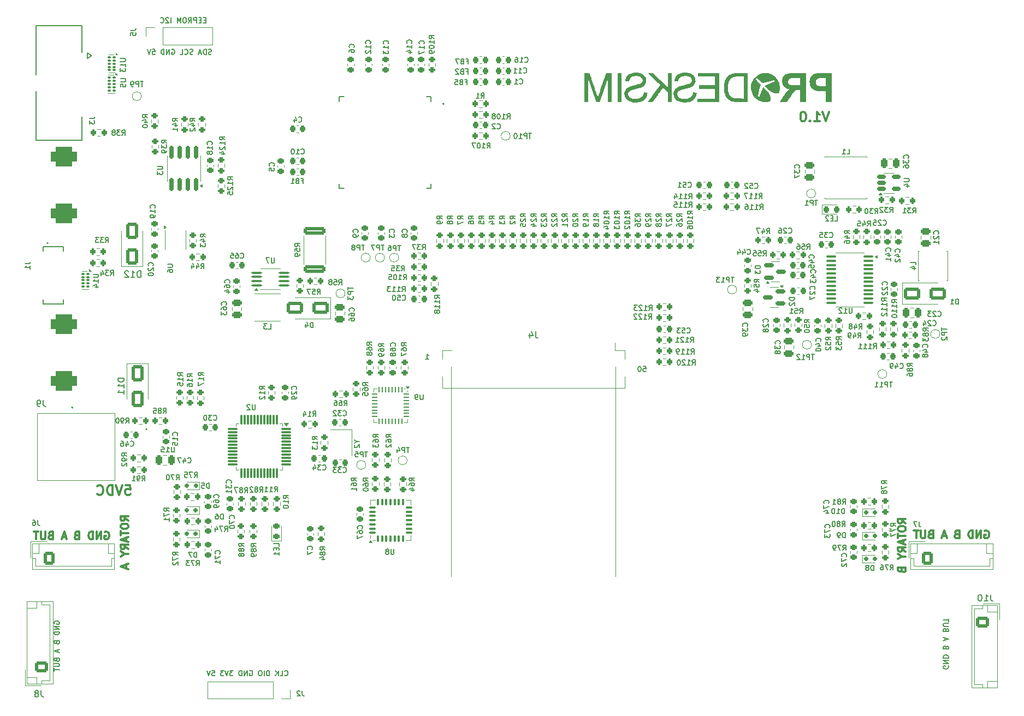
<source format=gbo>
G04 #@! TF.GenerationSoftware,KiCad,Pcbnew,9.0.0*
G04 #@! TF.CreationDate,2025-03-19T22:07:30+07:00*
G04 #@! TF.ProjectId,USB_Screen_V0,5553425f-5363-4726-9565-6e5f56302e6b,rev?*
G04 #@! TF.SameCoordinates,PX3f8d880PY80f7230*
G04 #@! TF.FileFunction,Legend,Bot*
G04 #@! TF.FilePolarity,Positive*
%FSLAX46Y46*%
G04 Gerber Fmt 4.6, Leading zero omitted, Abs format (unit mm)*
G04 Created by KiCad (PCBNEW 9.0.0) date 2025-03-19 22:07:30*
%MOMM*%
%LPD*%
G01*
G04 APERTURE LIST*
G04 Aperture macros list*
%AMRoundRect*
0 Rectangle with rounded corners*
0 $1 Rounding radius*
0 $2 $3 $4 $5 $6 $7 $8 $9 X,Y pos of 4 corners*
0 Add a 4 corners polygon primitive as box body*
4,1,4,$2,$3,$4,$5,$6,$7,$8,$9,$2,$3,0*
0 Add four circle primitives for the rounded corners*
1,1,$1+$1,$2,$3*
1,1,$1+$1,$4,$5*
1,1,$1+$1,$6,$7*
1,1,$1+$1,$8,$9*
0 Add four rect primitives between the rounded corners*
20,1,$1+$1,$2,$3,$4,$5,0*
20,1,$1+$1,$4,$5,$6,$7,0*
20,1,$1+$1,$6,$7,$8,$9,0*
20,1,$1+$1,$8,$9,$2,$3,0*%
G04 Aperture macros list end*
%ADD10C,0.100000*%
%ADD11C,0.200000*%
%ADD12C,0.300000*%
%ADD13C,0.375000*%
%ADD14C,0.150000*%
%ADD15C,0.120000*%
%ADD16C,0.000000*%
%ADD17C,0.152400*%
%ADD18C,1.013500*%
%ADD19C,0.010000*%
%ADD20C,3.200000*%
%ADD21R,1.800000X1.800000*%
%ADD22C,1.800000*%
%ADD23RoundRect,0.750000X1.250000X0.750000X-1.250000X0.750000X-1.250000X-0.750000X1.250000X-0.750000X0*%
%ADD24C,1.650000*%
%ADD25C,4.708000*%
%ADD26RoundRect,0.200000X-0.275000X0.200000X-0.275000X-0.200000X0.275000X-0.200000X0.275000X0.200000X0*%
%ADD27RoundRect,0.218750X0.218750X0.256250X-0.218750X0.256250X-0.218750X-0.256250X0.218750X-0.256250X0*%
%ADD28RoundRect,0.225000X-0.225000X-0.250000X0.225000X-0.250000X0.225000X0.250000X-0.225000X0.250000X0*%
%ADD29RoundRect,0.200000X-0.200000X-0.275000X0.200000X-0.275000X0.200000X0.275000X-0.200000X0.275000X0*%
%ADD30RoundRect,0.225000X0.250000X-0.225000X0.250000X0.225000X-0.250000X0.225000X-0.250000X-0.225000X0*%
%ADD31RoundRect,0.225000X0.225000X0.250000X-0.225000X0.250000X-0.225000X-0.250000X0.225000X-0.250000X0*%
%ADD32C,1.000000*%
%ADD33RoundRect,0.200000X0.275000X-0.200000X0.275000X0.200000X-0.275000X0.200000X-0.275000X-0.200000X0*%
%ADD34RoundRect,0.225000X-0.250000X0.225000X-0.250000X-0.225000X0.250000X-0.225000X0.250000X0.225000X0*%
%ADD35RoundRect,0.250000X-0.600000X-0.725000X0.600000X-0.725000X0.600000X0.725000X-0.600000X0.725000X0*%
%ADD36O,1.700000X1.950000*%
%ADD37RoundRect,0.075000X-0.200000X0.075000X-0.200000X-0.075000X0.200000X-0.075000X0.200000X0.075000X0*%
%ADD38RoundRect,0.200000X0.200000X0.275000X-0.200000X0.275000X-0.200000X-0.275000X0.200000X-0.275000X0*%
%ADD39RoundRect,0.250000X-0.475000X0.250000X-0.475000X-0.250000X0.475000X-0.250000X0.475000X0.250000X0*%
%ADD40RoundRect,0.250000X1.000000X0.650000X-1.000000X0.650000X-1.000000X-0.650000X1.000000X-0.650000X0*%
%ADD41RoundRect,0.150000X-0.150000X-0.200000X0.150000X-0.200000X0.150000X0.200000X-0.150000X0.200000X0*%
%ADD42R,1.700000X1.700000*%
%ADD43O,1.700000X1.700000*%
%ADD44R,0.450000X1.450000*%
%ADD45R,2.400000X4.680000*%
%ADD46RoundRect,0.100000X0.687500X0.100000X-0.687500X0.100000X-0.687500X-0.100000X0.687500X-0.100000X0*%
%ADD47RoundRect,0.250000X0.650000X-1.000000X0.650000X1.000000X-0.650000X1.000000X-0.650000X-1.000000X0*%
%ADD48C,0.520000*%
%ADD49O,0.520000X0.720000*%
%ADD50R,0.870000X0.300000*%
%ADD51O,1.100000X1.350000*%
%ADD52RoundRect,0.250000X-0.650000X1.000000X-0.650000X-1.000000X0.650000X-1.000000X0.650000X1.000000X0*%
%ADD53RoundRect,0.218750X-0.218750X-0.256250X0.218750X-0.256250X0.218750X0.256250X-0.218750X0.256250X0*%
%ADD54RoundRect,0.250000X0.475000X-0.250000X0.475000X0.250000X-0.475000X0.250000X-0.475000X-0.250000X0*%
%ADD55RoundRect,0.250000X-1.425000X0.362500X-1.425000X-0.362500X1.425000X-0.362500X1.425000X0.362500X0*%
%ADD56RoundRect,0.100000X-0.712500X-0.100000X0.712500X-0.100000X0.712500X0.100000X-0.712500X0.100000X0*%
%ADD57R,0.300000X1.300000*%
%ADD58R,1.800000X2.200000*%
%ADD59R,2.400000X5.700000*%
%ADD60RoundRect,0.150000X0.150000X0.200000X-0.150000X0.200000X-0.150000X-0.200000X0.150000X-0.200000X0*%
%ADD61RoundRect,0.150000X-0.512500X-0.150000X0.512500X-0.150000X0.512500X0.150000X-0.512500X0.150000X0*%
%ADD62RoundRect,0.250000X-1.000000X-0.650000X1.000000X-0.650000X1.000000X0.650000X-1.000000X0.650000X0*%
%ADD63RoundRect,0.250000X0.725000X-0.600000X0.725000X0.600000X-0.725000X0.600000X-0.725000X-0.600000X0*%
%ADD64O,1.950000X1.700000*%
%ADD65R,3.700000X1.100000*%
%ADD66R,1.200000X1.400000*%
%ADD67RoundRect,0.075000X-0.437500X-0.075000X0.437500X-0.075000X0.437500X0.075000X-0.437500X0.075000X0*%
%ADD68RoundRect,0.075000X-0.075000X-0.437500X0.075000X-0.437500X0.075000X0.437500X-0.075000X0.437500X0*%
%ADD69R,4.250000X4.250000*%
%ADD70RoundRect,0.218750X0.256250X-0.218750X0.256250X0.218750X-0.256250X0.218750X-0.256250X-0.218750X0*%
%ADD71RoundRect,0.150000X0.587500X0.150000X-0.587500X0.150000X-0.587500X-0.150000X0.587500X-0.150000X0*%
%ADD72RoundRect,0.250000X-0.725000X0.600000X-0.725000X-0.600000X0.725000X-0.600000X0.725000X0.600000X0*%
%ADD73R,4.000000X1.500000*%
%ADD74R,1.300000X3.000000*%
%ADD75RoundRect,0.250000X-0.250000X-0.475000X0.250000X-0.475000X0.250000X0.475000X-0.250000X0.475000X0*%
%ADD76RoundRect,0.150000X0.150000X-0.825000X0.150000X0.825000X-0.150000X0.825000X-0.150000X-0.825000X0*%
%ADD77RoundRect,0.150000X-0.587500X-0.150000X0.587500X-0.150000X0.587500X0.150000X-0.587500X0.150000X0*%
%ADD78RoundRect,0.062500X0.375000X0.062500X-0.375000X0.062500X-0.375000X-0.062500X0.375000X-0.062500X0*%
%ADD79RoundRect,0.062500X0.062500X0.375000X-0.062500X0.375000X-0.062500X-0.375000X0.062500X-0.375000X0*%
%ADD80R,3.100000X3.100000*%
%ADD81R,1.150000X3.600000*%
%ADD82RoundRect,0.075000X0.662500X0.075000X-0.662500X0.075000X-0.662500X-0.075000X0.662500X-0.075000X0*%
%ADD83RoundRect,0.075000X0.075000X0.662500X-0.075000X0.662500X-0.075000X-0.662500X0.075000X-0.662500X0*%
%ADD84RoundRect,0.250000X0.250000X0.475000X-0.250000X0.475000X-0.250000X-0.475000X0.250000X-0.475000X0*%
%ADD85R,1.600000X0.300000*%
%ADD86R,0.300000X1.600000*%
%ADD87R,5.200000X5.200000*%
G04 APERTURE END LIST*
D10*
X66354000Y52410000D02*
X66354000Y19910000D01*
X91854000Y35510000D02*
X91854000Y19910000D01*
X91854000Y52410000D02*
X91854000Y35510000D01*
D11*
X96121993Y52483305D02*
X96502945Y52483305D01*
X96502945Y52483305D02*
X96541041Y52102353D01*
X96541041Y52102353D02*
X96502945Y52140448D01*
X96502945Y52140448D02*
X96426755Y52178543D01*
X96426755Y52178543D02*
X96236279Y52178543D01*
X96236279Y52178543D02*
X96160088Y52140448D01*
X96160088Y52140448D02*
X96121993Y52102353D01*
X96121993Y52102353D02*
X96083898Y52026162D01*
X96083898Y52026162D02*
X96083898Y51835686D01*
X96083898Y51835686D02*
X96121993Y51759496D01*
X96121993Y51759496D02*
X96160088Y51721400D01*
X96160088Y51721400D02*
X96236279Y51683305D01*
X96236279Y51683305D02*
X96426755Y51683305D01*
X96426755Y51683305D02*
X96502945Y51721400D01*
X96502945Y51721400D02*
X96541041Y51759496D01*
X95588659Y52483305D02*
X95512469Y52483305D01*
X95512469Y52483305D02*
X95436278Y52445210D01*
X95436278Y52445210D02*
X95398183Y52407115D01*
X95398183Y52407115D02*
X95360088Y52330924D01*
X95360088Y52330924D02*
X95321993Y52178543D01*
X95321993Y52178543D02*
X95321993Y51988067D01*
X95321993Y51988067D02*
X95360088Y51835686D01*
X95360088Y51835686D02*
X95398183Y51759496D01*
X95398183Y51759496D02*
X95436278Y51721400D01*
X95436278Y51721400D02*
X95512469Y51683305D01*
X95512469Y51683305D02*
X95588659Y51683305D01*
X95588659Y51683305D02*
X95664850Y51721400D01*
X95664850Y51721400D02*
X95702945Y51759496D01*
X95702945Y51759496D02*
X95741040Y51835686D01*
X95741040Y51835686D02*
X95779136Y51988067D01*
X95779136Y51988067D02*
X95779136Y52178543D01*
X95779136Y52178543D02*
X95741040Y52330924D01*
X95741040Y52330924D02*
X95702945Y52407115D01*
X95702945Y52407115D02*
X95664850Y52445210D01*
X95664850Y52445210D02*
X95588659Y52483305D01*
D12*
X12638346Y26790315D02*
X12752632Y26847458D01*
X12752632Y26847458D02*
X12924060Y26847458D01*
X12924060Y26847458D02*
X13095489Y26790315D01*
X13095489Y26790315D02*
X13209774Y26676029D01*
X13209774Y26676029D02*
X13266917Y26561743D01*
X13266917Y26561743D02*
X13324060Y26333172D01*
X13324060Y26333172D02*
X13324060Y26161743D01*
X13324060Y26161743D02*
X13266917Y25933172D01*
X13266917Y25933172D02*
X13209774Y25818886D01*
X13209774Y25818886D02*
X13095489Y25704600D01*
X13095489Y25704600D02*
X12924060Y25647458D01*
X12924060Y25647458D02*
X12809774Y25647458D01*
X12809774Y25647458D02*
X12638346Y25704600D01*
X12638346Y25704600D02*
X12581203Y25761743D01*
X12581203Y25761743D02*
X12581203Y26161743D01*
X12581203Y26161743D02*
X12809774Y26161743D01*
X12066917Y25647458D02*
X12066917Y26847458D01*
X12066917Y26847458D02*
X11381203Y25647458D01*
X11381203Y25647458D02*
X11381203Y26847458D01*
X10809774Y25647458D02*
X10809774Y26847458D01*
X10809774Y26847458D02*
X10524060Y26847458D01*
X10524060Y26847458D02*
X10352631Y26790315D01*
X10352631Y26790315D02*
X10238346Y26676029D01*
X10238346Y26676029D02*
X10181203Y26561743D01*
X10181203Y26561743D02*
X10124060Y26333172D01*
X10124060Y26333172D02*
X10124060Y26161743D01*
X10124060Y26161743D02*
X10181203Y25933172D01*
X10181203Y25933172D02*
X10238346Y25818886D01*
X10238346Y25818886D02*
X10352631Y25704600D01*
X10352631Y25704600D02*
X10524060Y25647458D01*
X10524060Y25647458D02*
X10809774Y25647458D01*
X8295488Y26276029D02*
X8124060Y26218886D01*
X8124060Y26218886D02*
X8066917Y26161743D01*
X8066917Y26161743D02*
X8009774Y26047458D01*
X8009774Y26047458D02*
X8009774Y25876029D01*
X8009774Y25876029D02*
X8066917Y25761743D01*
X8066917Y25761743D02*
X8124060Y25704600D01*
X8124060Y25704600D02*
X8238345Y25647458D01*
X8238345Y25647458D02*
X8695488Y25647458D01*
X8695488Y25647458D02*
X8695488Y26847458D01*
X8695488Y26847458D02*
X8295488Y26847458D01*
X8295488Y26847458D02*
X8181203Y26790315D01*
X8181203Y26790315D02*
X8124060Y26733172D01*
X8124060Y26733172D02*
X8066917Y26618886D01*
X8066917Y26618886D02*
X8066917Y26504600D01*
X8066917Y26504600D02*
X8124060Y26390315D01*
X8124060Y26390315D02*
X8181203Y26333172D01*
X8181203Y26333172D02*
X8295488Y26276029D01*
X8295488Y26276029D02*
X8695488Y26276029D01*
X6638345Y25990315D02*
X6066917Y25990315D01*
X6752631Y25647458D02*
X6352631Y26847458D01*
X6352631Y26847458D02*
X5952631Y25647458D01*
X4238345Y26276029D02*
X4066917Y26218886D01*
X4066917Y26218886D02*
X4009774Y26161743D01*
X4009774Y26161743D02*
X3952631Y26047458D01*
X3952631Y26047458D02*
X3952631Y25876029D01*
X3952631Y25876029D02*
X4009774Y25761743D01*
X4009774Y25761743D02*
X4066917Y25704600D01*
X4066917Y25704600D02*
X4181202Y25647458D01*
X4181202Y25647458D02*
X4638345Y25647458D01*
X4638345Y25647458D02*
X4638345Y26847458D01*
X4638345Y26847458D02*
X4238345Y26847458D01*
X4238345Y26847458D02*
X4124060Y26790315D01*
X4124060Y26790315D02*
X4066917Y26733172D01*
X4066917Y26733172D02*
X4009774Y26618886D01*
X4009774Y26618886D02*
X4009774Y26504600D01*
X4009774Y26504600D02*
X4066917Y26390315D01*
X4066917Y26390315D02*
X4124060Y26333172D01*
X4124060Y26333172D02*
X4238345Y26276029D01*
X4238345Y26276029D02*
X4638345Y26276029D01*
X3438345Y26847458D02*
X3438345Y25876029D01*
X3438345Y25876029D02*
X3381202Y25761743D01*
X3381202Y25761743D02*
X3324060Y25704600D01*
X3324060Y25704600D02*
X3209774Y25647458D01*
X3209774Y25647458D02*
X2981202Y25647458D01*
X2981202Y25647458D02*
X2866917Y25704600D01*
X2866917Y25704600D02*
X2809774Y25761743D01*
X2809774Y25761743D02*
X2752631Y25876029D01*
X2752631Y25876029D02*
X2752631Y26847458D01*
X2352631Y26847458D02*
X1666917Y26847458D01*
X2009774Y25647458D02*
X2009774Y26847458D01*
D11*
X62383898Y53618305D02*
X62841041Y53618305D01*
X62612469Y53618305D02*
X62612469Y54418305D01*
X62612469Y54418305D02*
X62688660Y54304020D01*
X62688660Y54304020D02*
X62764850Y54227829D01*
X62764850Y54227829D02*
X62841041Y54189734D01*
D12*
X16312542Y28541204D02*
X15741114Y28941204D01*
X16312542Y29226918D02*
X15112542Y29226918D01*
X15112542Y29226918D02*
X15112542Y28769775D01*
X15112542Y28769775D02*
X15169685Y28655490D01*
X15169685Y28655490D02*
X15226828Y28598347D01*
X15226828Y28598347D02*
X15341114Y28541204D01*
X15341114Y28541204D02*
X15512542Y28541204D01*
X15512542Y28541204D02*
X15626828Y28598347D01*
X15626828Y28598347D02*
X15683971Y28655490D01*
X15683971Y28655490D02*
X15741114Y28769775D01*
X15741114Y28769775D02*
X15741114Y29226918D01*
X15112542Y27798347D02*
X15112542Y27569775D01*
X15112542Y27569775D02*
X15169685Y27455490D01*
X15169685Y27455490D02*
X15283971Y27341204D01*
X15283971Y27341204D02*
X15512542Y27284061D01*
X15512542Y27284061D02*
X15912542Y27284061D01*
X15912542Y27284061D02*
X16141114Y27341204D01*
X16141114Y27341204D02*
X16255400Y27455490D01*
X16255400Y27455490D02*
X16312542Y27569775D01*
X16312542Y27569775D02*
X16312542Y27798347D01*
X16312542Y27798347D02*
X16255400Y27912632D01*
X16255400Y27912632D02*
X16141114Y28026918D01*
X16141114Y28026918D02*
X15912542Y28084061D01*
X15912542Y28084061D02*
X15512542Y28084061D01*
X15512542Y28084061D02*
X15283971Y28026918D01*
X15283971Y28026918D02*
X15169685Y27912632D01*
X15169685Y27912632D02*
X15112542Y27798347D01*
X15112542Y26941204D02*
X15112542Y26255489D01*
X16312542Y26598347D02*
X15112542Y26598347D01*
X15969685Y25912632D02*
X15969685Y25341203D01*
X16312542Y26026918D02*
X15112542Y25626918D01*
X15112542Y25626918D02*
X16312542Y25226918D01*
X16312542Y24141204D02*
X15741114Y24541204D01*
X16312542Y24826918D02*
X15112542Y24826918D01*
X15112542Y24826918D02*
X15112542Y24369775D01*
X15112542Y24369775D02*
X15169685Y24255490D01*
X15169685Y24255490D02*
X15226828Y24198347D01*
X15226828Y24198347D02*
X15341114Y24141204D01*
X15341114Y24141204D02*
X15512542Y24141204D01*
X15512542Y24141204D02*
X15626828Y24198347D01*
X15626828Y24198347D02*
X15683971Y24255490D01*
X15683971Y24255490D02*
X15741114Y24369775D01*
X15741114Y24369775D02*
X15741114Y24826918D01*
X15741114Y23398347D02*
X16312542Y23398347D01*
X15112542Y23798347D02*
X15741114Y23398347D01*
X15741114Y23398347D02*
X15112542Y22998347D01*
X15969685Y21741204D02*
X15969685Y21169775D01*
X16312542Y21855490D02*
X15112542Y21455490D01*
X15112542Y21455490D02*
X16312542Y21055490D01*
X149063346Y26965315D02*
X149177632Y27022458D01*
X149177632Y27022458D02*
X149349060Y27022458D01*
X149349060Y27022458D02*
X149520489Y26965315D01*
X149520489Y26965315D02*
X149634774Y26851029D01*
X149634774Y26851029D02*
X149691917Y26736743D01*
X149691917Y26736743D02*
X149749060Y26508172D01*
X149749060Y26508172D02*
X149749060Y26336743D01*
X149749060Y26336743D02*
X149691917Y26108172D01*
X149691917Y26108172D02*
X149634774Y25993886D01*
X149634774Y25993886D02*
X149520489Y25879600D01*
X149520489Y25879600D02*
X149349060Y25822458D01*
X149349060Y25822458D02*
X149234774Y25822458D01*
X149234774Y25822458D02*
X149063346Y25879600D01*
X149063346Y25879600D02*
X149006203Y25936743D01*
X149006203Y25936743D02*
X149006203Y26336743D01*
X149006203Y26336743D02*
X149234774Y26336743D01*
X148491917Y25822458D02*
X148491917Y27022458D01*
X148491917Y27022458D02*
X147806203Y25822458D01*
X147806203Y25822458D02*
X147806203Y27022458D01*
X147234774Y25822458D02*
X147234774Y27022458D01*
X147234774Y27022458D02*
X146949060Y27022458D01*
X146949060Y27022458D02*
X146777631Y26965315D01*
X146777631Y26965315D02*
X146663346Y26851029D01*
X146663346Y26851029D02*
X146606203Y26736743D01*
X146606203Y26736743D02*
X146549060Y26508172D01*
X146549060Y26508172D02*
X146549060Y26336743D01*
X146549060Y26336743D02*
X146606203Y26108172D01*
X146606203Y26108172D02*
X146663346Y25993886D01*
X146663346Y25993886D02*
X146777631Y25879600D01*
X146777631Y25879600D02*
X146949060Y25822458D01*
X146949060Y25822458D02*
X147234774Y25822458D01*
X144720488Y26451029D02*
X144549060Y26393886D01*
X144549060Y26393886D02*
X144491917Y26336743D01*
X144491917Y26336743D02*
X144434774Y26222458D01*
X144434774Y26222458D02*
X144434774Y26051029D01*
X144434774Y26051029D02*
X144491917Y25936743D01*
X144491917Y25936743D02*
X144549060Y25879600D01*
X144549060Y25879600D02*
X144663345Y25822458D01*
X144663345Y25822458D02*
X145120488Y25822458D01*
X145120488Y25822458D02*
X145120488Y27022458D01*
X145120488Y27022458D02*
X144720488Y27022458D01*
X144720488Y27022458D02*
X144606203Y26965315D01*
X144606203Y26965315D02*
X144549060Y26908172D01*
X144549060Y26908172D02*
X144491917Y26793886D01*
X144491917Y26793886D02*
X144491917Y26679600D01*
X144491917Y26679600D02*
X144549060Y26565315D01*
X144549060Y26565315D02*
X144606203Y26508172D01*
X144606203Y26508172D02*
X144720488Y26451029D01*
X144720488Y26451029D02*
X145120488Y26451029D01*
X143063345Y26165315D02*
X142491917Y26165315D01*
X143177631Y25822458D02*
X142777631Y27022458D01*
X142777631Y27022458D02*
X142377631Y25822458D01*
X140663345Y26451029D02*
X140491917Y26393886D01*
X140491917Y26393886D02*
X140434774Y26336743D01*
X140434774Y26336743D02*
X140377631Y26222458D01*
X140377631Y26222458D02*
X140377631Y26051029D01*
X140377631Y26051029D02*
X140434774Y25936743D01*
X140434774Y25936743D02*
X140491917Y25879600D01*
X140491917Y25879600D02*
X140606202Y25822458D01*
X140606202Y25822458D02*
X141063345Y25822458D01*
X141063345Y25822458D02*
X141063345Y27022458D01*
X141063345Y27022458D02*
X140663345Y27022458D01*
X140663345Y27022458D02*
X140549060Y26965315D01*
X140549060Y26965315D02*
X140491917Y26908172D01*
X140491917Y26908172D02*
X140434774Y26793886D01*
X140434774Y26793886D02*
X140434774Y26679600D01*
X140434774Y26679600D02*
X140491917Y26565315D01*
X140491917Y26565315D02*
X140549060Y26508172D01*
X140549060Y26508172D02*
X140663345Y26451029D01*
X140663345Y26451029D02*
X141063345Y26451029D01*
X139863345Y27022458D02*
X139863345Y26051029D01*
X139863345Y26051029D02*
X139806202Y25936743D01*
X139806202Y25936743D02*
X139749060Y25879600D01*
X139749060Y25879600D02*
X139634774Y25822458D01*
X139634774Y25822458D02*
X139406202Y25822458D01*
X139406202Y25822458D02*
X139291917Y25879600D01*
X139291917Y25879600D02*
X139234774Y25936743D01*
X139234774Y25936743D02*
X139177631Y26051029D01*
X139177631Y26051029D02*
X139177631Y27022458D01*
X138777631Y27022458D02*
X138091917Y27022458D01*
X138434774Y25822458D02*
X138434774Y27022458D01*
D11*
X143395209Y6026102D02*
X143433304Y5949912D01*
X143433304Y5949912D02*
X143433304Y5835626D01*
X143433304Y5835626D02*
X143395209Y5721340D01*
X143395209Y5721340D02*
X143319019Y5645150D01*
X143319019Y5645150D02*
X143242828Y5607055D01*
X143242828Y5607055D02*
X143090447Y5568959D01*
X143090447Y5568959D02*
X142976161Y5568959D01*
X142976161Y5568959D02*
X142823780Y5607055D01*
X142823780Y5607055D02*
X142747590Y5645150D01*
X142747590Y5645150D02*
X142671400Y5721340D01*
X142671400Y5721340D02*
X142633304Y5835626D01*
X142633304Y5835626D02*
X142633304Y5911817D01*
X142633304Y5911817D02*
X142671400Y6026102D01*
X142671400Y6026102D02*
X142709495Y6064198D01*
X142709495Y6064198D02*
X142976161Y6064198D01*
X142976161Y6064198D02*
X142976161Y5911817D01*
X142633304Y6407055D02*
X143433304Y6407055D01*
X143433304Y6407055D02*
X142633304Y6864198D01*
X142633304Y6864198D02*
X143433304Y6864198D01*
X142633304Y7245150D02*
X143433304Y7245150D01*
X143433304Y7245150D02*
X143433304Y7435626D01*
X143433304Y7435626D02*
X143395209Y7549912D01*
X143395209Y7549912D02*
X143319019Y7626102D01*
X143319019Y7626102D02*
X143242828Y7664197D01*
X143242828Y7664197D02*
X143090447Y7702293D01*
X143090447Y7702293D02*
X142976161Y7702293D01*
X142976161Y7702293D02*
X142823780Y7664197D01*
X142823780Y7664197D02*
X142747590Y7626102D01*
X142747590Y7626102D02*
X142671400Y7549912D01*
X142671400Y7549912D02*
X142633304Y7435626D01*
X142633304Y7435626D02*
X142633304Y7245150D01*
X143052352Y8921340D02*
X143014257Y9035626D01*
X143014257Y9035626D02*
X142976161Y9073721D01*
X142976161Y9073721D02*
X142899971Y9111817D01*
X142899971Y9111817D02*
X142785685Y9111817D01*
X142785685Y9111817D02*
X142709495Y9073721D01*
X142709495Y9073721D02*
X142671400Y9035626D01*
X142671400Y9035626D02*
X142633304Y8959436D01*
X142633304Y8959436D02*
X142633304Y8654674D01*
X142633304Y8654674D02*
X143433304Y8654674D01*
X143433304Y8654674D02*
X143433304Y8921340D01*
X143433304Y8921340D02*
X143395209Y8997531D01*
X143395209Y8997531D02*
X143357114Y9035626D01*
X143357114Y9035626D02*
X143280923Y9073721D01*
X143280923Y9073721D02*
X143204733Y9073721D01*
X143204733Y9073721D02*
X143128542Y9035626D01*
X143128542Y9035626D02*
X143090447Y8997531D01*
X143090447Y8997531D02*
X143052352Y8921340D01*
X143052352Y8921340D02*
X143052352Y8654674D01*
X142861876Y10026102D02*
X142861876Y10407055D01*
X142633304Y9949912D02*
X143433304Y10216579D01*
X143433304Y10216579D02*
X142633304Y10483245D01*
X143052352Y11626102D02*
X143014257Y11740388D01*
X143014257Y11740388D02*
X142976161Y11778483D01*
X142976161Y11778483D02*
X142899971Y11816579D01*
X142899971Y11816579D02*
X142785685Y11816579D01*
X142785685Y11816579D02*
X142709495Y11778483D01*
X142709495Y11778483D02*
X142671400Y11740388D01*
X142671400Y11740388D02*
X142633304Y11664198D01*
X142633304Y11664198D02*
X142633304Y11359436D01*
X142633304Y11359436D02*
X143433304Y11359436D01*
X143433304Y11359436D02*
X143433304Y11626102D01*
X143433304Y11626102D02*
X143395209Y11702293D01*
X143395209Y11702293D02*
X143357114Y11740388D01*
X143357114Y11740388D02*
X143280923Y11778483D01*
X143280923Y11778483D02*
X143204733Y11778483D01*
X143204733Y11778483D02*
X143128542Y11740388D01*
X143128542Y11740388D02*
X143090447Y11702293D01*
X143090447Y11702293D02*
X143052352Y11626102D01*
X143052352Y11626102D02*
X143052352Y11359436D01*
X143433304Y12159436D02*
X142785685Y12159436D01*
X142785685Y12159436D02*
X142709495Y12197531D01*
X142709495Y12197531D02*
X142671400Y12235626D01*
X142671400Y12235626D02*
X142633304Y12311817D01*
X142633304Y12311817D02*
X142633304Y12464198D01*
X142633304Y12464198D02*
X142671400Y12540388D01*
X142671400Y12540388D02*
X142709495Y12578483D01*
X142709495Y12578483D02*
X142785685Y12616579D01*
X142785685Y12616579D02*
X143433304Y12616579D01*
X143433304Y12883245D02*
X143433304Y13340388D01*
X142633304Y13111816D02*
X143433304Y13111816D01*
D12*
X136812542Y28141204D02*
X136241114Y28541204D01*
X136812542Y28826918D02*
X135612542Y28826918D01*
X135612542Y28826918D02*
X135612542Y28369775D01*
X135612542Y28369775D02*
X135669685Y28255490D01*
X135669685Y28255490D02*
X135726828Y28198347D01*
X135726828Y28198347D02*
X135841114Y28141204D01*
X135841114Y28141204D02*
X136012542Y28141204D01*
X136012542Y28141204D02*
X136126828Y28198347D01*
X136126828Y28198347D02*
X136183971Y28255490D01*
X136183971Y28255490D02*
X136241114Y28369775D01*
X136241114Y28369775D02*
X136241114Y28826918D01*
X135612542Y27398347D02*
X135612542Y27169775D01*
X135612542Y27169775D02*
X135669685Y27055490D01*
X135669685Y27055490D02*
X135783971Y26941204D01*
X135783971Y26941204D02*
X136012542Y26884061D01*
X136012542Y26884061D02*
X136412542Y26884061D01*
X136412542Y26884061D02*
X136641114Y26941204D01*
X136641114Y26941204D02*
X136755400Y27055490D01*
X136755400Y27055490D02*
X136812542Y27169775D01*
X136812542Y27169775D02*
X136812542Y27398347D01*
X136812542Y27398347D02*
X136755400Y27512632D01*
X136755400Y27512632D02*
X136641114Y27626918D01*
X136641114Y27626918D02*
X136412542Y27684061D01*
X136412542Y27684061D02*
X136012542Y27684061D01*
X136012542Y27684061D02*
X135783971Y27626918D01*
X135783971Y27626918D02*
X135669685Y27512632D01*
X135669685Y27512632D02*
X135612542Y27398347D01*
X135612542Y26541204D02*
X135612542Y25855489D01*
X136812542Y26198347D02*
X135612542Y26198347D01*
X136469685Y25512632D02*
X136469685Y24941203D01*
X136812542Y25626918D02*
X135612542Y25226918D01*
X135612542Y25226918D02*
X136812542Y24826918D01*
X136812542Y23741204D02*
X136241114Y24141204D01*
X136812542Y24426918D02*
X135612542Y24426918D01*
X135612542Y24426918D02*
X135612542Y23969775D01*
X135612542Y23969775D02*
X135669685Y23855490D01*
X135669685Y23855490D02*
X135726828Y23798347D01*
X135726828Y23798347D02*
X135841114Y23741204D01*
X135841114Y23741204D02*
X136012542Y23741204D01*
X136012542Y23741204D02*
X136126828Y23798347D01*
X136126828Y23798347D02*
X136183971Y23855490D01*
X136183971Y23855490D02*
X136241114Y23969775D01*
X136241114Y23969775D02*
X136241114Y24426918D01*
X136241114Y22998347D02*
X136812542Y22998347D01*
X135612542Y23398347D02*
X136241114Y22998347D01*
X136241114Y22998347D02*
X135612542Y22598347D01*
X136183971Y20884061D02*
X136241114Y20712633D01*
X136241114Y20712633D02*
X136298257Y20655490D01*
X136298257Y20655490D02*
X136412542Y20598347D01*
X136412542Y20598347D02*
X136583971Y20598347D01*
X136583971Y20598347D02*
X136698257Y20655490D01*
X136698257Y20655490D02*
X136755400Y20712633D01*
X136755400Y20712633D02*
X136812542Y20826918D01*
X136812542Y20826918D02*
X136812542Y21284061D01*
X136812542Y21284061D02*
X135612542Y21284061D01*
X135612542Y21284061D02*
X135612542Y20884061D01*
X135612542Y20884061D02*
X135669685Y20769775D01*
X135669685Y20769775D02*
X135726828Y20712633D01*
X135726828Y20712633D02*
X135841114Y20655490D01*
X135841114Y20655490D02*
X135955400Y20655490D01*
X135955400Y20655490D02*
X136069685Y20712633D01*
X136069685Y20712633D02*
X136126828Y20769775D01*
X136126828Y20769775D02*
X136183971Y20884061D01*
X136183971Y20884061D02*
X136183971Y21284061D01*
D13*
X124910432Y92003072D02*
X124410432Y90503072D01*
X124410432Y90503072D02*
X123910432Y92003072D01*
X122624718Y90503072D02*
X123481861Y90503072D01*
X123053290Y90503072D02*
X123053290Y92003072D01*
X123053290Y92003072D02*
X123196147Y91788786D01*
X123196147Y91788786D02*
X123339004Y91645929D01*
X123339004Y91645929D02*
X123481861Y91574500D01*
X121981862Y90645929D02*
X121910433Y90574500D01*
X121910433Y90574500D02*
X121981862Y90503072D01*
X121981862Y90503072D02*
X122053290Y90574500D01*
X122053290Y90574500D02*
X121981862Y90645929D01*
X121981862Y90645929D02*
X121981862Y90503072D01*
X120981861Y92003072D02*
X120839004Y92003072D01*
X120839004Y92003072D02*
X120696147Y91931643D01*
X120696147Y91931643D02*
X120624719Y91860215D01*
X120624719Y91860215D02*
X120553290Y91717358D01*
X120553290Y91717358D02*
X120481861Y91431643D01*
X120481861Y91431643D02*
X120481861Y91074500D01*
X120481861Y91074500D02*
X120553290Y90788786D01*
X120553290Y90788786D02*
X120624719Y90645929D01*
X120624719Y90645929D02*
X120696147Y90574500D01*
X120696147Y90574500D02*
X120839004Y90503072D01*
X120839004Y90503072D02*
X120981861Y90503072D01*
X120981861Y90503072D02*
X121124719Y90574500D01*
X121124719Y90574500D02*
X121196147Y90645929D01*
X121196147Y90645929D02*
X121267576Y90788786D01*
X121267576Y90788786D02*
X121339004Y91074500D01*
X121339004Y91074500D02*
X121339004Y91431643D01*
X121339004Y91431643D02*
X121267576Y91717358D01*
X121267576Y91717358D02*
X121196147Y91860215D01*
X121196147Y91860215D02*
X121124719Y91931643D01*
X121124719Y91931643D02*
X120981861Y92003072D01*
D11*
X40545802Y4569496D02*
X40583898Y4531400D01*
X40583898Y4531400D02*
X40698183Y4493305D01*
X40698183Y4493305D02*
X40774374Y4493305D01*
X40774374Y4493305D02*
X40888660Y4531400D01*
X40888660Y4531400D02*
X40964850Y4607591D01*
X40964850Y4607591D02*
X41002945Y4683781D01*
X41002945Y4683781D02*
X41041041Y4836162D01*
X41041041Y4836162D02*
X41041041Y4950448D01*
X41041041Y4950448D02*
X41002945Y5102829D01*
X41002945Y5102829D02*
X40964850Y5179020D01*
X40964850Y5179020D02*
X40888660Y5255210D01*
X40888660Y5255210D02*
X40774374Y5293305D01*
X40774374Y5293305D02*
X40698183Y5293305D01*
X40698183Y5293305D02*
X40583898Y5255210D01*
X40583898Y5255210D02*
X40545802Y5217115D01*
X39821993Y4493305D02*
X40202945Y4493305D01*
X40202945Y4493305D02*
X40202945Y5293305D01*
X39555326Y4493305D02*
X39555326Y5293305D01*
X39098183Y4493305D02*
X39441041Y4950448D01*
X39098183Y5293305D02*
X39555326Y4836162D01*
X38145802Y4493305D02*
X38145802Y5293305D01*
X38145802Y5293305D02*
X37955326Y5293305D01*
X37955326Y5293305D02*
X37841040Y5255210D01*
X37841040Y5255210D02*
X37764850Y5179020D01*
X37764850Y5179020D02*
X37726755Y5102829D01*
X37726755Y5102829D02*
X37688659Y4950448D01*
X37688659Y4950448D02*
X37688659Y4836162D01*
X37688659Y4836162D02*
X37726755Y4683781D01*
X37726755Y4683781D02*
X37764850Y4607591D01*
X37764850Y4607591D02*
X37841040Y4531400D01*
X37841040Y4531400D02*
X37955326Y4493305D01*
X37955326Y4493305D02*
X38145802Y4493305D01*
X37345802Y4493305D02*
X37345802Y5293305D01*
X36812469Y5293305D02*
X36660088Y5293305D01*
X36660088Y5293305D02*
X36583898Y5255210D01*
X36583898Y5255210D02*
X36507707Y5179020D01*
X36507707Y5179020D02*
X36469612Y5026639D01*
X36469612Y5026639D02*
X36469612Y4759972D01*
X36469612Y4759972D02*
X36507707Y4607591D01*
X36507707Y4607591D02*
X36583898Y4531400D01*
X36583898Y4531400D02*
X36660088Y4493305D01*
X36660088Y4493305D02*
X36812469Y4493305D01*
X36812469Y4493305D02*
X36888660Y4531400D01*
X36888660Y4531400D02*
X36964850Y4607591D01*
X36964850Y4607591D02*
X37002946Y4759972D01*
X37002946Y4759972D02*
X37002946Y5026639D01*
X37002946Y5026639D02*
X36964850Y5179020D01*
X36964850Y5179020D02*
X36888660Y5255210D01*
X36888660Y5255210D02*
X36812469Y5293305D01*
X35098184Y5255210D02*
X35174374Y5293305D01*
X35174374Y5293305D02*
X35288660Y5293305D01*
X35288660Y5293305D02*
X35402946Y5255210D01*
X35402946Y5255210D02*
X35479136Y5179020D01*
X35479136Y5179020D02*
X35517231Y5102829D01*
X35517231Y5102829D02*
X35555327Y4950448D01*
X35555327Y4950448D02*
X35555327Y4836162D01*
X35555327Y4836162D02*
X35517231Y4683781D01*
X35517231Y4683781D02*
X35479136Y4607591D01*
X35479136Y4607591D02*
X35402946Y4531400D01*
X35402946Y4531400D02*
X35288660Y4493305D01*
X35288660Y4493305D02*
X35212469Y4493305D01*
X35212469Y4493305D02*
X35098184Y4531400D01*
X35098184Y4531400D02*
X35060088Y4569496D01*
X35060088Y4569496D02*
X35060088Y4836162D01*
X35060088Y4836162D02*
X35212469Y4836162D01*
X34717231Y4493305D02*
X34717231Y5293305D01*
X34717231Y5293305D02*
X34260088Y4493305D01*
X34260088Y4493305D02*
X34260088Y5293305D01*
X33879136Y4493305D02*
X33879136Y5293305D01*
X33879136Y5293305D02*
X33688660Y5293305D01*
X33688660Y5293305D02*
X33574374Y5255210D01*
X33574374Y5255210D02*
X33498184Y5179020D01*
X33498184Y5179020D02*
X33460089Y5102829D01*
X33460089Y5102829D02*
X33421993Y4950448D01*
X33421993Y4950448D02*
X33421993Y4836162D01*
X33421993Y4836162D02*
X33460089Y4683781D01*
X33460089Y4683781D02*
X33498184Y4607591D01*
X33498184Y4607591D02*
X33574374Y4531400D01*
X33574374Y4531400D02*
X33688660Y4493305D01*
X33688660Y4493305D02*
X33879136Y4493305D01*
X32545803Y5293305D02*
X32050565Y5293305D01*
X32050565Y5293305D02*
X32317231Y4988543D01*
X32317231Y4988543D02*
X32202946Y4988543D01*
X32202946Y4988543D02*
X32126755Y4950448D01*
X32126755Y4950448D02*
X32088660Y4912353D01*
X32088660Y4912353D02*
X32050565Y4836162D01*
X32050565Y4836162D02*
X32050565Y4645686D01*
X32050565Y4645686D02*
X32088660Y4569496D01*
X32088660Y4569496D02*
X32126755Y4531400D01*
X32126755Y4531400D02*
X32202946Y4493305D01*
X32202946Y4493305D02*
X32431517Y4493305D01*
X32431517Y4493305D02*
X32507708Y4531400D01*
X32507708Y4531400D02*
X32545803Y4569496D01*
X31821993Y5293305D02*
X31555326Y4493305D01*
X31555326Y4493305D02*
X31288660Y5293305D01*
X31098184Y5293305D02*
X30602946Y5293305D01*
X30602946Y5293305D02*
X30869612Y4988543D01*
X30869612Y4988543D02*
X30755327Y4988543D01*
X30755327Y4988543D02*
X30679136Y4950448D01*
X30679136Y4950448D02*
X30641041Y4912353D01*
X30641041Y4912353D02*
X30602946Y4836162D01*
X30602946Y4836162D02*
X30602946Y4645686D01*
X30602946Y4645686D02*
X30641041Y4569496D01*
X30641041Y4569496D02*
X30679136Y4531400D01*
X30679136Y4531400D02*
X30755327Y4493305D01*
X30755327Y4493305D02*
X30983898Y4493305D01*
X30983898Y4493305D02*
X31060089Y4531400D01*
X31060089Y4531400D02*
X31098184Y4569496D01*
X29269612Y5293305D02*
X29650564Y5293305D01*
X29650564Y5293305D02*
X29688660Y4912353D01*
X29688660Y4912353D02*
X29650564Y4950448D01*
X29650564Y4950448D02*
X29574374Y4988543D01*
X29574374Y4988543D02*
X29383898Y4988543D01*
X29383898Y4988543D02*
X29307707Y4950448D01*
X29307707Y4950448D02*
X29269612Y4912353D01*
X29269612Y4912353D02*
X29231517Y4836162D01*
X29231517Y4836162D02*
X29231517Y4645686D01*
X29231517Y4645686D02*
X29269612Y4569496D01*
X29269612Y4569496D02*
X29307707Y4531400D01*
X29307707Y4531400D02*
X29383898Y4493305D01*
X29383898Y4493305D02*
X29574374Y4493305D01*
X29574374Y4493305D02*
X29650564Y4531400D01*
X29650564Y4531400D02*
X29688660Y4569496D01*
X29002945Y5293305D02*
X28736278Y4493305D01*
X28736278Y4493305D02*
X28469612Y5293305D01*
X29166041Y100931400D02*
X29051755Y100893305D01*
X29051755Y100893305D02*
X28861279Y100893305D01*
X28861279Y100893305D02*
X28785088Y100931400D01*
X28785088Y100931400D02*
X28746993Y100969496D01*
X28746993Y100969496D02*
X28708898Y101045686D01*
X28708898Y101045686D02*
X28708898Y101121877D01*
X28708898Y101121877D02*
X28746993Y101198067D01*
X28746993Y101198067D02*
X28785088Y101236162D01*
X28785088Y101236162D02*
X28861279Y101274258D01*
X28861279Y101274258D02*
X29013660Y101312353D01*
X29013660Y101312353D02*
X29089850Y101350448D01*
X29089850Y101350448D02*
X29127945Y101388543D01*
X29127945Y101388543D02*
X29166041Y101464734D01*
X29166041Y101464734D02*
X29166041Y101540924D01*
X29166041Y101540924D02*
X29127945Y101617115D01*
X29127945Y101617115D02*
X29089850Y101655210D01*
X29089850Y101655210D02*
X29013660Y101693305D01*
X29013660Y101693305D02*
X28823183Y101693305D01*
X28823183Y101693305D02*
X28708898Y101655210D01*
X28366040Y100893305D02*
X28366040Y101693305D01*
X28366040Y101693305D02*
X28175564Y101693305D01*
X28175564Y101693305D02*
X28061278Y101655210D01*
X28061278Y101655210D02*
X27985088Y101579020D01*
X27985088Y101579020D02*
X27946993Y101502829D01*
X27946993Y101502829D02*
X27908897Y101350448D01*
X27908897Y101350448D02*
X27908897Y101236162D01*
X27908897Y101236162D02*
X27946993Y101083781D01*
X27946993Y101083781D02*
X27985088Y101007591D01*
X27985088Y101007591D02*
X28061278Y100931400D01*
X28061278Y100931400D02*
X28175564Y100893305D01*
X28175564Y100893305D02*
X28366040Y100893305D01*
X27604136Y101121877D02*
X27223183Y101121877D01*
X27680326Y100893305D02*
X27413659Y101693305D01*
X27413659Y101693305D02*
X27146993Y100893305D01*
X26308898Y100931400D02*
X26194612Y100893305D01*
X26194612Y100893305D02*
X26004136Y100893305D01*
X26004136Y100893305D02*
X25927945Y100931400D01*
X25927945Y100931400D02*
X25889850Y100969496D01*
X25889850Y100969496D02*
X25851755Y101045686D01*
X25851755Y101045686D02*
X25851755Y101121877D01*
X25851755Y101121877D02*
X25889850Y101198067D01*
X25889850Y101198067D02*
X25927945Y101236162D01*
X25927945Y101236162D02*
X26004136Y101274258D01*
X26004136Y101274258D02*
X26156517Y101312353D01*
X26156517Y101312353D02*
X26232707Y101350448D01*
X26232707Y101350448D02*
X26270802Y101388543D01*
X26270802Y101388543D02*
X26308898Y101464734D01*
X26308898Y101464734D02*
X26308898Y101540924D01*
X26308898Y101540924D02*
X26270802Y101617115D01*
X26270802Y101617115D02*
X26232707Y101655210D01*
X26232707Y101655210D02*
X26156517Y101693305D01*
X26156517Y101693305D02*
X25966040Y101693305D01*
X25966040Y101693305D02*
X25851755Y101655210D01*
X25051754Y100969496D02*
X25089850Y100931400D01*
X25089850Y100931400D02*
X25204135Y100893305D01*
X25204135Y100893305D02*
X25280326Y100893305D01*
X25280326Y100893305D02*
X25394612Y100931400D01*
X25394612Y100931400D02*
X25470802Y101007591D01*
X25470802Y101007591D02*
X25508897Y101083781D01*
X25508897Y101083781D02*
X25546993Y101236162D01*
X25546993Y101236162D02*
X25546993Y101350448D01*
X25546993Y101350448D02*
X25508897Y101502829D01*
X25508897Y101502829D02*
X25470802Y101579020D01*
X25470802Y101579020D02*
X25394612Y101655210D01*
X25394612Y101655210D02*
X25280326Y101693305D01*
X25280326Y101693305D02*
X25204135Y101693305D01*
X25204135Y101693305D02*
X25089850Y101655210D01*
X25089850Y101655210D02*
X25051754Y101617115D01*
X24327945Y100893305D02*
X24708897Y100893305D01*
X24708897Y100893305D02*
X24708897Y101693305D01*
X23032707Y101655210D02*
X23108897Y101693305D01*
X23108897Y101693305D02*
X23223183Y101693305D01*
X23223183Y101693305D02*
X23337469Y101655210D01*
X23337469Y101655210D02*
X23413659Y101579020D01*
X23413659Y101579020D02*
X23451754Y101502829D01*
X23451754Y101502829D02*
X23489850Y101350448D01*
X23489850Y101350448D02*
X23489850Y101236162D01*
X23489850Y101236162D02*
X23451754Y101083781D01*
X23451754Y101083781D02*
X23413659Y101007591D01*
X23413659Y101007591D02*
X23337469Y100931400D01*
X23337469Y100931400D02*
X23223183Y100893305D01*
X23223183Y100893305D02*
X23146992Y100893305D01*
X23146992Y100893305D02*
X23032707Y100931400D01*
X23032707Y100931400D02*
X22994611Y100969496D01*
X22994611Y100969496D02*
X22994611Y101236162D01*
X22994611Y101236162D02*
X23146992Y101236162D01*
X22651754Y100893305D02*
X22651754Y101693305D01*
X22651754Y101693305D02*
X22194611Y100893305D01*
X22194611Y100893305D02*
X22194611Y101693305D01*
X21813659Y100893305D02*
X21813659Y101693305D01*
X21813659Y101693305D02*
X21623183Y101693305D01*
X21623183Y101693305D02*
X21508897Y101655210D01*
X21508897Y101655210D02*
X21432707Y101579020D01*
X21432707Y101579020D02*
X21394612Y101502829D01*
X21394612Y101502829D02*
X21356516Y101350448D01*
X21356516Y101350448D02*
X21356516Y101236162D01*
X21356516Y101236162D02*
X21394612Y101083781D01*
X21394612Y101083781D02*
X21432707Y101007591D01*
X21432707Y101007591D02*
X21508897Y100931400D01*
X21508897Y100931400D02*
X21623183Y100893305D01*
X21623183Y100893305D02*
X21813659Y100893305D01*
X20023183Y101693305D02*
X20404135Y101693305D01*
X20404135Y101693305D02*
X20442231Y101312353D01*
X20442231Y101312353D02*
X20404135Y101350448D01*
X20404135Y101350448D02*
X20327945Y101388543D01*
X20327945Y101388543D02*
X20137469Y101388543D01*
X20137469Y101388543D02*
X20061278Y101350448D01*
X20061278Y101350448D02*
X20023183Y101312353D01*
X20023183Y101312353D02*
X19985088Y101236162D01*
X19985088Y101236162D02*
X19985088Y101045686D01*
X19985088Y101045686D02*
X20023183Y100969496D01*
X20023183Y100969496D02*
X20061278Y100931400D01*
X20061278Y100931400D02*
X20137469Y100893305D01*
X20137469Y100893305D02*
X20327945Y100893305D01*
X20327945Y100893305D02*
X20404135Y100931400D01*
X20404135Y100931400D02*
X20442231Y100969496D01*
X19756516Y101693305D02*
X19489849Y100893305D01*
X19489849Y100893305D02*
X19223183Y101693305D01*
D13*
X15856861Y34063072D02*
X16571147Y34063072D01*
X16571147Y34063072D02*
X16642575Y33348786D01*
X16642575Y33348786D02*
X16571147Y33420215D01*
X16571147Y33420215D02*
X16428290Y33491643D01*
X16428290Y33491643D02*
X16071147Y33491643D01*
X16071147Y33491643D02*
X15928290Y33420215D01*
X15928290Y33420215D02*
X15856861Y33348786D01*
X15856861Y33348786D02*
X15785432Y33205929D01*
X15785432Y33205929D02*
X15785432Y32848786D01*
X15785432Y32848786D02*
X15856861Y32705929D01*
X15856861Y32705929D02*
X15928290Y32634500D01*
X15928290Y32634500D02*
X16071147Y32563072D01*
X16071147Y32563072D02*
X16428290Y32563072D01*
X16428290Y32563072D02*
X16571147Y32634500D01*
X16571147Y32634500D02*
X16642575Y32705929D01*
X15356861Y34063072D02*
X14856861Y32563072D01*
X14856861Y32563072D02*
X14356861Y34063072D01*
X13856862Y32563072D02*
X13856862Y34063072D01*
X13856862Y34063072D02*
X13499719Y34063072D01*
X13499719Y34063072D02*
X13285433Y33991643D01*
X13285433Y33991643D02*
X13142576Y33848786D01*
X13142576Y33848786D02*
X13071147Y33705929D01*
X13071147Y33705929D02*
X12999719Y33420215D01*
X12999719Y33420215D02*
X12999719Y33205929D01*
X12999719Y33205929D02*
X13071147Y32920215D01*
X13071147Y32920215D02*
X13142576Y32777358D01*
X13142576Y32777358D02*
X13285433Y32634500D01*
X13285433Y32634500D02*
X13499719Y32563072D01*
X13499719Y32563072D02*
X13856862Y32563072D01*
X11499719Y32705929D02*
X11571147Y32634500D01*
X11571147Y32634500D02*
X11785433Y32563072D01*
X11785433Y32563072D02*
X11928290Y32563072D01*
X11928290Y32563072D02*
X12142576Y32634500D01*
X12142576Y32634500D02*
X12285433Y32777358D01*
X12285433Y32777358D02*
X12356862Y32920215D01*
X12356862Y32920215D02*
X12428290Y33205929D01*
X12428290Y33205929D02*
X12428290Y33420215D01*
X12428290Y33420215D02*
X12356862Y33705929D01*
X12356862Y33705929D02*
X12285433Y33848786D01*
X12285433Y33848786D02*
X12142576Y33991643D01*
X12142576Y33991643D02*
X11928290Y34063072D01*
X11928290Y34063072D02*
X11785433Y34063072D01*
X11785433Y34063072D02*
X11571147Y33991643D01*
X11571147Y33991643D02*
X11499719Y33920215D01*
D11*
X4829790Y12543899D02*
X4791695Y12620089D01*
X4791695Y12620089D02*
X4791695Y12734375D01*
X4791695Y12734375D02*
X4829790Y12848661D01*
X4829790Y12848661D02*
X4905980Y12924851D01*
X4905980Y12924851D02*
X4982171Y12962946D01*
X4982171Y12962946D02*
X5134552Y13001042D01*
X5134552Y13001042D02*
X5248838Y13001042D01*
X5248838Y13001042D02*
X5401219Y12962946D01*
X5401219Y12962946D02*
X5477409Y12924851D01*
X5477409Y12924851D02*
X5553600Y12848661D01*
X5553600Y12848661D02*
X5591695Y12734375D01*
X5591695Y12734375D02*
X5591695Y12658184D01*
X5591695Y12658184D02*
X5553600Y12543899D01*
X5553600Y12543899D02*
X5515504Y12505803D01*
X5515504Y12505803D02*
X5248838Y12505803D01*
X5248838Y12505803D02*
X5248838Y12658184D01*
X5591695Y12162946D02*
X4791695Y12162946D01*
X4791695Y12162946D02*
X5591695Y11705803D01*
X5591695Y11705803D02*
X4791695Y11705803D01*
X5591695Y11324851D02*
X4791695Y11324851D01*
X4791695Y11324851D02*
X4791695Y11134375D01*
X4791695Y11134375D02*
X4829790Y11020089D01*
X4829790Y11020089D02*
X4905980Y10943899D01*
X4905980Y10943899D02*
X4982171Y10905804D01*
X4982171Y10905804D02*
X5134552Y10867708D01*
X5134552Y10867708D02*
X5248838Y10867708D01*
X5248838Y10867708D02*
X5401219Y10905804D01*
X5401219Y10905804D02*
X5477409Y10943899D01*
X5477409Y10943899D02*
X5553600Y11020089D01*
X5553600Y11020089D02*
X5591695Y11134375D01*
X5591695Y11134375D02*
X5591695Y11324851D01*
X5172647Y9648661D02*
X5210742Y9534375D01*
X5210742Y9534375D02*
X5248838Y9496280D01*
X5248838Y9496280D02*
X5325028Y9458184D01*
X5325028Y9458184D02*
X5439314Y9458184D01*
X5439314Y9458184D02*
X5515504Y9496280D01*
X5515504Y9496280D02*
X5553600Y9534375D01*
X5553600Y9534375D02*
X5591695Y9610565D01*
X5591695Y9610565D02*
X5591695Y9915327D01*
X5591695Y9915327D02*
X4791695Y9915327D01*
X4791695Y9915327D02*
X4791695Y9648661D01*
X4791695Y9648661D02*
X4829790Y9572470D01*
X4829790Y9572470D02*
X4867885Y9534375D01*
X4867885Y9534375D02*
X4944076Y9496280D01*
X4944076Y9496280D02*
X5020266Y9496280D01*
X5020266Y9496280D02*
X5096457Y9534375D01*
X5096457Y9534375D02*
X5134552Y9572470D01*
X5134552Y9572470D02*
X5172647Y9648661D01*
X5172647Y9648661D02*
X5172647Y9915327D01*
X5363123Y8543899D02*
X5363123Y8162946D01*
X5591695Y8620089D02*
X4791695Y8353422D01*
X4791695Y8353422D02*
X5591695Y8086756D01*
X5172647Y6943899D02*
X5210742Y6829613D01*
X5210742Y6829613D02*
X5248838Y6791518D01*
X5248838Y6791518D02*
X5325028Y6753422D01*
X5325028Y6753422D02*
X5439314Y6753422D01*
X5439314Y6753422D02*
X5515504Y6791518D01*
X5515504Y6791518D02*
X5553600Y6829613D01*
X5553600Y6829613D02*
X5591695Y6905803D01*
X5591695Y6905803D02*
X5591695Y7210565D01*
X5591695Y7210565D02*
X4791695Y7210565D01*
X4791695Y7210565D02*
X4791695Y6943899D01*
X4791695Y6943899D02*
X4829790Y6867708D01*
X4829790Y6867708D02*
X4867885Y6829613D01*
X4867885Y6829613D02*
X4944076Y6791518D01*
X4944076Y6791518D02*
X5020266Y6791518D01*
X5020266Y6791518D02*
X5096457Y6829613D01*
X5096457Y6829613D02*
X5134552Y6867708D01*
X5134552Y6867708D02*
X5172647Y6943899D01*
X5172647Y6943899D02*
X5172647Y7210565D01*
X4791695Y6410565D02*
X5439314Y6410565D01*
X5439314Y6410565D02*
X5515504Y6372470D01*
X5515504Y6372470D02*
X5553600Y6334375D01*
X5553600Y6334375D02*
X5591695Y6258184D01*
X5591695Y6258184D02*
X5591695Y6105803D01*
X5591695Y6105803D02*
X5553600Y6029613D01*
X5553600Y6029613D02*
X5515504Y5991518D01*
X5515504Y5991518D02*
X5439314Y5953422D01*
X5439314Y5953422D02*
X4791695Y5953422D01*
X4791695Y5686756D02*
X4791695Y5229613D01*
X5591695Y5458185D02*
X4791695Y5458185D01*
X28302945Y106212353D02*
X28036279Y106212353D01*
X27921993Y105793305D02*
X28302945Y105793305D01*
X28302945Y105793305D02*
X28302945Y106593305D01*
X28302945Y106593305D02*
X27921993Y106593305D01*
X27579135Y106212353D02*
X27312469Y106212353D01*
X27198183Y105793305D02*
X27579135Y105793305D01*
X27579135Y105793305D02*
X27579135Y106593305D01*
X27579135Y106593305D02*
X27198183Y106593305D01*
X26855325Y105793305D02*
X26855325Y106593305D01*
X26855325Y106593305D02*
X26550563Y106593305D01*
X26550563Y106593305D02*
X26474373Y106555210D01*
X26474373Y106555210D02*
X26436278Y106517115D01*
X26436278Y106517115D02*
X26398182Y106440924D01*
X26398182Y106440924D02*
X26398182Y106326639D01*
X26398182Y106326639D02*
X26436278Y106250448D01*
X26436278Y106250448D02*
X26474373Y106212353D01*
X26474373Y106212353D02*
X26550563Y106174258D01*
X26550563Y106174258D02*
X26855325Y106174258D01*
X25598182Y105793305D02*
X25864849Y106174258D01*
X26055325Y105793305D02*
X26055325Y106593305D01*
X26055325Y106593305D02*
X25750563Y106593305D01*
X25750563Y106593305D02*
X25674373Y106555210D01*
X25674373Y106555210D02*
X25636278Y106517115D01*
X25636278Y106517115D02*
X25598182Y106440924D01*
X25598182Y106440924D02*
X25598182Y106326639D01*
X25598182Y106326639D02*
X25636278Y106250448D01*
X25636278Y106250448D02*
X25674373Y106212353D01*
X25674373Y106212353D02*
X25750563Y106174258D01*
X25750563Y106174258D02*
X26055325Y106174258D01*
X25102944Y106593305D02*
X24950563Y106593305D01*
X24950563Y106593305D02*
X24874373Y106555210D01*
X24874373Y106555210D02*
X24798182Y106479020D01*
X24798182Y106479020D02*
X24760087Y106326639D01*
X24760087Y106326639D02*
X24760087Y106059972D01*
X24760087Y106059972D02*
X24798182Y105907591D01*
X24798182Y105907591D02*
X24874373Y105831400D01*
X24874373Y105831400D02*
X24950563Y105793305D01*
X24950563Y105793305D02*
X25102944Y105793305D01*
X25102944Y105793305D02*
X25179135Y105831400D01*
X25179135Y105831400D02*
X25255325Y105907591D01*
X25255325Y105907591D02*
X25293421Y106059972D01*
X25293421Y106059972D02*
X25293421Y106326639D01*
X25293421Y106326639D02*
X25255325Y106479020D01*
X25255325Y106479020D02*
X25179135Y106555210D01*
X25179135Y106555210D02*
X25102944Y106593305D01*
X24417230Y105793305D02*
X24417230Y106593305D01*
X24417230Y106593305D02*
X24150564Y106021877D01*
X24150564Y106021877D02*
X23883897Y106593305D01*
X23883897Y106593305D02*
X23883897Y105793305D01*
X22893420Y105793305D02*
X22893420Y106593305D01*
X22550564Y106517115D02*
X22512468Y106555210D01*
X22512468Y106555210D02*
X22436278Y106593305D01*
X22436278Y106593305D02*
X22245802Y106593305D01*
X22245802Y106593305D02*
X22169611Y106555210D01*
X22169611Y106555210D02*
X22131516Y106517115D01*
X22131516Y106517115D02*
X22093421Y106440924D01*
X22093421Y106440924D02*
X22093421Y106364734D01*
X22093421Y106364734D02*
X22131516Y106250448D01*
X22131516Y106250448D02*
X22588659Y105793305D01*
X22588659Y105793305D02*
X22093421Y105793305D01*
X21293420Y105869496D02*
X21331516Y105831400D01*
X21331516Y105831400D02*
X21445801Y105793305D01*
X21445801Y105793305D02*
X21521992Y105793305D01*
X21521992Y105793305D02*
X21636278Y105831400D01*
X21636278Y105831400D02*
X21712468Y105907591D01*
X21712468Y105907591D02*
X21750563Y105983781D01*
X21750563Y105983781D02*
X21788659Y106136162D01*
X21788659Y106136162D02*
X21788659Y106250448D01*
X21788659Y106250448D02*
X21750563Y106402829D01*
X21750563Y106402829D02*
X21712468Y106479020D01*
X21712468Y106479020D02*
X21636278Y106555210D01*
X21636278Y106555210D02*
X21521992Y106593305D01*
X21521992Y106593305D02*
X21445801Y106593305D01*
X21445801Y106593305D02*
X21331516Y106555210D01*
X21331516Y106555210D02*
X21293420Y106517115D01*
X97293015Y75724286D02*
X96912062Y75990953D01*
X97293015Y76181429D02*
X96493015Y76181429D01*
X96493015Y76181429D02*
X96493015Y75876667D01*
X96493015Y75876667D02*
X96531110Y75800477D01*
X96531110Y75800477D02*
X96569205Y75762382D01*
X96569205Y75762382D02*
X96645396Y75724286D01*
X96645396Y75724286D02*
X96759681Y75724286D01*
X96759681Y75724286D02*
X96835872Y75762382D01*
X96835872Y75762382D02*
X96873967Y75800477D01*
X96873967Y75800477D02*
X96912062Y75876667D01*
X96912062Y75876667D02*
X96912062Y76181429D01*
X96569205Y75419525D02*
X96531110Y75381429D01*
X96531110Y75381429D02*
X96493015Y75305239D01*
X96493015Y75305239D02*
X96493015Y75114763D01*
X96493015Y75114763D02*
X96531110Y75038572D01*
X96531110Y75038572D02*
X96569205Y75000477D01*
X96569205Y75000477D02*
X96645396Y74962382D01*
X96645396Y74962382D02*
X96721586Y74962382D01*
X96721586Y74962382D02*
X96835872Y75000477D01*
X96835872Y75000477D02*
X97293015Y75457620D01*
X97293015Y75457620D02*
X97293015Y74962382D01*
X97293015Y74581429D02*
X97293015Y74429048D01*
X97293015Y74429048D02*
X97254920Y74352858D01*
X97254920Y74352858D02*
X97216824Y74314762D01*
X97216824Y74314762D02*
X97102539Y74238572D01*
X97102539Y74238572D02*
X96950158Y74200477D01*
X96950158Y74200477D02*
X96645396Y74200477D01*
X96645396Y74200477D02*
X96569205Y74238572D01*
X96569205Y74238572D02*
X96531110Y74276667D01*
X96531110Y74276667D02*
X96493015Y74352858D01*
X96493015Y74352858D02*
X96493015Y74505239D01*
X96493015Y74505239D02*
X96531110Y74581429D01*
X96531110Y74581429D02*
X96569205Y74619524D01*
X96569205Y74619524D02*
X96645396Y74657620D01*
X96645396Y74657620D02*
X96835872Y74657620D01*
X96835872Y74657620D02*
X96912062Y74619524D01*
X96912062Y74619524D02*
X96950158Y74581429D01*
X96950158Y74581429D02*
X96988253Y74505239D01*
X96988253Y74505239D02*
X96988253Y74352858D01*
X96988253Y74352858D02*
X96950158Y74276667D01*
X96950158Y74276667D02*
X96912062Y74238572D01*
X96912062Y74238572D02*
X96835872Y74200477D01*
X68716666Y99819353D02*
X68983332Y99819353D01*
X68983332Y99400305D02*
X68983332Y100200305D01*
X68983332Y100200305D02*
X68602380Y100200305D01*
X68030952Y99819353D02*
X67916666Y99781258D01*
X67916666Y99781258D02*
X67878571Y99743162D01*
X67878571Y99743162D02*
X67840475Y99666972D01*
X67840475Y99666972D02*
X67840475Y99552686D01*
X67840475Y99552686D02*
X67878571Y99476496D01*
X67878571Y99476496D02*
X67916666Y99438400D01*
X67916666Y99438400D02*
X67992856Y99400305D01*
X67992856Y99400305D02*
X68297618Y99400305D01*
X68297618Y99400305D02*
X68297618Y100200305D01*
X68297618Y100200305D02*
X68030952Y100200305D01*
X68030952Y100200305D02*
X67954761Y100162210D01*
X67954761Y100162210D02*
X67916666Y100124115D01*
X67916666Y100124115D02*
X67878571Y100047924D01*
X67878571Y100047924D02*
X67878571Y99971734D01*
X67878571Y99971734D02*
X67916666Y99895543D01*
X67916666Y99895543D02*
X67954761Y99857448D01*
X67954761Y99857448D02*
X68030952Y99819353D01*
X68030952Y99819353D02*
X68297618Y99819353D01*
X67573809Y100200305D02*
X67040475Y100200305D01*
X67040475Y100200305D02*
X67383333Y99400305D01*
X46414285Y36496496D02*
X46452381Y36458400D01*
X46452381Y36458400D02*
X46566666Y36420305D01*
X46566666Y36420305D02*
X46642857Y36420305D01*
X46642857Y36420305D02*
X46757143Y36458400D01*
X46757143Y36458400D02*
X46833333Y36534591D01*
X46833333Y36534591D02*
X46871428Y36610781D01*
X46871428Y36610781D02*
X46909524Y36763162D01*
X46909524Y36763162D02*
X46909524Y36877448D01*
X46909524Y36877448D02*
X46871428Y37029829D01*
X46871428Y37029829D02*
X46833333Y37106020D01*
X46833333Y37106020D02*
X46757143Y37182210D01*
X46757143Y37182210D02*
X46642857Y37220305D01*
X46642857Y37220305D02*
X46566666Y37220305D01*
X46566666Y37220305D02*
X46452381Y37182210D01*
X46452381Y37182210D02*
X46414285Y37144115D01*
X46147619Y37220305D02*
X45652381Y37220305D01*
X45652381Y37220305D02*
X45919047Y36915543D01*
X45919047Y36915543D02*
X45804762Y36915543D01*
X45804762Y36915543D02*
X45728571Y36877448D01*
X45728571Y36877448D02*
X45690476Y36839353D01*
X45690476Y36839353D02*
X45652381Y36763162D01*
X45652381Y36763162D02*
X45652381Y36572686D01*
X45652381Y36572686D02*
X45690476Y36496496D01*
X45690476Y36496496D02*
X45728571Y36458400D01*
X45728571Y36458400D02*
X45804762Y36420305D01*
X45804762Y36420305D02*
X46033333Y36420305D01*
X46033333Y36420305D02*
X46109524Y36458400D01*
X46109524Y36458400D02*
X46147619Y36496496D01*
X44966666Y36953639D02*
X44966666Y36420305D01*
X45157142Y37258400D02*
X45347619Y36686972D01*
X45347619Y36686972D02*
X44852380Y36686972D01*
X74995237Y90900305D02*
X75261904Y91281258D01*
X75452380Y90900305D02*
X75452380Y91700305D01*
X75452380Y91700305D02*
X75147618Y91700305D01*
X75147618Y91700305D02*
X75071428Y91662210D01*
X75071428Y91662210D02*
X75033333Y91624115D01*
X75033333Y91624115D02*
X74995237Y91547924D01*
X74995237Y91547924D02*
X74995237Y91433639D01*
X74995237Y91433639D02*
X75033333Y91357448D01*
X75033333Y91357448D02*
X75071428Y91319353D01*
X75071428Y91319353D02*
X75147618Y91281258D01*
X75147618Y91281258D02*
X75452380Y91281258D01*
X74233333Y90900305D02*
X74690476Y90900305D01*
X74461904Y90900305D02*
X74461904Y91700305D01*
X74461904Y91700305D02*
X74538095Y91586020D01*
X74538095Y91586020D02*
X74614285Y91509829D01*
X74614285Y91509829D02*
X74690476Y91471734D01*
X73738094Y91700305D02*
X73661904Y91700305D01*
X73661904Y91700305D02*
X73585713Y91662210D01*
X73585713Y91662210D02*
X73547618Y91624115D01*
X73547618Y91624115D02*
X73509523Y91547924D01*
X73509523Y91547924D02*
X73471428Y91395543D01*
X73471428Y91395543D02*
X73471428Y91205067D01*
X73471428Y91205067D02*
X73509523Y91052686D01*
X73509523Y91052686D02*
X73547618Y90976496D01*
X73547618Y90976496D02*
X73585713Y90938400D01*
X73585713Y90938400D02*
X73661904Y90900305D01*
X73661904Y90900305D02*
X73738094Y90900305D01*
X73738094Y90900305D02*
X73814285Y90938400D01*
X73814285Y90938400D02*
X73852380Y90976496D01*
X73852380Y90976496D02*
X73890475Y91052686D01*
X73890475Y91052686D02*
X73928571Y91205067D01*
X73928571Y91205067D02*
X73928571Y91395543D01*
X73928571Y91395543D02*
X73890475Y91547924D01*
X73890475Y91547924D02*
X73852380Y91624115D01*
X73852380Y91624115D02*
X73814285Y91662210D01*
X73814285Y91662210D02*
X73738094Y91700305D01*
X73014285Y91357448D02*
X73090475Y91395543D01*
X73090475Y91395543D02*
X73128570Y91433639D01*
X73128570Y91433639D02*
X73166666Y91509829D01*
X73166666Y91509829D02*
X73166666Y91547924D01*
X73166666Y91547924D02*
X73128570Y91624115D01*
X73128570Y91624115D02*
X73090475Y91662210D01*
X73090475Y91662210D02*
X73014285Y91700305D01*
X73014285Y91700305D02*
X72861904Y91700305D01*
X72861904Y91700305D02*
X72785713Y91662210D01*
X72785713Y91662210D02*
X72747618Y91624115D01*
X72747618Y91624115D02*
X72709523Y91547924D01*
X72709523Y91547924D02*
X72709523Y91509829D01*
X72709523Y91509829D02*
X72747618Y91433639D01*
X72747618Y91433639D02*
X72785713Y91395543D01*
X72785713Y91395543D02*
X72861904Y91357448D01*
X72861904Y91357448D02*
X73014285Y91357448D01*
X73014285Y91357448D02*
X73090475Y91319353D01*
X73090475Y91319353D02*
X73128570Y91281258D01*
X73128570Y91281258D02*
X73166666Y91205067D01*
X73166666Y91205067D02*
X73166666Y91052686D01*
X73166666Y91052686D02*
X73128570Y90976496D01*
X73128570Y90976496D02*
X73090475Y90938400D01*
X73090475Y90938400D02*
X73014285Y90900305D01*
X73014285Y90900305D02*
X72861904Y90900305D01*
X72861904Y90900305D02*
X72785713Y90938400D01*
X72785713Y90938400D02*
X72747618Y90976496D01*
X72747618Y90976496D02*
X72709523Y91052686D01*
X72709523Y91052686D02*
X72709523Y91205067D01*
X72709523Y91205067D02*
X72747618Y91281258D01*
X72747618Y91281258D02*
X72785713Y91319353D01*
X72785713Y91319353D02*
X72861904Y91357448D01*
X127593504Y22979286D02*
X127631600Y23017382D01*
X127631600Y23017382D02*
X127669695Y23131667D01*
X127669695Y23131667D02*
X127669695Y23207858D01*
X127669695Y23207858D02*
X127631600Y23322144D01*
X127631600Y23322144D02*
X127555409Y23398334D01*
X127555409Y23398334D02*
X127479219Y23436429D01*
X127479219Y23436429D02*
X127326838Y23474525D01*
X127326838Y23474525D02*
X127212552Y23474525D01*
X127212552Y23474525D02*
X127060171Y23436429D01*
X127060171Y23436429D02*
X126983980Y23398334D01*
X126983980Y23398334D02*
X126907790Y23322144D01*
X126907790Y23322144D02*
X126869695Y23207858D01*
X126869695Y23207858D02*
X126869695Y23131667D01*
X126869695Y23131667D02*
X126907790Y23017382D01*
X126907790Y23017382D02*
X126945885Y22979286D01*
X126869695Y22712620D02*
X126869695Y22179286D01*
X126869695Y22179286D02*
X127669695Y22522144D01*
X126945885Y21912620D02*
X126907790Y21874524D01*
X126907790Y21874524D02*
X126869695Y21798334D01*
X126869695Y21798334D02*
X126869695Y21607858D01*
X126869695Y21607858D02*
X126907790Y21531667D01*
X126907790Y21531667D02*
X126945885Y21493572D01*
X126945885Y21493572D02*
X127022076Y21455477D01*
X127022076Y21455477D02*
X127098266Y21455477D01*
X127098266Y21455477D02*
X127212552Y21493572D01*
X127212552Y21493572D02*
X127669695Y21950715D01*
X127669695Y21950715D02*
X127669695Y21455477D01*
X115264285Y73100305D02*
X115530952Y73481258D01*
X115721428Y73100305D02*
X115721428Y73900305D01*
X115721428Y73900305D02*
X115416666Y73900305D01*
X115416666Y73900305D02*
X115340476Y73862210D01*
X115340476Y73862210D02*
X115302381Y73824115D01*
X115302381Y73824115D02*
X115264285Y73747924D01*
X115264285Y73747924D02*
X115264285Y73633639D01*
X115264285Y73633639D02*
X115302381Y73557448D01*
X115302381Y73557448D02*
X115340476Y73519353D01*
X115340476Y73519353D02*
X115416666Y73481258D01*
X115416666Y73481258D02*
X115721428Y73481258D01*
X114578571Y73633639D02*
X114578571Y73100305D01*
X114769047Y73938400D02*
X114959524Y73366972D01*
X114959524Y73366972D02*
X114464285Y73366972D01*
X114235714Y73900305D02*
X113702380Y73900305D01*
X113702380Y73900305D02*
X114045238Y73100305D01*
X49614285Y44906496D02*
X49652381Y44868400D01*
X49652381Y44868400D02*
X49766666Y44830305D01*
X49766666Y44830305D02*
X49842857Y44830305D01*
X49842857Y44830305D02*
X49957143Y44868400D01*
X49957143Y44868400D02*
X50033333Y44944591D01*
X50033333Y44944591D02*
X50071428Y45020781D01*
X50071428Y45020781D02*
X50109524Y45173162D01*
X50109524Y45173162D02*
X50109524Y45287448D01*
X50109524Y45287448D02*
X50071428Y45439829D01*
X50071428Y45439829D02*
X50033333Y45516020D01*
X50033333Y45516020D02*
X49957143Y45592210D01*
X49957143Y45592210D02*
X49842857Y45630305D01*
X49842857Y45630305D02*
X49766666Y45630305D01*
X49766666Y45630305D02*
X49652381Y45592210D01*
X49652381Y45592210D02*
X49614285Y45554115D01*
X49347619Y45630305D02*
X48852381Y45630305D01*
X48852381Y45630305D02*
X49119047Y45325543D01*
X49119047Y45325543D02*
X49004762Y45325543D01*
X49004762Y45325543D02*
X48928571Y45287448D01*
X48928571Y45287448D02*
X48890476Y45249353D01*
X48890476Y45249353D02*
X48852381Y45173162D01*
X48852381Y45173162D02*
X48852381Y44982686D01*
X48852381Y44982686D02*
X48890476Y44906496D01*
X48890476Y44906496D02*
X48928571Y44868400D01*
X48928571Y44868400D02*
X49004762Y44830305D01*
X49004762Y44830305D02*
X49233333Y44830305D01*
X49233333Y44830305D02*
X49309524Y44868400D01*
X49309524Y44868400D02*
X49347619Y44906496D01*
X48547619Y45554115D02*
X48509523Y45592210D01*
X48509523Y45592210D02*
X48433333Y45630305D01*
X48433333Y45630305D02*
X48242857Y45630305D01*
X48242857Y45630305D02*
X48166666Y45592210D01*
X48166666Y45592210D02*
X48128571Y45554115D01*
X48128571Y45554115D02*
X48090476Y45477924D01*
X48090476Y45477924D02*
X48090476Y45401734D01*
X48090476Y45401734D02*
X48128571Y45287448D01*
X48128571Y45287448D02*
X48585714Y44830305D01*
X48585714Y44830305D02*
X48090476Y44830305D01*
X27564285Y67670305D02*
X27830952Y68051258D01*
X28021428Y67670305D02*
X28021428Y68470305D01*
X28021428Y68470305D02*
X27716666Y68470305D01*
X27716666Y68470305D02*
X27640476Y68432210D01*
X27640476Y68432210D02*
X27602381Y68394115D01*
X27602381Y68394115D02*
X27564285Y68317924D01*
X27564285Y68317924D02*
X27564285Y68203639D01*
X27564285Y68203639D02*
X27602381Y68127448D01*
X27602381Y68127448D02*
X27640476Y68089353D01*
X27640476Y68089353D02*
X27716666Y68051258D01*
X27716666Y68051258D02*
X28021428Y68051258D01*
X26878571Y68203639D02*
X26878571Y67670305D01*
X27069047Y68508400D02*
X27259524Y67936972D01*
X27259524Y67936972D02*
X26764285Y67936972D01*
X26116666Y68203639D02*
X26116666Y67670305D01*
X26307142Y68508400D02*
X26497619Y67936972D01*
X26497619Y67936972D02*
X26002380Y67936972D01*
X74659691Y75343333D02*
X74278738Y75610000D01*
X74659691Y75800476D02*
X73859691Y75800476D01*
X73859691Y75800476D02*
X73859691Y75495714D01*
X73859691Y75495714D02*
X73897786Y75419524D01*
X73897786Y75419524D02*
X73935881Y75381429D01*
X73935881Y75381429D02*
X74012072Y75343333D01*
X74012072Y75343333D02*
X74126357Y75343333D01*
X74126357Y75343333D02*
X74202548Y75381429D01*
X74202548Y75381429D02*
X74240643Y75419524D01*
X74240643Y75419524D02*
X74278738Y75495714D01*
X74278738Y75495714D02*
X74278738Y75800476D01*
X73859691Y75076667D02*
X73859691Y74581429D01*
X73859691Y74581429D02*
X74164453Y74848095D01*
X74164453Y74848095D02*
X74164453Y74733810D01*
X74164453Y74733810D02*
X74202548Y74657619D01*
X74202548Y74657619D02*
X74240643Y74619524D01*
X74240643Y74619524D02*
X74316834Y74581429D01*
X74316834Y74581429D02*
X74507310Y74581429D01*
X74507310Y74581429D02*
X74583500Y74619524D01*
X74583500Y74619524D02*
X74621596Y74657619D01*
X74621596Y74657619D02*
X74659691Y74733810D01*
X74659691Y74733810D02*
X74659691Y74962381D01*
X74659691Y74962381D02*
X74621596Y75038572D01*
X74621596Y75038572D02*
X74583500Y75076667D01*
X59847023Y39910305D02*
X59389880Y39910305D01*
X59618452Y39110305D02*
X59618452Y39910305D01*
X59123213Y39110305D02*
X59123213Y39910305D01*
X59123213Y39910305D02*
X58818451Y39910305D01*
X58818451Y39910305D02*
X58742261Y39872210D01*
X58742261Y39872210D02*
X58704166Y39834115D01*
X58704166Y39834115D02*
X58666070Y39757924D01*
X58666070Y39757924D02*
X58666070Y39643639D01*
X58666070Y39643639D02*
X58704166Y39567448D01*
X58704166Y39567448D02*
X58742261Y39529353D01*
X58742261Y39529353D02*
X58818451Y39491258D01*
X58818451Y39491258D02*
X59123213Y39491258D01*
X57980356Y39643639D02*
X57980356Y39110305D01*
X58170832Y39948400D02*
X58361309Y39376972D01*
X58361309Y39376972D02*
X57866070Y39376972D01*
X121909695Y59274286D02*
X121528742Y59540953D01*
X121909695Y59731429D02*
X121109695Y59731429D01*
X121109695Y59731429D02*
X121109695Y59426667D01*
X121109695Y59426667D02*
X121147790Y59350477D01*
X121147790Y59350477D02*
X121185885Y59312382D01*
X121185885Y59312382D02*
X121262076Y59274286D01*
X121262076Y59274286D02*
X121376361Y59274286D01*
X121376361Y59274286D02*
X121452552Y59312382D01*
X121452552Y59312382D02*
X121490647Y59350477D01*
X121490647Y59350477D02*
X121528742Y59426667D01*
X121528742Y59426667D02*
X121528742Y59731429D01*
X121109695Y58550477D02*
X121109695Y58931429D01*
X121109695Y58931429D02*
X121490647Y58969525D01*
X121490647Y58969525D02*
X121452552Y58931429D01*
X121452552Y58931429D02*
X121414457Y58855239D01*
X121414457Y58855239D02*
X121414457Y58664763D01*
X121414457Y58664763D02*
X121452552Y58588572D01*
X121452552Y58588572D02*
X121490647Y58550477D01*
X121490647Y58550477D02*
X121566838Y58512382D01*
X121566838Y58512382D02*
X121757314Y58512382D01*
X121757314Y58512382D02*
X121833504Y58550477D01*
X121833504Y58550477D02*
X121871600Y58588572D01*
X121871600Y58588572D02*
X121909695Y58664763D01*
X121909695Y58664763D02*
X121909695Y58855239D01*
X121909695Y58855239D02*
X121871600Y58931429D01*
X121871600Y58931429D02*
X121833504Y58969525D01*
X121109695Y58017143D02*
X121109695Y57940953D01*
X121109695Y57940953D02*
X121147790Y57864762D01*
X121147790Y57864762D02*
X121185885Y57826667D01*
X121185885Y57826667D02*
X121262076Y57788572D01*
X121262076Y57788572D02*
X121414457Y57750477D01*
X121414457Y57750477D02*
X121604933Y57750477D01*
X121604933Y57750477D02*
X121757314Y57788572D01*
X121757314Y57788572D02*
X121833504Y57826667D01*
X121833504Y57826667D02*
X121871600Y57864762D01*
X121871600Y57864762D02*
X121909695Y57940953D01*
X121909695Y57940953D02*
X121909695Y58017143D01*
X121909695Y58017143D02*
X121871600Y58093334D01*
X121871600Y58093334D02*
X121833504Y58131429D01*
X121833504Y58131429D02*
X121757314Y58169524D01*
X121757314Y58169524D02*
X121604933Y58207620D01*
X121604933Y58207620D02*
X121414457Y58207620D01*
X121414457Y58207620D02*
X121262076Y58169524D01*
X121262076Y58169524D02*
X121185885Y58131429D01*
X121185885Y58131429D02*
X121147790Y58093334D01*
X121147790Y58093334D02*
X121109695Y58017143D01*
X133869695Y34279286D02*
X133488742Y34545953D01*
X133869695Y34736429D02*
X133069695Y34736429D01*
X133069695Y34736429D02*
X133069695Y34431667D01*
X133069695Y34431667D02*
X133107790Y34355477D01*
X133107790Y34355477D02*
X133145885Y34317382D01*
X133145885Y34317382D02*
X133222076Y34279286D01*
X133222076Y34279286D02*
X133336361Y34279286D01*
X133336361Y34279286D02*
X133412552Y34317382D01*
X133412552Y34317382D02*
X133450647Y34355477D01*
X133450647Y34355477D02*
X133488742Y34431667D01*
X133488742Y34431667D02*
X133488742Y34736429D01*
X133069695Y34012620D02*
X133069695Y33479286D01*
X133069695Y33479286D02*
X133869695Y33822144D01*
X133412552Y33060239D02*
X133374457Y33136429D01*
X133374457Y33136429D02*
X133336361Y33174524D01*
X133336361Y33174524D02*
X133260171Y33212620D01*
X133260171Y33212620D02*
X133222076Y33212620D01*
X133222076Y33212620D02*
X133145885Y33174524D01*
X133145885Y33174524D02*
X133107790Y33136429D01*
X133107790Y33136429D02*
X133069695Y33060239D01*
X133069695Y33060239D02*
X133069695Y32907858D01*
X133069695Y32907858D02*
X133107790Y32831667D01*
X133107790Y32831667D02*
X133145885Y32793572D01*
X133145885Y32793572D02*
X133222076Y32755477D01*
X133222076Y32755477D02*
X133260171Y32755477D01*
X133260171Y32755477D02*
X133336361Y32793572D01*
X133336361Y32793572D02*
X133374457Y32831667D01*
X133374457Y32831667D02*
X133412552Y32907858D01*
X133412552Y32907858D02*
X133412552Y33060239D01*
X133412552Y33060239D02*
X133450647Y33136429D01*
X133450647Y33136429D02*
X133488742Y33174524D01*
X133488742Y33174524D02*
X133564933Y33212620D01*
X133564933Y33212620D02*
X133717314Y33212620D01*
X133717314Y33212620D02*
X133793504Y33174524D01*
X133793504Y33174524D02*
X133831600Y33136429D01*
X133831600Y33136429D02*
X133869695Y33060239D01*
X133869695Y33060239D02*
X133869695Y32907858D01*
X133869695Y32907858D02*
X133831600Y32831667D01*
X133831600Y32831667D02*
X133793504Y32793572D01*
X133793504Y32793572D02*
X133717314Y32755477D01*
X133717314Y32755477D02*
X133564933Y32755477D01*
X133564933Y32755477D02*
X133488742Y32793572D01*
X133488742Y32793572D02*
X133450647Y32831667D01*
X133450647Y32831667D02*
X133412552Y32907858D01*
X127024285Y31105305D02*
X127290952Y31486258D01*
X127481428Y31105305D02*
X127481428Y31905305D01*
X127481428Y31905305D02*
X127176666Y31905305D01*
X127176666Y31905305D02*
X127100476Y31867210D01*
X127100476Y31867210D02*
X127062381Y31829115D01*
X127062381Y31829115D02*
X127024285Y31752924D01*
X127024285Y31752924D02*
X127024285Y31638639D01*
X127024285Y31638639D02*
X127062381Y31562448D01*
X127062381Y31562448D02*
X127100476Y31524353D01*
X127100476Y31524353D02*
X127176666Y31486258D01*
X127176666Y31486258D02*
X127481428Y31486258D01*
X126567143Y31562448D02*
X126643333Y31600543D01*
X126643333Y31600543D02*
X126681428Y31638639D01*
X126681428Y31638639D02*
X126719524Y31714829D01*
X126719524Y31714829D02*
X126719524Y31752924D01*
X126719524Y31752924D02*
X126681428Y31829115D01*
X126681428Y31829115D02*
X126643333Y31867210D01*
X126643333Y31867210D02*
X126567143Y31905305D01*
X126567143Y31905305D02*
X126414762Y31905305D01*
X126414762Y31905305D02*
X126338571Y31867210D01*
X126338571Y31867210D02*
X126300476Y31829115D01*
X126300476Y31829115D02*
X126262381Y31752924D01*
X126262381Y31752924D02*
X126262381Y31714829D01*
X126262381Y31714829D02*
X126300476Y31638639D01*
X126300476Y31638639D02*
X126338571Y31600543D01*
X126338571Y31600543D02*
X126414762Y31562448D01*
X126414762Y31562448D02*
X126567143Y31562448D01*
X126567143Y31562448D02*
X126643333Y31524353D01*
X126643333Y31524353D02*
X126681428Y31486258D01*
X126681428Y31486258D02*
X126719524Y31410067D01*
X126719524Y31410067D02*
X126719524Y31257686D01*
X126719524Y31257686D02*
X126681428Y31181496D01*
X126681428Y31181496D02*
X126643333Y31143400D01*
X126643333Y31143400D02*
X126567143Y31105305D01*
X126567143Y31105305D02*
X126414762Y31105305D01*
X126414762Y31105305D02*
X126338571Y31143400D01*
X126338571Y31143400D02*
X126300476Y31181496D01*
X126300476Y31181496D02*
X126262381Y31257686D01*
X126262381Y31257686D02*
X126262381Y31410067D01*
X126262381Y31410067D02*
X126300476Y31486258D01*
X126300476Y31486258D02*
X126338571Y31524353D01*
X126338571Y31524353D02*
X126414762Y31562448D01*
X125500476Y31105305D02*
X125957619Y31105305D01*
X125729047Y31105305D02*
X125729047Y31905305D01*
X125729047Y31905305D02*
X125805238Y31791020D01*
X125805238Y31791020D02*
X125881428Y31714829D01*
X125881428Y31714829D02*
X125957619Y31676734D01*
X10257195Y90919167D02*
X10828623Y90919167D01*
X10828623Y90919167D02*
X10942909Y90957262D01*
X10942909Y90957262D02*
X11019100Y91033453D01*
X11019100Y91033453D02*
X11057195Y91147738D01*
X11057195Y91147738D02*
X11057195Y91223929D01*
X10257195Y90614405D02*
X10257195Y90119167D01*
X10257195Y90119167D02*
X10561957Y90385833D01*
X10561957Y90385833D02*
X10561957Y90271548D01*
X10561957Y90271548D02*
X10600052Y90195357D01*
X10600052Y90195357D02*
X10638147Y90157262D01*
X10638147Y90157262D02*
X10714338Y90119167D01*
X10714338Y90119167D02*
X10904814Y90119167D01*
X10904814Y90119167D02*
X10981004Y90157262D01*
X10981004Y90157262D02*
X11019100Y90195357D01*
X11019100Y90195357D02*
X11057195Y90271548D01*
X11057195Y90271548D02*
X11057195Y90500119D01*
X11057195Y90500119D02*
X11019100Y90576310D01*
X11019100Y90576310D02*
X10981004Y90614405D01*
X36109695Y24524286D02*
X35728742Y24790953D01*
X36109695Y24981429D02*
X35309695Y24981429D01*
X35309695Y24981429D02*
X35309695Y24676667D01*
X35309695Y24676667D02*
X35347790Y24600477D01*
X35347790Y24600477D02*
X35385885Y24562382D01*
X35385885Y24562382D02*
X35462076Y24524286D01*
X35462076Y24524286D02*
X35576361Y24524286D01*
X35576361Y24524286D02*
X35652552Y24562382D01*
X35652552Y24562382D02*
X35690647Y24600477D01*
X35690647Y24600477D02*
X35728742Y24676667D01*
X35728742Y24676667D02*
X35728742Y24981429D01*
X35652552Y24067144D02*
X35614457Y24143334D01*
X35614457Y24143334D02*
X35576361Y24181429D01*
X35576361Y24181429D02*
X35500171Y24219525D01*
X35500171Y24219525D02*
X35462076Y24219525D01*
X35462076Y24219525D02*
X35385885Y24181429D01*
X35385885Y24181429D02*
X35347790Y24143334D01*
X35347790Y24143334D02*
X35309695Y24067144D01*
X35309695Y24067144D02*
X35309695Y23914763D01*
X35309695Y23914763D02*
X35347790Y23838572D01*
X35347790Y23838572D02*
X35385885Y23800477D01*
X35385885Y23800477D02*
X35462076Y23762382D01*
X35462076Y23762382D02*
X35500171Y23762382D01*
X35500171Y23762382D02*
X35576361Y23800477D01*
X35576361Y23800477D02*
X35614457Y23838572D01*
X35614457Y23838572D02*
X35652552Y23914763D01*
X35652552Y23914763D02*
X35652552Y24067144D01*
X35652552Y24067144D02*
X35690647Y24143334D01*
X35690647Y24143334D02*
X35728742Y24181429D01*
X35728742Y24181429D02*
X35804933Y24219525D01*
X35804933Y24219525D02*
X35957314Y24219525D01*
X35957314Y24219525D02*
X36033504Y24181429D01*
X36033504Y24181429D02*
X36071600Y24143334D01*
X36071600Y24143334D02*
X36109695Y24067144D01*
X36109695Y24067144D02*
X36109695Y23914763D01*
X36109695Y23914763D02*
X36071600Y23838572D01*
X36071600Y23838572D02*
X36033504Y23800477D01*
X36033504Y23800477D02*
X35957314Y23762382D01*
X35957314Y23762382D02*
X35804933Y23762382D01*
X35804933Y23762382D02*
X35728742Y23800477D01*
X35728742Y23800477D02*
X35690647Y23838572D01*
X35690647Y23838572D02*
X35652552Y23914763D01*
X36109695Y23381429D02*
X36109695Y23229048D01*
X36109695Y23229048D02*
X36071600Y23152858D01*
X36071600Y23152858D02*
X36033504Y23114762D01*
X36033504Y23114762D02*
X35919219Y23038572D01*
X35919219Y23038572D02*
X35766838Y23000477D01*
X35766838Y23000477D02*
X35462076Y23000477D01*
X35462076Y23000477D02*
X35385885Y23038572D01*
X35385885Y23038572D02*
X35347790Y23076667D01*
X35347790Y23076667D02*
X35309695Y23152858D01*
X35309695Y23152858D02*
X35309695Y23305239D01*
X35309695Y23305239D02*
X35347790Y23381429D01*
X35347790Y23381429D02*
X35385885Y23419524D01*
X35385885Y23419524D02*
X35462076Y23457620D01*
X35462076Y23457620D02*
X35652552Y23457620D01*
X35652552Y23457620D02*
X35728742Y23419524D01*
X35728742Y23419524D02*
X35766838Y23381429D01*
X35766838Y23381429D02*
X35804933Y23305239D01*
X35804933Y23305239D02*
X35804933Y23152858D01*
X35804933Y23152858D02*
X35766838Y23076667D01*
X35766838Y23076667D02*
X35728742Y23038572D01*
X35728742Y23038572D02*
X35652552Y23000477D01*
X32683504Y28874286D02*
X32721600Y28912382D01*
X32721600Y28912382D02*
X32759695Y29026667D01*
X32759695Y29026667D02*
X32759695Y29102858D01*
X32759695Y29102858D02*
X32721600Y29217144D01*
X32721600Y29217144D02*
X32645409Y29293334D01*
X32645409Y29293334D02*
X32569219Y29331429D01*
X32569219Y29331429D02*
X32416838Y29369525D01*
X32416838Y29369525D02*
X32302552Y29369525D01*
X32302552Y29369525D02*
X32150171Y29331429D01*
X32150171Y29331429D02*
X32073980Y29293334D01*
X32073980Y29293334D02*
X31997790Y29217144D01*
X31997790Y29217144D02*
X31959695Y29102858D01*
X31959695Y29102858D02*
X31959695Y29026667D01*
X31959695Y29026667D02*
X31997790Y28912382D01*
X31997790Y28912382D02*
X32035885Y28874286D01*
X31959695Y28607620D02*
X31959695Y28074286D01*
X31959695Y28074286D02*
X32759695Y28417144D01*
X31959695Y27617143D02*
X31959695Y27540953D01*
X31959695Y27540953D02*
X31997790Y27464762D01*
X31997790Y27464762D02*
X32035885Y27426667D01*
X32035885Y27426667D02*
X32112076Y27388572D01*
X32112076Y27388572D02*
X32264457Y27350477D01*
X32264457Y27350477D02*
X32454933Y27350477D01*
X32454933Y27350477D02*
X32607314Y27388572D01*
X32607314Y27388572D02*
X32683504Y27426667D01*
X32683504Y27426667D02*
X32721600Y27464762D01*
X32721600Y27464762D02*
X32759695Y27540953D01*
X32759695Y27540953D02*
X32759695Y27617143D01*
X32759695Y27617143D02*
X32721600Y27693334D01*
X32721600Y27693334D02*
X32683504Y27731429D01*
X32683504Y27731429D02*
X32607314Y27769524D01*
X32607314Y27769524D02*
X32454933Y27807620D01*
X32454933Y27807620D02*
X32264457Y27807620D01*
X32264457Y27807620D02*
X32112076Y27769524D01*
X32112076Y27769524D02*
X32035885Y27731429D01*
X32035885Y27731429D02*
X31997790Y27693334D01*
X31997790Y27693334D02*
X31959695Y27617143D01*
X138866666Y28400305D02*
X138866666Y27828877D01*
X138866666Y27828877D02*
X138904761Y27714591D01*
X138904761Y27714591D02*
X138980952Y27638400D01*
X138980952Y27638400D02*
X139095237Y27600305D01*
X139095237Y27600305D02*
X139171428Y27600305D01*
X138561904Y28400305D02*
X138028570Y28400305D01*
X138028570Y28400305D02*
X138371428Y27600305D01*
X135883504Y70224286D02*
X135921600Y70262382D01*
X135921600Y70262382D02*
X135959695Y70376667D01*
X135959695Y70376667D02*
X135959695Y70452858D01*
X135959695Y70452858D02*
X135921600Y70567144D01*
X135921600Y70567144D02*
X135845409Y70643334D01*
X135845409Y70643334D02*
X135769219Y70681429D01*
X135769219Y70681429D02*
X135616838Y70719525D01*
X135616838Y70719525D02*
X135502552Y70719525D01*
X135502552Y70719525D02*
X135350171Y70681429D01*
X135350171Y70681429D02*
X135273980Y70643334D01*
X135273980Y70643334D02*
X135197790Y70567144D01*
X135197790Y70567144D02*
X135159695Y70452858D01*
X135159695Y70452858D02*
X135159695Y70376667D01*
X135159695Y70376667D02*
X135197790Y70262382D01*
X135197790Y70262382D02*
X135235885Y70224286D01*
X135426361Y69538572D02*
X135959695Y69538572D01*
X135121600Y69729048D02*
X135693028Y69919525D01*
X135693028Y69919525D02*
X135693028Y69424286D01*
X135235885Y69157620D02*
X135197790Y69119524D01*
X135197790Y69119524D02*
X135159695Y69043334D01*
X135159695Y69043334D02*
X135159695Y68852858D01*
X135159695Y68852858D02*
X135197790Y68776667D01*
X135197790Y68776667D02*
X135235885Y68738572D01*
X135235885Y68738572D02*
X135312076Y68700477D01*
X135312076Y68700477D02*
X135388266Y68700477D01*
X135388266Y68700477D02*
X135502552Y68738572D01*
X135502552Y68738572D02*
X135959695Y69195715D01*
X135959695Y69195715D02*
X135959695Y68700477D01*
X66576361Y75343333D02*
X66195408Y75610000D01*
X66576361Y75800476D02*
X65776361Y75800476D01*
X65776361Y75800476D02*
X65776361Y75495714D01*
X65776361Y75495714D02*
X65814456Y75419524D01*
X65814456Y75419524D02*
X65852551Y75381429D01*
X65852551Y75381429D02*
X65928742Y75343333D01*
X65928742Y75343333D02*
X66043027Y75343333D01*
X66043027Y75343333D02*
X66119218Y75381429D01*
X66119218Y75381429D02*
X66157313Y75419524D01*
X66157313Y75419524D02*
X66195408Y75495714D01*
X66195408Y75495714D02*
X66195408Y75800476D01*
X66119218Y74886191D02*
X66081123Y74962381D01*
X66081123Y74962381D02*
X66043027Y75000476D01*
X66043027Y75000476D02*
X65966837Y75038572D01*
X65966837Y75038572D02*
X65928742Y75038572D01*
X65928742Y75038572D02*
X65852551Y75000476D01*
X65852551Y75000476D02*
X65814456Y74962381D01*
X65814456Y74962381D02*
X65776361Y74886191D01*
X65776361Y74886191D02*
X65776361Y74733810D01*
X65776361Y74733810D02*
X65814456Y74657619D01*
X65814456Y74657619D02*
X65852551Y74619524D01*
X65852551Y74619524D02*
X65928742Y74581429D01*
X65928742Y74581429D02*
X65966837Y74581429D01*
X65966837Y74581429D02*
X66043027Y74619524D01*
X66043027Y74619524D02*
X66081123Y74657619D01*
X66081123Y74657619D02*
X66119218Y74733810D01*
X66119218Y74733810D02*
X66119218Y74886191D01*
X66119218Y74886191D02*
X66157313Y74962381D01*
X66157313Y74962381D02*
X66195408Y75000476D01*
X66195408Y75000476D02*
X66271599Y75038572D01*
X66271599Y75038572D02*
X66423980Y75038572D01*
X66423980Y75038572D02*
X66500170Y75000476D01*
X66500170Y75000476D02*
X66538266Y74962381D01*
X66538266Y74962381D02*
X66576361Y74886191D01*
X66576361Y74886191D02*
X66576361Y74733810D01*
X66576361Y74733810D02*
X66538266Y74657619D01*
X66538266Y74657619D02*
X66500170Y74619524D01*
X66500170Y74619524D02*
X66423980Y74581429D01*
X66423980Y74581429D02*
X66271599Y74581429D01*
X66271599Y74581429D02*
X66195408Y74619524D01*
X66195408Y74619524D02*
X66157313Y74657619D01*
X66157313Y74657619D02*
X66119218Y74733810D01*
X15059695Y100250476D02*
X15707314Y100250476D01*
X15707314Y100250476D02*
X15783504Y100212381D01*
X15783504Y100212381D02*
X15821600Y100174286D01*
X15821600Y100174286D02*
X15859695Y100098095D01*
X15859695Y100098095D02*
X15859695Y99945714D01*
X15859695Y99945714D02*
X15821600Y99869524D01*
X15821600Y99869524D02*
X15783504Y99831429D01*
X15783504Y99831429D02*
X15707314Y99793333D01*
X15707314Y99793333D02*
X15059695Y99793333D01*
X15859695Y98993334D02*
X15859695Y99450477D01*
X15859695Y99221905D02*
X15059695Y99221905D01*
X15059695Y99221905D02*
X15173980Y99298096D01*
X15173980Y99298096D02*
X15250171Y99374286D01*
X15250171Y99374286D02*
X15288266Y99450477D01*
X15059695Y98726667D02*
X15059695Y98231429D01*
X15059695Y98231429D02*
X15364457Y98498095D01*
X15364457Y98498095D02*
X15364457Y98383810D01*
X15364457Y98383810D02*
X15402552Y98307619D01*
X15402552Y98307619D02*
X15440647Y98269524D01*
X15440647Y98269524D02*
X15516838Y98231429D01*
X15516838Y98231429D02*
X15707314Y98231429D01*
X15707314Y98231429D02*
X15783504Y98269524D01*
X15783504Y98269524D02*
X15821600Y98307619D01*
X15821600Y98307619D02*
X15859695Y98383810D01*
X15859695Y98383810D02*
X15859695Y98612381D01*
X15859695Y98612381D02*
X15821600Y98688572D01*
X15821600Y98688572D02*
X15783504Y98726667D01*
X58745237Y64100305D02*
X59011904Y64481258D01*
X59202380Y64100305D02*
X59202380Y64900305D01*
X59202380Y64900305D02*
X58897618Y64900305D01*
X58897618Y64900305D02*
X58821428Y64862210D01*
X58821428Y64862210D02*
X58783333Y64824115D01*
X58783333Y64824115D02*
X58745237Y64747924D01*
X58745237Y64747924D02*
X58745237Y64633639D01*
X58745237Y64633639D02*
X58783333Y64557448D01*
X58783333Y64557448D02*
X58821428Y64519353D01*
X58821428Y64519353D02*
X58897618Y64481258D01*
X58897618Y64481258D02*
X59202380Y64481258D01*
X57983333Y64100305D02*
X58440476Y64100305D01*
X58211904Y64100305D02*
X58211904Y64900305D01*
X58211904Y64900305D02*
X58288095Y64786020D01*
X58288095Y64786020D02*
X58364285Y64709829D01*
X58364285Y64709829D02*
X58440476Y64671734D01*
X57221428Y64100305D02*
X57678571Y64100305D01*
X57449999Y64100305D02*
X57449999Y64900305D01*
X57449999Y64900305D02*
X57526190Y64786020D01*
X57526190Y64786020D02*
X57602380Y64709829D01*
X57602380Y64709829D02*
X57678571Y64671734D01*
X56954761Y64900305D02*
X56459523Y64900305D01*
X56459523Y64900305D02*
X56726189Y64595543D01*
X56726189Y64595543D02*
X56611904Y64595543D01*
X56611904Y64595543D02*
X56535713Y64557448D01*
X56535713Y64557448D02*
X56497618Y64519353D01*
X56497618Y64519353D02*
X56459523Y64443162D01*
X56459523Y64443162D02*
X56459523Y64252686D01*
X56459523Y64252686D02*
X56497618Y64176496D01*
X56497618Y64176496D02*
X56535713Y64138400D01*
X56535713Y64138400D02*
X56611904Y64100305D01*
X56611904Y64100305D02*
X56840475Y64100305D01*
X56840475Y64100305D02*
X56916666Y64138400D01*
X56916666Y64138400D02*
X56954761Y64176496D01*
X13514285Y66600305D02*
X13780952Y66981258D01*
X13971428Y66600305D02*
X13971428Y67400305D01*
X13971428Y67400305D02*
X13666666Y67400305D01*
X13666666Y67400305D02*
X13590476Y67362210D01*
X13590476Y67362210D02*
X13552381Y67324115D01*
X13552381Y67324115D02*
X13514285Y67247924D01*
X13514285Y67247924D02*
X13514285Y67133639D01*
X13514285Y67133639D02*
X13552381Y67057448D01*
X13552381Y67057448D02*
X13590476Y67019353D01*
X13590476Y67019353D02*
X13666666Y66981258D01*
X13666666Y66981258D02*
X13971428Y66981258D01*
X13247619Y67400305D02*
X12752381Y67400305D01*
X12752381Y67400305D02*
X13019047Y67095543D01*
X13019047Y67095543D02*
X12904762Y67095543D01*
X12904762Y67095543D02*
X12828571Y67057448D01*
X12828571Y67057448D02*
X12790476Y67019353D01*
X12790476Y67019353D02*
X12752381Y66943162D01*
X12752381Y66943162D02*
X12752381Y66752686D01*
X12752381Y66752686D02*
X12790476Y66676496D01*
X12790476Y66676496D02*
X12828571Y66638400D01*
X12828571Y66638400D02*
X12904762Y66600305D01*
X12904762Y66600305D02*
X13133333Y66600305D01*
X13133333Y66600305D02*
X13209524Y66638400D01*
X13209524Y66638400D02*
X13247619Y66676496D01*
X12066666Y67133639D02*
X12066666Y66600305D01*
X12257142Y67438400D02*
X12447619Y66866972D01*
X12447619Y66866972D02*
X11952380Y66866972D01*
X117303504Y55974286D02*
X117341600Y56012382D01*
X117341600Y56012382D02*
X117379695Y56126667D01*
X117379695Y56126667D02*
X117379695Y56202858D01*
X117379695Y56202858D02*
X117341600Y56317144D01*
X117341600Y56317144D02*
X117265409Y56393334D01*
X117265409Y56393334D02*
X117189219Y56431429D01*
X117189219Y56431429D02*
X117036838Y56469525D01*
X117036838Y56469525D02*
X116922552Y56469525D01*
X116922552Y56469525D02*
X116770171Y56431429D01*
X116770171Y56431429D02*
X116693980Y56393334D01*
X116693980Y56393334D02*
X116617790Y56317144D01*
X116617790Y56317144D02*
X116579695Y56202858D01*
X116579695Y56202858D02*
X116579695Y56126667D01*
X116579695Y56126667D02*
X116617790Y56012382D01*
X116617790Y56012382D02*
X116655885Y55974286D01*
X116579695Y55707620D02*
X116579695Y55212382D01*
X116579695Y55212382D02*
X116884457Y55479048D01*
X116884457Y55479048D02*
X116884457Y55364763D01*
X116884457Y55364763D02*
X116922552Y55288572D01*
X116922552Y55288572D02*
X116960647Y55250477D01*
X116960647Y55250477D02*
X117036838Y55212382D01*
X117036838Y55212382D02*
X117227314Y55212382D01*
X117227314Y55212382D02*
X117303504Y55250477D01*
X117303504Y55250477D02*
X117341600Y55288572D01*
X117341600Y55288572D02*
X117379695Y55364763D01*
X117379695Y55364763D02*
X117379695Y55593334D01*
X117379695Y55593334D02*
X117341600Y55669525D01*
X117341600Y55669525D02*
X117303504Y55707620D01*
X116922552Y54755239D02*
X116884457Y54831429D01*
X116884457Y54831429D02*
X116846361Y54869524D01*
X116846361Y54869524D02*
X116770171Y54907620D01*
X116770171Y54907620D02*
X116732076Y54907620D01*
X116732076Y54907620D02*
X116655885Y54869524D01*
X116655885Y54869524D02*
X116617790Y54831429D01*
X116617790Y54831429D02*
X116579695Y54755239D01*
X116579695Y54755239D02*
X116579695Y54602858D01*
X116579695Y54602858D02*
X116617790Y54526667D01*
X116617790Y54526667D02*
X116655885Y54488572D01*
X116655885Y54488572D02*
X116732076Y54450477D01*
X116732076Y54450477D02*
X116770171Y54450477D01*
X116770171Y54450477D02*
X116846361Y54488572D01*
X116846361Y54488572D02*
X116884457Y54526667D01*
X116884457Y54526667D02*
X116922552Y54602858D01*
X116922552Y54602858D02*
X116922552Y54755239D01*
X116922552Y54755239D02*
X116960647Y54831429D01*
X116960647Y54831429D02*
X116998742Y54869524D01*
X116998742Y54869524D02*
X117074933Y54907620D01*
X117074933Y54907620D02*
X117227314Y54907620D01*
X117227314Y54907620D02*
X117303504Y54869524D01*
X117303504Y54869524D02*
X117341600Y54831429D01*
X117341600Y54831429D02*
X117379695Y54755239D01*
X117379695Y54755239D02*
X117379695Y54602858D01*
X117379695Y54602858D02*
X117341600Y54526667D01*
X117341600Y54526667D02*
X117303504Y54488572D01*
X117303504Y54488572D02*
X117227314Y54450477D01*
X117227314Y54450477D02*
X117074933Y54450477D01*
X117074933Y54450477D02*
X116998742Y54488572D01*
X116998742Y54488572D02*
X116960647Y54526667D01*
X116960647Y54526667D02*
X116922552Y54602858D01*
X51251504Y61074286D02*
X51289600Y61112382D01*
X51289600Y61112382D02*
X51327695Y61226667D01*
X51327695Y61226667D02*
X51327695Y61302858D01*
X51327695Y61302858D02*
X51289600Y61417144D01*
X51289600Y61417144D02*
X51213409Y61493334D01*
X51213409Y61493334D02*
X51137219Y61531429D01*
X51137219Y61531429D02*
X50984838Y61569525D01*
X50984838Y61569525D02*
X50870552Y61569525D01*
X50870552Y61569525D02*
X50718171Y61531429D01*
X50718171Y61531429D02*
X50641980Y61493334D01*
X50641980Y61493334D02*
X50565790Y61417144D01*
X50565790Y61417144D02*
X50527695Y61302858D01*
X50527695Y61302858D02*
X50527695Y61226667D01*
X50527695Y61226667D02*
X50565790Y61112382D01*
X50565790Y61112382D02*
X50603885Y61074286D01*
X50527695Y60388572D02*
X50527695Y60540953D01*
X50527695Y60540953D02*
X50565790Y60617144D01*
X50565790Y60617144D02*
X50603885Y60655239D01*
X50603885Y60655239D02*
X50718171Y60731429D01*
X50718171Y60731429D02*
X50870552Y60769525D01*
X50870552Y60769525D02*
X51175314Y60769525D01*
X51175314Y60769525D02*
X51251504Y60731429D01*
X51251504Y60731429D02*
X51289600Y60693334D01*
X51289600Y60693334D02*
X51327695Y60617144D01*
X51327695Y60617144D02*
X51327695Y60464763D01*
X51327695Y60464763D02*
X51289600Y60388572D01*
X51289600Y60388572D02*
X51251504Y60350477D01*
X51251504Y60350477D02*
X51175314Y60312382D01*
X51175314Y60312382D02*
X50984838Y60312382D01*
X50984838Y60312382D02*
X50908647Y60350477D01*
X50908647Y60350477D02*
X50870552Y60388572D01*
X50870552Y60388572D02*
X50832457Y60464763D01*
X50832457Y60464763D02*
X50832457Y60617144D01*
X50832457Y60617144D02*
X50870552Y60693334D01*
X50870552Y60693334D02*
X50908647Y60731429D01*
X50908647Y60731429D02*
X50984838Y60769525D01*
X50527695Y59626667D02*
X50527695Y59779048D01*
X50527695Y59779048D02*
X50565790Y59855239D01*
X50565790Y59855239D02*
X50603885Y59893334D01*
X50603885Y59893334D02*
X50718171Y59969524D01*
X50718171Y59969524D02*
X50870552Y60007620D01*
X50870552Y60007620D02*
X51175314Y60007620D01*
X51175314Y60007620D02*
X51251504Y59969524D01*
X51251504Y59969524D02*
X51289600Y59931429D01*
X51289600Y59931429D02*
X51327695Y59855239D01*
X51327695Y59855239D02*
X51327695Y59702858D01*
X51327695Y59702858D02*
X51289600Y59626667D01*
X51289600Y59626667D02*
X51251504Y59588572D01*
X51251504Y59588572D02*
X51175314Y59550477D01*
X51175314Y59550477D02*
X50984838Y59550477D01*
X50984838Y59550477D02*
X50908647Y59588572D01*
X50908647Y59588572D02*
X50870552Y59626667D01*
X50870552Y59626667D02*
X50832457Y59702858D01*
X50832457Y59702858D02*
X50832457Y59855239D01*
X50832457Y59855239D02*
X50870552Y59931429D01*
X50870552Y59931429D02*
X50908647Y59969524D01*
X50908647Y59969524D02*
X50984838Y60007620D01*
X44940475Y58500305D02*
X44940475Y59300305D01*
X44940475Y59300305D02*
X44749999Y59300305D01*
X44749999Y59300305D02*
X44635713Y59262210D01*
X44635713Y59262210D02*
X44559523Y59186020D01*
X44559523Y59186020D02*
X44521428Y59109829D01*
X44521428Y59109829D02*
X44483332Y58957448D01*
X44483332Y58957448D02*
X44483332Y58843162D01*
X44483332Y58843162D02*
X44521428Y58690781D01*
X44521428Y58690781D02*
X44559523Y58614591D01*
X44559523Y58614591D02*
X44635713Y58538400D01*
X44635713Y58538400D02*
X44749999Y58500305D01*
X44749999Y58500305D02*
X44940475Y58500305D01*
X43797618Y59033639D02*
X43797618Y58500305D01*
X43988094Y59338400D02*
X44178571Y58766972D01*
X44178571Y58766972D02*
X43683332Y58766972D01*
X38833504Y83593333D02*
X38871600Y83631429D01*
X38871600Y83631429D02*
X38909695Y83745714D01*
X38909695Y83745714D02*
X38909695Y83821905D01*
X38909695Y83821905D02*
X38871600Y83936191D01*
X38871600Y83936191D02*
X38795409Y84012381D01*
X38795409Y84012381D02*
X38719219Y84050476D01*
X38719219Y84050476D02*
X38566838Y84088572D01*
X38566838Y84088572D02*
X38452552Y84088572D01*
X38452552Y84088572D02*
X38300171Y84050476D01*
X38300171Y84050476D02*
X38223980Y84012381D01*
X38223980Y84012381D02*
X38147790Y83936191D01*
X38147790Y83936191D02*
X38109695Y83821905D01*
X38109695Y83821905D02*
X38109695Y83745714D01*
X38109695Y83745714D02*
X38147790Y83631429D01*
X38147790Y83631429D02*
X38185885Y83593333D01*
X38109695Y82869524D02*
X38109695Y83250476D01*
X38109695Y83250476D02*
X38490647Y83288572D01*
X38490647Y83288572D02*
X38452552Y83250476D01*
X38452552Y83250476D02*
X38414457Y83174286D01*
X38414457Y83174286D02*
X38414457Y82983810D01*
X38414457Y82983810D02*
X38452552Y82907619D01*
X38452552Y82907619D02*
X38490647Y82869524D01*
X38490647Y82869524D02*
X38566838Y82831429D01*
X38566838Y82831429D02*
X38757314Y82831429D01*
X38757314Y82831429D02*
X38833504Y82869524D01*
X38833504Y82869524D02*
X38871600Y82907619D01*
X38871600Y82907619D02*
X38909695Y82983810D01*
X38909695Y82983810D02*
X38909695Y83174286D01*
X38909695Y83174286D02*
X38871600Y83250476D01*
X38871600Y83250476D02*
X38833504Y83288572D01*
X82743021Y75724286D02*
X82362068Y75990953D01*
X82743021Y76181429D02*
X81943021Y76181429D01*
X81943021Y76181429D02*
X81943021Y75876667D01*
X81943021Y75876667D02*
X81981116Y75800477D01*
X81981116Y75800477D02*
X82019211Y75762382D01*
X82019211Y75762382D02*
X82095402Y75724286D01*
X82095402Y75724286D02*
X82209687Y75724286D01*
X82209687Y75724286D02*
X82285878Y75762382D01*
X82285878Y75762382D02*
X82323973Y75800477D01*
X82323973Y75800477D02*
X82362068Y75876667D01*
X82362068Y75876667D02*
X82362068Y76181429D01*
X82019211Y75419525D02*
X81981116Y75381429D01*
X81981116Y75381429D02*
X81943021Y75305239D01*
X81943021Y75305239D02*
X81943021Y75114763D01*
X81943021Y75114763D02*
X81981116Y75038572D01*
X81981116Y75038572D02*
X82019211Y75000477D01*
X82019211Y75000477D02*
X82095402Y74962382D01*
X82095402Y74962382D02*
X82171592Y74962382D01*
X82171592Y74962382D02*
X82285878Y75000477D01*
X82285878Y75000477D02*
X82743021Y75457620D01*
X82743021Y75457620D02*
X82743021Y74962382D01*
X82019211Y74657620D02*
X81981116Y74619524D01*
X81981116Y74619524D02*
X81943021Y74543334D01*
X81943021Y74543334D02*
X81943021Y74352858D01*
X81943021Y74352858D02*
X81981116Y74276667D01*
X81981116Y74276667D02*
X82019211Y74238572D01*
X82019211Y74238572D02*
X82095402Y74200477D01*
X82095402Y74200477D02*
X82171592Y74200477D01*
X82171592Y74200477D02*
X82285878Y74238572D01*
X82285878Y74238572D02*
X82743021Y74695715D01*
X82743021Y74695715D02*
X82743021Y74200477D01*
X60639695Y34724286D02*
X60258742Y34990953D01*
X60639695Y35181429D02*
X59839695Y35181429D01*
X59839695Y35181429D02*
X59839695Y34876667D01*
X59839695Y34876667D02*
X59877790Y34800477D01*
X59877790Y34800477D02*
X59915885Y34762382D01*
X59915885Y34762382D02*
X59992076Y34724286D01*
X59992076Y34724286D02*
X60106361Y34724286D01*
X60106361Y34724286D02*
X60182552Y34762382D01*
X60182552Y34762382D02*
X60220647Y34800477D01*
X60220647Y34800477D02*
X60258742Y34876667D01*
X60258742Y34876667D02*
X60258742Y35181429D01*
X59839695Y34038572D02*
X59839695Y34190953D01*
X59839695Y34190953D02*
X59877790Y34267144D01*
X59877790Y34267144D02*
X59915885Y34305239D01*
X59915885Y34305239D02*
X60030171Y34381429D01*
X60030171Y34381429D02*
X60182552Y34419525D01*
X60182552Y34419525D02*
X60487314Y34419525D01*
X60487314Y34419525D02*
X60563504Y34381429D01*
X60563504Y34381429D02*
X60601600Y34343334D01*
X60601600Y34343334D02*
X60639695Y34267144D01*
X60639695Y34267144D02*
X60639695Y34114763D01*
X60639695Y34114763D02*
X60601600Y34038572D01*
X60601600Y34038572D02*
X60563504Y34000477D01*
X60563504Y34000477D02*
X60487314Y33962382D01*
X60487314Y33962382D02*
X60296838Y33962382D01*
X60296838Y33962382D02*
X60220647Y34000477D01*
X60220647Y34000477D02*
X60182552Y34038572D01*
X60182552Y34038572D02*
X60144457Y34114763D01*
X60144457Y34114763D02*
X60144457Y34267144D01*
X60144457Y34267144D02*
X60182552Y34343334D01*
X60182552Y34343334D02*
X60220647Y34381429D01*
X60220647Y34381429D02*
X60296838Y34419525D01*
X60106361Y33276667D02*
X60639695Y33276667D01*
X59801600Y33467143D02*
X60373028Y33657620D01*
X60373028Y33657620D02*
X60373028Y33162381D01*
X49739285Y46420305D02*
X50005952Y46801258D01*
X50196428Y46420305D02*
X50196428Y47220305D01*
X50196428Y47220305D02*
X49891666Y47220305D01*
X49891666Y47220305D02*
X49815476Y47182210D01*
X49815476Y47182210D02*
X49777381Y47144115D01*
X49777381Y47144115D02*
X49739285Y47067924D01*
X49739285Y47067924D02*
X49739285Y46953639D01*
X49739285Y46953639D02*
X49777381Y46877448D01*
X49777381Y46877448D02*
X49815476Y46839353D01*
X49815476Y46839353D02*
X49891666Y46801258D01*
X49891666Y46801258D02*
X50196428Y46801258D01*
X49053571Y47220305D02*
X49205952Y47220305D01*
X49205952Y47220305D02*
X49282143Y47182210D01*
X49282143Y47182210D02*
X49320238Y47144115D01*
X49320238Y47144115D02*
X49396428Y47029829D01*
X49396428Y47029829D02*
X49434524Y46877448D01*
X49434524Y46877448D02*
X49434524Y46572686D01*
X49434524Y46572686D02*
X49396428Y46496496D01*
X49396428Y46496496D02*
X49358333Y46458400D01*
X49358333Y46458400D02*
X49282143Y46420305D01*
X49282143Y46420305D02*
X49129762Y46420305D01*
X49129762Y46420305D02*
X49053571Y46458400D01*
X49053571Y46458400D02*
X49015476Y46496496D01*
X49015476Y46496496D02*
X48977381Y46572686D01*
X48977381Y46572686D02*
X48977381Y46763162D01*
X48977381Y46763162D02*
X49015476Y46839353D01*
X49015476Y46839353D02*
X49053571Y46877448D01*
X49053571Y46877448D02*
X49129762Y46915543D01*
X49129762Y46915543D02*
X49282143Y46915543D01*
X49282143Y46915543D02*
X49358333Y46877448D01*
X49358333Y46877448D02*
X49396428Y46839353D01*
X49396428Y46839353D02*
X49434524Y46763162D01*
X48291666Y47220305D02*
X48444047Y47220305D01*
X48444047Y47220305D02*
X48520238Y47182210D01*
X48520238Y47182210D02*
X48558333Y47144115D01*
X48558333Y47144115D02*
X48634523Y47029829D01*
X48634523Y47029829D02*
X48672619Y46877448D01*
X48672619Y46877448D02*
X48672619Y46572686D01*
X48672619Y46572686D02*
X48634523Y46496496D01*
X48634523Y46496496D02*
X48596428Y46458400D01*
X48596428Y46458400D02*
X48520238Y46420305D01*
X48520238Y46420305D02*
X48367857Y46420305D01*
X48367857Y46420305D02*
X48291666Y46458400D01*
X48291666Y46458400D02*
X48253571Y46496496D01*
X48253571Y46496496D02*
X48215476Y46572686D01*
X48215476Y46572686D02*
X48215476Y46763162D01*
X48215476Y46763162D02*
X48253571Y46839353D01*
X48253571Y46839353D02*
X48291666Y46877448D01*
X48291666Y46877448D02*
X48367857Y46915543D01*
X48367857Y46915543D02*
X48520238Y46915543D01*
X48520238Y46915543D02*
X48596428Y46877448D01*
X48596428Y46877448D02*
X48634523Y46839353D01*
X48634523Y46839353D02*
X48672619Y46763162D01*
X71426359Y75343333D02*
X71045406Y75610000D01*
X71426359Y75800476D02*
X70626359Y75800476D01*
X70626359Y75800476D02*
X70626359Y75495714D01*
X70626359Y75495714D02*
X70664454Y75419524D01*
X70664454Y75419524D02*
X70702549Y75381429D01*
X70702549Y75381429D02*
X70778740Y75343333D01*
X70778740Y75343333D02*
X70893025Y75343333D01*
X70893025Y75343333D02*
X70969216Y75381429D01*
X70969216Y75381429D02*
X71007311Y75419524D01*
X71007311Y75419524D02*
X71045406Y75495714D01*
X71045406Y75495714D02*
X71045406Y75800476D01*
X70626359Y74619524D02*
X70626359Y75000476D01*
X70626359Y75000476D02*
X71007311Y75038572D01*
X71007311Y75038572D02*
X70969216Y75000476D01*
X70969216Y75000476D02*
X70931121Y74924286D01*
X70931121Y74924286D02*
X70931121Y74733810D01*
X70931121Y74733810D02*
X70969216Y74657619D01*
X70969216Y74657619D02*
X71007311Y74619524D01*
X71007311Y74619524D02*
X71083502Y74581429D01*
X71083502Y74581429D02*
X71273978Y74581429D01*
X71273978Y74581429D02*
X71350168Y74619524D01*
X71350168Y74619524D02*
X71388264Y74657619D01*
X71388264Y74657619D02*
X71426359Y74733810D01*
X71426359Y74733810D02*
X71426359Y74924286D01*
X71426359Y74924286D02*
X71388264Y75000476D01*
X71388264Y75000476D02*
X71350168Y75038572D01*
X59453504Y73293333D02*
X59491600Y73331429D01*
X59491600Y73331429D02*
X59529695Y73445714D01*
X59529695Y73445714D02*
X59529695Y73521905D01*
X59529695Y73521905D02*
X59491600Y73636191D01*
X59491600Y73636191D02*
X59415409Y73712381D01*
X59415409Y73712381D02*
X59339219Y73750476D01*
X59339219Y73750476D02*
X59186838Y73788572D01*
X59186838Y73788572D02*
X59072552Y73788572D01*
X59072552Y73788572D02*
X58920171Y73750476D01*
X58920171Y73750476D02*
X58843980Y73712381D01*
X58843980Y73712381D02*
X58767790Y73636191D01*
X58767790Y73636191D02*
X58729695Y73521905D01*
X58729695Y73521905D02*
X58729695Y73445714D01*
X58729695Y73445714D02*
X58767790Y73331429D01*
X58767790Y73331429D02*
X58805885Y73293333D01*
X59072552Y72836191D02*
X59034457Y72912381D01*
X59034457Y72912381D02*
X58996361Y72950476D01*
X58996361Y72950476D02*
X58920171Y72988572D01*
X58920171Y72988572D02*
X58882076Y72988572D01*
X58882076Y72988572D02*
X58805885Y72950476D01*
X58805885Y72950476D02*
X58767790Y72912381D01*
X58767790Y72912381D02*
X58729695Y72836191D01*
X58729695Y72836191D02*
X58729695Y72683810D01*
X58729695Y72683810D02*
X58767790Y72607619D01*
X58767790Y72607619D02*
X58805885Y72569524D01*
X58805885Y72569524D02*
X58882076Y72531429D01*
X58882076Y72531429D02*
X58920171Y72531429D01*
X58920171Y72531429D02*
X58996361Y72569524D01*
X58996361Y72569524D02*
X59034457Y72607619D01*
X59034457Y72607619D02*
X59072552Y72683810D01*
X59072552Y72683810D02*
X59072552Y72836191D01*
X59072552Y72836191D02*
X59110647Y72912381D01*
X59110647Y72912381D02*
X59148742Y72950476D01*
X59148742Y72950476D02*
X59224933Y72988572D01*
X59224933Y72988572D02*
X59377314Y72988572D01*
X59377314Y72988572D02*
X59453504Y72950476D01*
X59453504Y72950476D02*
X59491600Y72912381D01*
X59491600Y72912381D02*
X59529695Y72836191D01*
X59529695Y72836191D02*
X59529695Y72683810D01*
X59529695Y72683810D02*
X59491600Y72607619D01*
X59491600Y72607619D02*
X59453504Y72569524D01*
X59453504Y72569524D02*
X59377314Y72531429D01*
X59377314Y72531429D02*
X59224933Y72531429D01*
X59224933Y72531429D02*
X59148742Y72569524D01*
X59148742Y72569524D02*
X59110647Y72607619D01*
X59110647Y72607619D02*
X59072552Y72683810D01*
X45589695Y41164286D02*
X45208742Y41430953D01*
X45589695Y41621429D02*
X44789695Y41621429D01*
X44789695Y41621429D02*
X44789695Y41316667D01*
X44789695Y41316667D02*
X44827790Y41240477D01*
X44827790Y41240477D02*
X44865885Y41202382D01*
X44865885Y41202382D02*
X44942076Y41164286D01*
X44942076Y41164286D02*
X45056361Y41164286D01*
X45056361Y41164286D02*
X45132552Y41202382D01*
X45132552Y41202382D02*
X45170647Y41240477D01*
X45170647Y41240477D02*
X45208742Y41316667D01*
X45208742Y41316667D02*
X45208742Y41621429D01*
X45589695Y40402382D02*
X45589695Y40859525D01*
X45589695Y40630953D02*
X44789695Y40630953D01*
X44789695Y40630953D02*
X44903980Y40707144D01*
X44903980Y40707144D02*
X44980171Y40783334D01*
X44980171Y40783334D02*
X45018266Y40859525D01*
X44789695Y40135715D02*
X44789695Y39640477D01*
X44789695Y39640477D02*
X45094457Y39907143D01*
X45094457Y39907143D02*
X45094457Y39792858D01*
X45094457Y39792858D02*
X45132552Y39716667D01*
X45132552Y39716667D02*
X45170647Y39678572D01*
X45170647Y39678572D02*
X45246838Y39640477D01*
X45246838Y39640477D02*
X45437314Y39640477D01*
X45437314Y39640477D02*
X45513504Y39678572D01*
X45513504Y39678572D02*
X45551600Y39716667D01*
X45551600Y39716667D02*
X45589695Y39792858D01*
X45589695Y39792858D02*
X45589695Y40021429D01*
X45589695Y40021429D02*
X45551600Y40097620D01*
X45551600Y40097620D02*
X45513504Y40135715D01*
X124993504Y27479286D02*
X125031600Y27517382D01*
X125031600Y27517382D02*
X125069695Y27631667D01*
X125069695Y27631667D02*
X125069695Y27707858D01*
X125069695Y27707858D02*
X125031600Y27822144D01*
X125031600Y27822144D02*
X124955409Y27898334D01*
X124955409Y27898334D02*
X124879219Y27936429D01*
X124879219Y27936429D02*
X124726838Y27974525D01*
X124726838Y27974525D02*
X124612552Y27974525D01*
X124612552Y27974525D02*
X124460171Y27936429D01*
X124460171Y27936429D02*
X124383980Y27898334D01*
X124383980Y27898334D02*
X124307790Y27822144D01*
X124307790Y27822144D02*
X124269695Y27707858D01*
X124269695Y27707858D02*
X124269695Y27631667D01*
X124269695Y27631667D02*
X124307790Y27517382D01*
X124307790Y27517382D02*
X124345885Y27479286D01*
X124269695Y27212620D02*
X124269695Y26679286D01*
X124269695Y26679286D02*
X125069695Y27022144D01*
X124269695Y26450715D02*
X124269695Y25955477D01*
X124269695Y25955477D02*
X124574457Y26222143D01*
X124574457Y26222143D02*
X124574457Y26107858D01*
X124574457Y26107858D02*
X124612552Y26031667D01*
X124612552Y26031667D02*
X124650647Y25993572D01*
X124650647Y25993572D02*
X124726838Y25955477D01*
X124726838Y25955477D02*
X124917314Y25955477D01*
X124917314Y25955477D02*
X124993504Y25993572D01*
X124993504Y25993572D02*
X125031600Y26031667D01*
X125031600Y26031667D02*
X125069695Y26107858D01*
X125069695Y26107858D02*
X125069695Y26336429D01*
X125069695Y26336429D02*
X125031600Y26412620D01*
X125031600Y26412620D02*
X124993504Y26450715D01*
X140163504Y55449286D02*
X140201600Y55487382D01*
X140201600Y55487382D02*
X140239695Y55601667D01*
X140239695Y55601667D02*
X140239695Y55677858D01*
X140239695Y55677858D02*
X140201600Y55792144D01*
X140201600Y55792144D02*
X140125409Y55868334D01*
X140125409Y55868334D02*
X140049219Y55906429D01*
X140049219Y55906429D02*
X139896838Y55944525D01*
X139896838Y55944525D02*
X139782552Y55944525D01*
X139782552Y55944525D02*
X139630171Y55906429D01*
X139630171Y55906429D02*
X139553980Y55868334D01*
X139553980Y55868334D02*
X139477790Y55792144D01*
X139477790Y55792144D02*
X139439695Y55677858D01*
X139439695Y55677858D02*
X139439695Y55601667D01*
X139439695Y55601667D02*
X139477790Y55487382D01*
X139477790Y55487382D02*
X139515885Y55449286D01*
X139706361Y54763572D02*
X140239695Y54763572D01*
X139401600Y54954048D02*
X139973028Y55144525D01*
X139973028Y55144525D02*
X139973028Y54649286D01*
X139782552Y54230239D02*
X139744457Y54306429D01*
X139744457Y54306429D02*
X139706361Y54344524D01*
X139706361Y54344524D02*
X139630171Y54382620D01*
X139630171Y54382620D02*
X139592076Y54382620D01*
X139592076Y54382620D02*
X139515885Y54344524D01*
X139515885Y54344524D02*
X139477790Y54306429D01*
X139477790Y54306429D02*
X139439695Y54230239D01*
X139439695Y54230239D02*
X139439695Y54077858D01*
X139439695Y54077858D02*
X139477790Y54001667D01*
X139477790Y54001667D02*
X139515885Y53963572D01*
X139515885Y53963572D02*
X139592076Y53925477D01*
X139592076Y53925477D02*
X139630171Y53925477D01*
X139630171Y53925477D02*
X139706361Y53963572D01*
X139706361Y53963572D02*
X139744457Y54001667D01*
X139744457Y54001667D02*
X139782552Y54077858D01*
X139782552Y54077858D02*
X139782552Y54230239D01*
X139782552Y54230239D02*
X139820647Y54306429D01*
X139820647Y54306429D02*
X139858742Y54344524D01*
X139858742Y54344524D02*
X139934933Y54382620D01*
X139934933Y54382620D02*
X140087314Y54382620D01*
X140087314Y54382620D02*
X140163504Y54344524D01*
X140163504Y54344524D02*
X140201600Y54306429D01*
X140201600Y54306429D02*
X140239695Y54230239D01*
X140239695Y54230239D02*
X140239695Y54077858D01*
X140239695Y54077858D02*
X140201600Y54001667D01*
X140201600Y54001667D02*
X140163504Y53963572D01*
X140163504Y53963572D02*
X140087314Y53925477D01*
X140087314Y53925477D02*
X139934933Y53925477D01*
X139934933Y53925477D02*
X139858742Y53963572D01*
X139858742Y53963572D02*
X139820647Y54001667D01*
X139820647Y54001667D02*
X139782552Y54077858D01*
X69809693Y75343333D02*
X69428740Y75610000D01*
X69809693Y75800476D02*
X69009693Y75800476D01*
X69009693Y75800476D02*
X69009693Y75495714D01*
X69009693Y75495714D02*
X69047788Y75419524D01*
X69047788Y75419524D02*
X69085883Y75381429D01*
X69085883Y75381429D02*
X69162074Y75343333D01*
X69162074Y75343333D02*
X69276359Y75343333D01*
X69276359Y75343333D02*
X69352550Y75381429D01*
X69352550Y75381429D02*
X69390645Y75419524D01*
X69390645Y75419524D02*
X69428740Y75495714D01*
X69428740Y75495714D02*
X69428740Y75800476D01*
X69009693Y74657619D02*
X69009693Y74810000D01*
X69009693Y74810000D02*
X69047788Y74886191D01*
X69047788Y74886191D02*
X69085883Y74924286D01*
X69085883Y74924286D02*
X69200169Y75000476D01*
X69200169Y75000476D02*
X69352550Y75038572D01*
X69352550Y75038572D02*
X69657312Y75038572D01*
X69657312Y75038572D02*
X69733502Y75000476D01*
X69733502Y75000476D02*
X69771598Y74962381D01*
X69771598Y74962381D02*
X69809693Y74886191D01*
X69809693Y74886191D02*
X69809693Y74733810D01*
X69809693Y74733810D02*
X69771598Y74657619D01*
X69771598Y74657619D02*
X69733502Y74619524D01*
X69733502Y74619524D02*
X69657312Y74581429D01*
X69657312Y74581429D02*
X69466836Y74581429D01*
X69466836Y74581429D02*
X69390645Y74619524D01*
X69390645Y74619524D02*
X69352550Y74657619D01*
X69352550Y74657619D02*
X69314455Y74733810D01*
X69314455Y74733810D02*
X69314455Y74886191D01*
X69314455Y74886191D02*
X69352550Y74962381D01*
X69352550Y74962381D02*
X69390645Y75000476D01*
X69390645Y75000476D02*
X69466836Y75038572D01*
X81126355Y75724286D02*
X80745402Y75990953D01*
X81126355Y76181429D02*
X80326355Y76181429D01*
X80326355Y76181429D02*
X80326355Y75876667D01*
X80326355Y75876667D02*
X80364450Y75800477D01*
X80364450Y75800477D02*
X80402545Y75762382D01*
X80402545Y75762382D02*
X80478736Y75724286D01*
X80478736Y75724286D02*
X80593021Y75724286D01*
X80593021Y75724286D02*
X80669212Y75762382D01*
X80669212Y75762382D02*
X80707307Y75800477D01*
X80707307Y75800477D02*
X80745402Y75876667D01*
X80745402Y75876667D02*
X80745402Y76181429D01*
X80402545Y75419525D02*
X80364450Y75381429D01*
X80364450Y75381429D02*
X80326355Y75305239D01*
X80326355Y75305239D02*
X80326355Y75114763D01*
X80326355Y75114763D02*
X80364450Y75038572D01*
X80364450Y75038572D02*
X80402545Y75000477D01*
X80402545Y75000477D02*
X80478736Y74962382D01*
X80478736Y74962382D02*
X80554926Y74962382D01*
X80554926Y74962382D02*
X80669212Y75000477D01*
X80669212Y75000477D02*
X81126355Y75457620D01*
X81126355Y75457620D02*
X81126355Y74962382D01*
X80326355Y74695715D02*
X80326355Y74200477D01*
X80326355Y74200477D02*
X80631117Y74467143D01*
X80631117Y74467143D02*
X80631117Y74352858D01*
X80631117Y74352858D02*
X80669212Y74276667D01*
X80669212Y74276667D02*
X80707307Y74238572D01*
X80707307Y74238572D02*
X80783498Y74200477D01*
X80783498Y74200477D02*
X80973974Y74200477D01*
X80973974Y74200477D02*
X81050164Y74238572D01*
X81050164Y74238572D02*
X81088260Y74276667D01*
X81088260Y74276667D02*
X81126355Y74352858D01*
X81126355Y74352858D02*
X81126355Y74581429D01*
X81126355Y74581429D02*
X81088260Y74657620D01*
X81088260Y74657620D02*
X81050164Y74695715D01*
X87593019Y75724286D02*
X87212066Y75990953D01*
X87593019Y76181429D02*
X86793019Y76181429D01*
X86793019Y76181429D02*
X86793019Y75876667D01*
X86793019Y75876667D02*
X86831114Y75800477D01*
X86831114Y75800477D02*
X86869209Y75762382D01*
X86869209Y75762382D02*
X86945400Y75724286D01*
X86945400Y75724286D02*
X87059685Y75724286D01*
X87059685Y75724286D02*
X87135876Y75762382D01*
X87135876Y75762382D02*
X87173971Y75800477D01*
X87173971Y75800477D02*
X87212066Y75876667D01*
X87212066Y75876667D02*
X87212066Y76181429D01*
X87593019Y74962382D02*
X87593019Y75419525D01*
X87593019Y75190953D02*
X86793019Y75190953D01*
X86793019Y75190953D02*
X86907304Y75267144D01*
X86907304Y75267144D02*
X86983495Y75343334D01*
X86983495Y75343334D02*
X87021590Y75419525D01*
X87593019Y74581429D02*
X87593019Y74429048D01*
X87593019Y74429048D02*
X87554924Y74352858D01*
X87554924Y74352858D02*
X87516828Y74314762D01*
X87516828Y74314762D02*
X87402543Y74238572D01*
X87402543Y74238572D02*
X87250162Y74200477D01*
X87250162Y74200477D02*
X86945400Y74200477D01*
X86945400Y74200477D02*
X86869209Y74238572D01*
X86869209Y74238572D02*
X86831114Y74276667D01*
X86831114Y74276667D02*
X86793019Y74352858D01*
X86793019Y74352858D02*
X86793019Y74505239D01*
X86793019Y74505239D02*
X86831114Y74581429D01*
X86831114Y74581429D02*
X86869209Y74619524D01*
X86869209Y74619524D02*
X86945400Y74657620D01*
X86945400Y74657620D02*
X87135876Y74657620D01*
X87135876Y74657620D02*
X87212066Y74619524D01*
X87212066Y74619524D02*
X87250162Y74581429D01*
X87250162Y74581429D02*
X87288257Y74505239D01*
X87288257Y74505239D02*
X87288257Y74352858D01*
X87288257Y74352858D02*
X87250162Y74276667D01*
X87250162Y74276667D02*
X87212066Y74238572D01*
X87212066Y74238572D02*
X87135876Y74200477D01*
X126924285Y27655305D02*
X127190952Y28036258D01*
X127381428Y27655305D02*
X127381428Y28455305D01*
X127381428Y28455305D02*
X127076666Y28455305D01*
X127076666Y28455305D02*
X127000476Y28417210D01*
X127000476Y28417210D02*
X126962381Y28379115D01*
X126962381Y28379115D02*
X126924285Y28302924D01*
X126924285Y28302924D02*
X126924285Y28188639D01*
X126924285Y28188639D02*
X126962381Y28112448D01*
X126962381Y28112448D02*
X127000476Y28074353D01*
X127000476Y28074353D02*
X127076666Y28036258D01*
X127076666Y28036258D02*
X127381428Y28036258D01*
X126467143Y28112448D02*
X126543333Y28150543D01*
X126543333Y28150543D02*
X126581428Y28188639D01*
X126581428Y28188639D02*
X126619524Y28264829D01*
X126619524Y28264829D02*
X126619524Y28302924D01*
X126619524Y28302924D02*
X126581428Y28379115D01*
X126581428Y28379115D02*
X126543333Y28417210D01*
X126543333Y28417210D02*
X126467143Y28455305D01*
X126467143Y28455305D02*
X126314762Y28455305D01*
X126314762Y28455305D02*
X126238571Y28417210D01*
X126238571Y28417210D02*
X126200476Y28379115D01*
X126200476Y28379115D02*
X126162381Y28302924D01*
X126162381Y28302924D02*
X126162381Y28264829D01*
X126162381Y28264829D02*
X126200476Y28188639D01*
X126200476Y28188639D02*
X126238571Y28150543D01*
X126238571Y28150543D02*
X126314762Y28112448D01*
X126314762Y28112448D02*
X126467143Y28112448D01*
X126467143Y28112448D02*
X126543333Y28074353D01*
X126543333Y28074353D02*
X126581428Y28036258D01*
X126581428Y28036258D02*
X126619524Y27960067D01*
X126619524Y27960067D02*
X126619524Y27807686D01*
X126619524Y27807686D02*
X126581428Y27731496D01*
X126581428Y27731496D02*
X126543333Y27693400D01*
X126543333Y27693400D02*
X126467143Y27655305D01*
X126467143Y27655305D02*
X126314762Y27655305D01*
X126314762Y27655305D02*
X126238571Y27693400D01*
X126238571Y27693400D02*
X126200476Y27731496D01*
X126200476Y27731496D02*
X126162381Y27807686D01*
X126162381Y27807686D02*
X126162381Y27960067D01*
X126162381Y27960067D02*
X126200476Y28036258D01*
X126200476Y28036258D02*
X126238571Y28074353D01*
X126238571Y28074353D02*
X126314762Y28112448D01*
X125667142Y28455305D02*
X125590952Y28455305D01*
X125590952Y28455305D02*
X125514761Y28417210D01*
X125514761Y28417210D02*
X125476666Y28379115D01*
X125476666Y28379115D02*
X125438571Y28302924D01*
X125438571Y28302924D02*
X125400476Y28150543D01*
X125400476Y28150543D02*
X125400476Y27960067D01*
X125400476Y27960067D02*
X125438571Y27807686D01*
X125438571Y27807686D02*
X125476666Y27731496D01*
X125476666Y27731496D02*
X125514761Y27693400D01*
X125514761Y27693400D02*
X125590952Y27655305D01*
X125590952Y27655305D02*
X125667142Y27655305D01*
X125667142Y27655305D02*
X125743333Y27693400D01*
X125743333Y27693400D02*
X125781428Y27731496D01*
X125781428Y27731496D02*
X125819523Y27807686D01*
X125819523Y27807686D02*
X125857619Y27960067D01*
X125857619Y27960067D02*
X125857619Y28150543D01*
X125857619Y28150543D02*
X125819523Y28302924D01*
X125819523Y28302924D02*
X125781428Y28379115D01*
X125781428Y28379115D02*
X125743333Y28417210D01*
X125743333Y28417210D02*
X125667142Y28455305D01*
X52909523Y71350305D02*
X52452380Y71350305D01*
X52680952Y70550305D02*
X52680952Y71350305D01*
X52185713Y70550305D02*
X52185713Y71350305D01*
X52185713Y71350305D02*
X51880951Y71350305D01*
X51880951Y71350305D02*
X51804761Y71312210D01*
X51804761Y71312210D02*
X51766666Y71274115D01*
X51766666Y71274115D02*
X51728570Y71197924D01*
X51728570Y71197924D02*
X51728570Y71083639D01*
X51728570Y71083639D02*
X51766666Y71007448D01*
X51766666Y71007448D02*
X51804761Y70969353D01*
X51804761Y70969353D02*
X51880951Y70931258D01*
X51880951Y70931258D02*
X52185713Y70931258D01*
X51271428Y71007448D02*
X51347618Y71045543D01*
X51347618Y71045543D02*
X51385713Y71083639D01*
X51385713Y71083639D02*
X51423809Y71159829D01*
X51423809Y71159829D02*
X51423809Y71197924D01*
X51423809Y71197924D02*
X51385713Y71274115D01*
X51385713Y71274115D02*
X51347618Y71312210D01*
X51347618Y71312210D02*
X51271428Y71350305D01*
X51271428Y71350305D02*
X51119047Y71350305D01*
X51119047Y71350305D02*
X51042856Y71312210D01*
X51042856Y71312210D02*
X51004761Y71274115D01*
X51004761Y71274115D02*
X50966666Y71197924D01*
X50966666Y71197924D02*
X50966666Y71159829D01*
X50966666Y71159829D02*
X51004761Y71083639D01*
X51004761Y71083639D02*
X51042856Y71045543D01*
X51042856Y71045543D02*
X51119047Y71007448D01*
X51119047Y71007448D02*
X51271428Y71007448D01*
X51271428Y71007448D02*
X51347618Y70969353D01*
X51347618Y70969353D02*
X51385713Y70931258D01*
X51385713Y70931258D02*
X51423809Y70855067D01*
X51423809Y70855067D02*
X51423809Y70702686D01*
X51423809Y70702686D02*
X51385713Y70626496D01*
X51385713Y70626496D02*
X51347618Y70588400D01*
X51347618Y70588400D02*
X51271428Y70550305D01*
X51271428Y70550305D02*
X51119047Y70550305D01*
X51119047Y70550305D02*
X51042856Y70588400D01*
X51042856Y70588400D02*
X51004761Y70626496D01*
X51004761Y70626496D02*
X50966666Y70702686D01*
X50966666Y70702686D02*
X50966666Y70855067D01*
X50966666Y70855067D02*
X51004761Y70931258D01*
X51004761Y70931258D02*
X51042856Y70969353D01*
X51042856Y70969353D02*
X51119047Y71007448D01*
X120364285Y60700305D02*
X120630952Y61081258D01*
X120821428Y60700305D02*
X120821428Y61500305D01*
X120821428Y61500305D02*
X120516666Y61500305D01*
X120516666Y61500305D02*
X120440476Y61462210D01*
X120440476Y61462210D02*
X120402381Y61424115D01*
X120402381Y61424115D02*
X120364285Y61347924D01*
X120364285Y61347924D02*
X120364285Y61233639D01*
X120364285Y61233639D02*
X120402381Y61157448D01*
X120402381Y61157448D02*
X120440476Y61119353D01*
X120440476Y61119353D02*
X120516666Y61081258D01*
X120516666Y61081258D02*
X120821428Y61081258D01*
X119640476Y61500305D02*
X120021428Y61500305D01*
X120021428Y61500305D02*
X120059524Y61119353D01*
X120059524Y61119353D02*
X120021428Y61157448D01*
X120021428Y61157448D02*
X119945238Y61195543D01*
X119945238Y61195543D02*
X119754762Y61195543D01*
X119754762Y61195543D02*
X119678571Y61157448D01*
X119678571Y61157448D02*
X119640476Y61119353D01*
X119640476Y61119353D02*
X119602381Y61043162D01*
X119602381Y61043162D02*
X119602381Y60852686D01*
X119602381Y60852686D02*
X119640476Y60776496D01*
X119640476Y60776496D02*
X119678571Y60738400D01*
X119678571Y60738400D02*
X119754762Y60700305D01*
X119754762Y60700305D02*
X119945238Y60700305D01*
X119945238Y60700305D02*
X120021428Y60738400D01*
X120021428Y60738400D02*
X120059524Y60776496D01*
X118840476Y60700305D02*
X119297619Y60700305D01*
X119069047Y60700305D02*
X119069047Y61500305D01*
X119069047Y61500305D02*
X119145238Y61386020D01*
X119145238Y61386020D02*
X119221428Y61309829D01*
X119221428Y61309829D02*
X119297619Y61271734D01*
X26910475Y22885305D02*
X26910475Y23685305D01*
X26910475Y23685305D02*
X26719999Y23685305D01*
X26719999Y23685305D02*
X26605713Y23647210D01*
X26605713Y23647210D02*
X26529523Y23571020D01*
X26529523Y23571020D02*
X26491428Y23494829D01*
X26491428Y23494829D02*
X26453332Y23342448D01*
X26453332Y23342448D02*
X26453332Y23228162D01*
X26453332Y23228162D02*
X26491428Y23075781D01*
X26491428Y23075781D02*
X26529523Y22999591D01*
X26529523Y22999591D02*
X26605713Y22923400D01*
X26605713Y22923400D02*
X26719999Y22885305D01*
X26719999Y22885305D02*
X26910475Y22885305D01*
X26186666Y23685305D02*
X25653332Y23685305D01*
X25653332Y23685305D02*
X25996190Y22885305D01*
X54059695Y55774286D02*
X53678742Y56040953D01*
X54059695Y56231429D02*
X53259695Y56231429D01*
X53259695Y56231429D02*
X53259695Y55926667D01*
X53259695Y55926667D02*
X53297790Y55850477D01*
X53297790Y55850477D02*
X53335885Y55812382D01*
X53335885Y55812382D02*
X53412076Y55774286D01*
X53412076Y55774286D02*
X53526361Y55774286D01*
X53526361Y55774286D02*
X53602552Y55812382D01*
X53602552Y55812382D02*
X53640647Y55850477D01*
X53640647Y55850477D02*
X53678742Y55926667D01*
X53678742Y55926667D02*
X53678742Y56231429D01*
X53259695Y55088572D02*
X53259695Y55240953D01*
X53259695Y55240953D02*
X53297790Y55317144D01*
X53297790Y55317144D02*
X53335885Y55355239D01*
X53335885Y55355239D02*
X53450171Y55431429D01*
X53450171Y55431429D02*
X53602552Y55469525D01*
X53602552Y55469525D02*
X53907314Y55469525D01*
X53907314Y55469525D02*
X53983504Y55431429D01*
X53983504Y55431429D02*
X54021600Y55393334D01*
X54021600Y55393334D02*
X54059695Y55317144D01*
X54059695Y55317144D02*
X54059695Y55164763D01*
X54059695Y55164763D02*
X54021600Y55088572D01*
X54021600Y55088572D02*
X53983504Y55050477D01*
X53983504Y55050477D02*
X53907314Y55012382D01*
X53907314Y55012382D02*
X53716838Y55012382D01*
X53716838Y55012382D02*
X53640647Y55050477D01*
X53640647Y55050477D02*
X53602552Y55088572D01*
X53602552Y55088572D02*
X53564457Y55164763D01*
X53564457Y55164763D02*
X53564457Y55317144D01*
X53564457Y55317144D02*
X53602552Y55393334D01*
X53602552Y55393334D02*
X53640647Y55431429D01*
X53640647Y55431429D02*
X53716838Y55469525D01*
X53602552Y54555239D02*
X53564457Y54631429D01*
X53564457Y54631429D02*
X53526361Y54669524D01*
X53526361Y54669524D02*
X53450171Y54707620D01*
X53450171Y54707620D02*
X53412076Y54707620D01*
X53412076Y54707620D02*
X53335885Y54669524D01*
X53335885Y54669524D02*
X53297790Y54631429D01*
X53297790Y54631429D02*
X53259695Y54555239D01*
X53259695Y54555239D02*
X53259695Y54402858D01*
X53259695Y54402858D02*
X53297790Y54326667D01*
X53297790Y54326667D02*
X53335885Y54288572D01*
X53335885Y54288572D02*
X53412076Y54250477D01*
X53412076Y54250477D02*
X53450171Y54250477D01*
X53450171Y54250477D02*
X53526361Y54288572D01*
X53526361Y54288572D02*
X53564457Y54326667D01*
X53564457Y54326667D02*
X53602552Y54402858D01*
X53602552Y54402858D02*
X53602552Y54555239D01*
X53602552Y54555239D02*
X53640647Y54631429D01*
X53640647Y54631429D02*
X53678742Y54669524D01*
X53678742Y54669524D02*
X53754933Y54707620D01*
X53754933Y54707620D02*
X53907314Y54707620D01*
X53907314Y54707620D02*
X53983504Y54669524D01*
X53983504Y54669524D02*
X54021600Y54631429D01*
X54021600Y54631429D02*
X54059695Y54555239D01*
X54059695Y54555239D02*
X54059695Y54402858D01*
X54059695Y54402858D02*
X54021600Y54326667D01*
X54021600Y54326667D02*
X53983504Y54288572D01*
X53983504Y54288572D02*
X53907314Y54250477D01*
X53907314Y54250477D02*
X53754933Y54250477D01*
X53754933Y54250477D02*
X53678742Y54288572D01*
X53678742Y54288572D02*
X53640647Y54326667D01*
X53640647Y54326667D02*
X53602552Y54402858D01*
X103545237Y54425305D02*
X103811904Y54806258D01*
X104002380Y54425305D02*
X104002380Y55225305D01*
X104002380Y55225305D02*
X103697618Y55225305D01*
X103697618Y55225305D02*
X103621428Y55187210D01*
X103621428Y55187210D02*
X103583333Y55149115D01*
X103583333Y55149115D02*
X103545237Y55072924D01*
X103545237Y55072924D02*
X103545237Y54958639D01*
X103545237Y54958639D02*
X103583333Y54882448D01*
X103583333Y54882448D02*
X103621428Y54844353D01*
X103621428Y54844353D02*
X103697618Y54806258D01*
X103697618Y54806258D02*
X104002380Y54806258D01*
X102783333Y54425305D02*
X103240476Y54425305D01*
X103011904Y54425305D02*
X103011904Y55225305D01*
X103011904Y55225305D02*
X103088095Y55111020D01*
X103088095Y55111020D02*
X103164285Y55034829D01*
X103164285Y55034829D02*
X103240476Y54996734D01*
X102021428Y54425305D02*
X102478571Y54425305D01*
X102249999Y54425305D02*
X102249999Y55225305D01*
X102249999Y55225305D02*
X102326190Y55111020D01*
X102326190Y55111020D02*
X102402380Y55034829D01*
X102402380Y55034829D02*
X102478571Y54996734D01*
X101640475Y54425305D02*
X101488094Y54425305D01*
X101488094Y54425305D02*
X101411904Y54463400D01*
X101411904Y54463400D02*
X101373808Y54501496D01*
X101373808Y54501496D02*
X101297618Y54615781D01*
X101297618Y54615781D02*
X101259523Y54768162D01*
X101259523Y54768162D02*
X101259523Y55072924D01*
X101259523Y55072924D02*
X101297618Y55149115D01*
X101297618Y55149115D02*
X101335713Y55187210D01*
X101335713Y55187210D02*
X101411904Y55225305D01*
X101411904Y55225305D02*
X101564285Y55225305D01*
X101564285Y55225305D02*
X101640475Y55187210D01*
X101640475Y55187210D02*
X101678570Y55149115D01*
X101678570Y55149115D02*
X101716666Y55072924D01*
X101716666Y55072924D02*
X101716666Y54882448D01*
X101716666Y54882448D02*
X101678570Y54806258D01*
X101678570Y54806258D02*
X101640475Y54768162D01*
X101640475Y54768162D02*
X101564285Y54730067D01*
X101564285Y54730067D02*
X101411904Y54730067D01*
X101411904Y54730067D02*
X101335713Y54768162D01*
X101335713Y54768162D02*
X101297618Y54806258D01*
X101297618Y54806258D02*
X101259523Y54882448D01*
X21714285Y45200305D02*
X21980952Y45581258D01*
X22171428Y45200305D02*
X22171428Y46000305D01*
X22171428Y46000305D02*
X21866666Y46000305D01*
X21866666Y46000305D02*
X21790476Y45962210D01*
X21790476Y45962210D02*
X21752381Y45924115D01*
X21752381Y45924115D02*
X21714285Y45847924D01*
X21714285Y45847924D02*
X21714285Y45733639D01*
X21714285Y45733639D02*
X21752381Y45657448D01*
X21752381Y45657448D02*
X21790476Y45619353D01*
X21790476Y45619353D02*
X21866666Y45581258D01*
X21866666Y45581258D02*
X22171428Y45581258D01*
X21257143Y45657448D02*
X21333333Y45695543D01*
X21333333Y45695543D02*
X21371428Y45733639D01*
X21371428Y45733639D02*
X21409524Y45809829D01*
X21409524Y45809829D02*
X21409524Y45847924D01*
X21409524Y45847924D02*
X21371428Y45924115D01*
X21371428Y45924115D02*
X21333333Y45962210D01*
X21333333Y45962210D02*
X21257143Y46000305D01*
X21257143Y46000305D02*
X21104762Y46000305D01*
X21104762Y46000305D02*
X21028571Y45962210D01*
X21028571Y45962210D02*
X20990476Y45924115D01*
X20990476Y45924115D02*
X20952381Y45847924D01*
X20952381Y45847924D02*
X20952381Y45809829D01*
X20952381Y45809829D02*
X20990476Y45733639D01*
X20990476Y45733639D02*
X21028571Y45695543D01*
X21028571Y45695543D02*
X21104762Y45657448D01*
X21104762Y45657448D02*
X21257143Y45657448D01*
X21257143Y45657448D02*
X21333333Y45619353D01*
X21333333Y45619353D02*
X21371428Y45581258D01*
X21371428Y45581258D02*
X21409524Y45505067D01*
X21409524Y45505067D02*
X21409524Y45352686D01*
X21409524Y45352686D02*
X21371428Y45276496D01*
X21371428Y45276496D02*
X21333333Y45238400D01*
X21333333Y45238400D02*
X21257143Y45200305D01*
X21257143Y45200305D02*
X21104762Y45200305D01*
X21104762Y45200305D02*
X21028571Y45238400D01*
X21028571Y45238400D02*
X20990476Y45276496D01*
X20990476Y45276496D02*
X20952381Y45352686D01*
X20952381Y45352686D02*
X20952381Y45505067D01*
X20952381Y45505067D02*
X20990476Y45581258D01*
X20990476Y45581258D02*
X21028571Y45619353D01*
X21028571Y45619353D02*
X21104762Y45657448D01*
X20228571Y46000305D02*
X20609523Y46000305D01*
X20609523Y46000305D02*
X20647619Y45619353D01*
X20647619Y45619353D02*
X20609523Y45657448D01*
X20609523Y45657448D02*
X20533333Y45695543D01*
X20533333Y45695543D02*
X20342857Y45695543D01*
X20342857Y45695543D02*
X20266666Y45657448D01*
X20266666Y45657448D02*
X20228571Y45619353D01*
X20228571Y45619353D02*
X20190476Y45543162D01*
X20190476Y45543162D02*
X20190476Y45352686D01*
X20190476Y45352686D02*
X20228571Y45276496D01*
X20228571Y45276496D02*
X20266666Y45238400D01*
X20266666Y45238400D02*
X20342857Y45200305D01*
X20342857Y45200305D02*
X20533333Y45200305D01*
X20533333Y45200305D02*
X20609523Y45238400D01*
X20609523Y45238400D02*
X20647619Y45276496D01*
X16674695Y104626667D02*
X17246123Y104626667D01*
X17246123Y104626667D02*
X17360409Y104664762D01*
X17360409Y104664762D02*
X17436600Y104740953D01*
X17436600Y104740953D02*
X17474695Y104855238D01*
X17474695Y104855238D02*
X17474695Y104931429D01*
X16674695Y103864762D02*
X16674695Y104245714D01*
X16674695Y104245714D02*
X17055647Y104283810D01*
X17055647Y104283810D02*
X17017552Y104245714D01*
X17017552Y104245714D02*
X16979457Y104169524D01*
X16979457Y104169524D02*
X16979457Y103979048D01*
X16979457Y103979048D02*
X17017552Y103902857D01*
X17017552Y103902857D02*
X17055647Y103864762D01*
X17055647Y103864762D02*
X17131838Y103826667D01*
X17131838Y103826667D02*
X17322314Y103826667D01*
X17322314Y103826667D02*
X17398504Y103864762D01*
X17398504Y103864762D02*
X17436600Y103902857D01*
X17436600Y103902857D02*
X17474695Y103979048D01*
X17474695Y103979048D02*
X17474695Y104169524D01*
X17474695Y104169524D02*
X17436600Y104245714D01*
X17436600Y104245714D02*
X17398504Y104283810D01*
X96945237Y59825305D02*
X97211904Y60206258D01*
X97402380Y59825305D02*
X97402380Y60625305D01*
X97402380Y60625305D02*
X97097618Y60625305D01*
X97097618Y60625305D02*
X97021428Y60587210D01*
X97021428Y60587210D02*
X96983333Y60549115D01*
X96983333Y60549115D02*
X96945237Y60472924D01*
X96945237Y60472924D02*
X96945237Y60358639D01*
X96945237Y60358639D02*
X96983333Y60282448D01*
X96983333Y60282448D02*
X97021428Y60244353D01*
X97021428Y60244353D02*
X97097618Y60206258D01*
X97097618Y60206258D02*
X97402380Y60206258D01*
X96183333Y59825305D02*
X96640476Y59825305D01*
X96411904Y59825305D02*
X96411904Y60625305D01*
X96411904Y60625305D02*
X96488095Y60511020D01*
X96488095Y60511020D02*
X96564285Y60434829D01*
X96564285Y60434829D02*
X96640476Y60396734D01*
X95878571Y60549115D02*
X95840475Y60587210D01*
X95840475Y60587210D02*
X95764285Y60625305D01*
X95764285Y60625305D02*
X95573809Y60625305D01*
X95573809Y60625305D02*
X95497618Y60587210D01*
X95497618Y60587210D02*
X95459523Y60549115D01*
X95459523Y60549115D02*
X95421428Y60472924D01*
X95421428Y60472924D02*
X95421428Y60396734D01*
X95421428Y60396734D02*
X95459523Y60282448D01*
X95459523Y60282448D02*
X95916666Y59825305D01*
X95916666Y59825305D02*
X95421428Y59825305D01*
X95116666Y60549115D02*
X95078570Y60587210D01*
X95078570Y60587210D02*
X95002380Y60625305D01*
X95002380Y60625305D02*
X94811904Y60625305D01*
X94811904Y60625305D02*
X94735713Y60587210D01*
X94735713Y60587210D02*
X94697618Y60549115D01*
X94697618Y60549115D02*
X94659523Y60472924D01*
X94659523Y60472924D02*
X94659523Y60396734D01*
X94659523Y60396734D02*
X94697618Y60282448D01*
X94697618Y60282448D02*
X95154761Y59825305D01*
X95154761Y59825305D02*
X94659523Y59825305D01*
X22359695Y68319524D02*
X23007314Y68319524D01*
X23007314Y68319524D02*
X23083504Y68281429D01*
X23083504Y68281429D02*
X23121600Y68243334D01*
X23121600Y68243334D02*
X23159695Y68167143D01*
X23159695Y68167143D02*
X23159695Y68014762D01*
X23159695Y68014762D02*
X23121600Y67938572D01*
X23121600Y67938572D02*
X23083504Y67900477D01*
X23083504Y67900477D02*
X23007314Y67862381D01*
X23007314Y67862381D02*
X22359695Y67862381D01*
X22359695Y67138572D02*
X22359695Y67290953D01*
X22359695Y67290953D02*
X22397790Y67367144D01*
X22397790Y67367144D02*
X22435885Y67405239D01*
X22435885Y67405239D02*
X22550171Y67481429D01*
X22550171Y67481429D02*
X22702552Y67519525D01*
X22702552Y67519525D02*
X23007314Y67519525D01*
X23007314Y67519525D02*
X23083504Y67481429D01*
X23083504Y67481429D02*
X23121600Y67443334D01*
X23121600Y67443334D02*
X23159695Y67367144D01*
X23159695Y67367144D02*
X23159695Y67214763D01*
X23159695Y67214763D02*
X23121600Y67138572D01*
X23121600Y67138572D02*
X23083504Y67100477D01*
X23083504Y67100477D02*
X23007314Y67062382D01*
X23007314Y67062382D02*
X22816838Y67062382D01*
X22816838Y67062382D02*
X22740647Y67100477D01*
X22740647Y67100477D02*
X22702552Y67138572D01*
X22702552Y67138572D02*
X22664457Y67214763D01*
X22664457Y67214763D02*
X22664457Y67367144D01*
X22664457Y67367144D02*
X22702552Y67443334D01*
X22702552Y67443334D02*
X22740647Y67481429D01*
X22740647Y67481429D02*
X22816838Y67519525D01*
X122640476Y54350305D02*
X122183333Y54350305D01*
X122411905Y53550305D02*
X122411905Y54350305D01*
X121916666Y53550305D02*
X121916666Y54350305D01*
X121916666Y54350305D02*
X121611904Y54350305D01*
X121611904Y54350305D02*
X121535714Y54312210D01*
X121535714Y54312210D02*
X121497619Y54274115D01*
X121497619Y54274115D02*
X121459523Y54197924D01*
X121459523Y54197924D02*
X121459523Y54083639D01*
X121459523Y54083639D02*
X121497619Y54007448D01*
X121497619Y54007448D02*
X121535714Y53969353D01*
X121535714Y53969353D02*
X121611904Y53931258D01*
X121611904Y53931258D02*
X121916666Y53931258D01*
X120697619Y53550305D02*
X121154762Y53550305D01*
X120926190Y53550305D02*
X120926190Y54350305D01*
X120926190Y54350305D02*
X121002381Y54236020D01*
X121002381Y54236020D02*
X121078571Y54159829D01*
X121078571Y54159829D02*
X121154762Y54121734D01*
X120392857Y54274115D02*
X120354761Y54312210D01*
X120354761Y54312210D02*
X120278571Y54350305D01*
X120278571Y54350305D02*
X120088095Y54350305D01*
X120088095Y54350305D02*
X120011904Y54312210D01*
X120011904Y54312210D02*
X119973809Y54274115D01*
X119973809Y54274115D02*
X119935714Y54197924D01*
X119935714Y54197924D02*
X119935714Y54121734D01*
X119935714Y54121734D02*
X119973809Y54007448D01*
X119973809Y54007448D02*
X120430952Y53550305D01*
X120430952Y53550305D02*
X119935714Y53550305D01*
X125209695Y56574286D02*
X124828742Y56840953D01*
X125209695Y57031429D02*
X124409695Y57031429D01*
X124409695Y57031429D02*
X124409695Y56726667D01*
X124409695Y56726667D02*
X124447790Y56650477D01*
X124447790Y56650477D02*
X124485885Y56612382D01*
X124485885Y56612382D02*
X124562076Y56574286D01*
X124562076Y56574286D02*
X124676361Y56574286D01*
X124676361Y56574286D02*
X124752552Y56612382D01*
X124752552Y56612382D02*
X124790647Y56650477D01*
X124790647Y56650477D02*
X124828742Y56726667D01*
X124828742Y56726667D02*
X124828742Y57031429D01*
X124409695Y55850477D02*
X124409695Y56231429D01*
X124409695Y56231429D02*
X124790647Y56269525D01*
X124790647Y56269525D02*
X124752552Y56231429D01*
X124752552Y56231429D02*
X124714457Y56155239D01*
X124714457Y56155239D02*
X124714457Y55964763D01*
X124714457Y55964763D02*
X124752552Y55888572D01*
X124752552Y55888572D02*
X124790647Y55850477D01*
X124790647Y55850477D02*
X124866838Y55812382D01*
X124866838Y55812382D02*
X125057314Y55812382D01*
X125057314Y55812382D02*
X125133504Y55850477D01*
X125133504Y55850477D02*
X125171600Y55888572D01*
X125171600Y55888572D02*
X125209695Y55964763D01*
X125209695Y55964763D02*
X125209695Y56155239D01*
X125209695Y56155239D02*
X125171600Y56231429D01*
X125171600Y56231429D02*
X125133504Y56269525D01*
X124485885Y55507620D02*
X124447790Y55469524D01*
X124447790Y55469524D02*
X124409695Y55393334D01*
X124409695Y55393334D02*
X124409695Y55202858D01*
X124409695Y55202858D02*
X124447790Y55126667D01*
X124447790Y55126667D02*
X124485885Y55088572D01*
X124485885Y55088572D02*
X124562076Y55050477D01*
X124562076Y55050477D02*
X124638266Y55050477D01*
X124638266Y55050477D02*
X124752552Y55088572D01*
X124752552Y55088572D02*
X125209695Y55545715D01*
X125209695Y55545715D02*
X125209695Y55050477D01*
X114102195Y65536786D02*
X113721242Y65803453D01*
X114102195Y65993929D02*
X113302195Y65993929D01*
X113302195Y65993929D02*
X113302195Y65689167D01*
X113302195Y65689167D02*
X113340290Y65612977D01*
X113340290Y65612977D02*
X113378385Y65574882D01*
X113378385Y65574882D02*
X113454576Y65536786D01*
X113454576Y65536786D02*
X113568861Y65536786D01*
X113568861Y65536786D02*
X113645052Y65574882D01*
X113645052Y65574882D02*
X113683147Y65612977D01*
X113683147Y65612977D02*
X113721242Y65689167D01*
X113721242Y65689167D02*
X113721242Y65993929D01*
X113302195Y64812977D02*
X113302195Y65193929D01*
X113302195Y65193929D02*
X113683147Y65232025D01*
X113683147Y65232025D02*
X113645052Y65193929D01*
X113645052Y65193929D02*
X113606957Y65117739D01*
X113606957Y65117739D02*
X113606957Y64927263D01*
X113606957Y64927263D02*
X113645052Y64851072D01*
X113645052Y64851072D02*
X113683147Y64812977D01*
X113683147Y64812977D02*
X113759338Y64774882D01*
X113759338Y64774882D02*
X113949814Y64774882D01*
X113949814Y64774882D02*
X114026004Y64812977D01*
X114026004Y64812977D02*
X114064100Y64851072D01*
X114064100Y64851072D02*
X114102195Y64927263D01*
X114102195Y64927263D02*
X114102195Y65117739D01*
X114102195Y65117739D02*
X114064100Y65193929D01*
X114064100Y65193929D02*
X114026004Y65232025D01*
X113568861Y64089167D02*
X114102195Y64089167D01*
X113264100Y64279643D02*
X113835528Y64470120D01*
X113835528Y64470120D02*
X113835528Y63974881D01*
X128490475Y61550305D02*
X128490475Y60902686D01*
X128490475Y60902686D02*
X128452380Y60826496D01*
X128452380Y60826496D02*
X128414285Y60788400D01*
X128414285Y60788400D02*
X128338094Y60750305D01*
X128338094Y60750305D02*
X128185713Y60750305D01*
X128185713Y60750305D02*
X128109523Y60788400D01*
X128109523Y60788400D02*
X128071428Y60826496D01*
X128071428Y60826496D02*
X128033332Y60902686D01*
X128033332Y60902686D02*
X128033332Y61550305D01*
X127233333Y60750305D02*
X127690476Y60750305D01*
X127461904Y60750305D02*
X127461904Y61550305D01*
X127461904Y61550305D02*
X127538095Y61436020D01*
X127538095Y61436020D02*
X127614285Y61359829D01*
X127614285Y61359829D02*
X127690476Y61321734D01*
X126928571Y61474115D02*
X126890475Y61512210D01*
X126890475Y61512210D02*
X126814285Y61550305D01*
X126814285Y61550305D02*
X126623809Y61550305D01*
X126623809Y61550305D02*
X126547618Y61512210D01*
X126547618Y61512210D02*
X126509523Y61474115D01*
X126509523Y61474115D02*
X126471428Y61397924D01*
X126471428Y61397924D02*
X126471428Y61321734D01*
X126471428Y61321734D02*
X126509523Y61207448D01*
X126509523Y61207448D02*
X126966666Y60750305D01*
X126966666Y60750305D02*
X126471428Y60750305D01*
X51659695Y34724286D02*
X51278742Y34990953D01*
X51659695Y35181429D02*
X50859695Y35181429D01*
X50859695Y35181429D02*
X50859695Y34876667D01*
X50859695Y34876667D02*
X50897790Y34800477D01*
X50897790Y34800477D02*
X50935885Y34762382D01*
X50935885Y34762382D02*
X51012076Y34724286D01*
X51012076Y34724286D02*
X51126361Y34724286D01*
X51126361Y34724286D02*
X51202552Y34762382D01*
X51202552Y34762382D02*
X51240647Y34800477D01*
X51240647Y34800477D02*
X51278742Y34876667D01*
X51278742Y34876667D02*
X51278742Y35181429D01*
X50859695Y34038572D02*
X50859695Y34190953D01*
X50859695Y34190953D02*
X50897790Y34267144D01*
X50897790Y34267144D02*
X50935885Y34305239D01*
X50935885Y34305239D02*
X51050171Y34381429D01*
X51050171Y34381429D02*
X51202552Y34419525D01*
X51202552Y34419525D02*
X51507314Y34419525D01*
X51507314Y34419525D02*
X51583504Y34381429D01*
X51583504Y34381429D02*
X51621600Y34343334D01*
X51621600Y34343334D02*
X51659695Y34267144D01*
X51659695Y34267144D02*
X51659695Y34114763D01*
X51659695Y34114763D02*
X51621600Y34038572D01*
X51621600Y34038572D02*
X51583504Y34000477D01*
X51583504Y34000477D02*
X51507314Y33962382D01*
X51507314Y33962382D02*
X51316838Y33962382D01*
X51316838Y33962382D02*
X51240647Y34000477D01*
X51240647Y34000477D02*
X51202552Y34038572D01*
X51202552Y34038572D02*
X51164457Y34114763D01*
X51164457Y34114763D02*
X51164457Y34267144D01*
X51164457Y34267144D02*
X51202552Y34343334D01*
X51202552Y34343334D02*
X51240647Y34381429D01*
X51240647Y34381429D02*
X51316838Y34419525D01*
X51659695Y33200477D02*
X51659695Y33657620D01*
X51659695Y33429048D02*
X50859695Y33429048D01*
X50859695Y33429048D02*
X50973980Y33505239D01*
X50973980Y33505239D02*
X51050171Y33581429D01*
X51050171Y33581429D02*
X51088266Y33657620D01*
X50359695Y64819524D02*
X50359695Y64362381D01*
X51159695Y64590953D02*
X50359695Y64590953D01*
X51159695Y64095714D02*
X50359695Y64095714D01*
X50359695Y64095714D02*
X50359695Y63790952D01*
X50359695Y63790952D02*
X50397790Y63714762D01*
X50397790Y63714762D02*
X50435885Y63676667D01*
X50435885Y63676667D02*
X50512076Y63638571D01*
X50512076Y63638571D02*
X50626361Y63638571D01*
X50626361Y63638571D02*
X50702552Y63676667D01*
X50702552Y63676667D02*
X50740647Y63714762D01*
X50740647Y63714762D02*
X50778742Y63790952D01*
X50778742Y63790952D02*
X50778742Y64095714D01*
X50359695Y63371905D02*
X50359695Y62876667D01*
X50359695Y62876667D02*
X50664457Y63143333D01*
X50664457Y63143333D02*
X50664457Y63029048D01*
X50664457Y63029048D02*
X50702552Y62952857D01*
X50702552Y62952857D02*
X50740647Y62914762D01*
X50740647Y62914762D02*
X50816838Y62876667D01*
X50816838Y62876667D02*
X51007314Y62876667D01*
X51007314Y62876667D02*
X51083504Y62914762D01*
X51083504Y62914762D02*
X51121600Y62952857D01*
X51121600Y62952857D02*
X51159695Y63029048D01*
X51159695Y63029048D02*
X51159695Y63257619D01*
X51159695Y63257619D02*
X51121600Y63333810D01*
X51121600Y63333810D02*
X51083504Y63371905D01*
X125014285Y72556496D02*
X125052381Y72518400D01*
X125052381Y72518400D02*
X125166666Y72480305D01*
X125166666Y72480305D02*
X125242857Y72480305D01*
X125242857Y72480305D02*
X125357143Y72518400D01*
X125357143Y72518400D02*
X125433333Y72594591D01*
X125433333Y72594591D02*
X125471428Y72670781D01*
X125471428Y72670781D02*
X125509524Y72823162D01*
X125509524Y72823162D02*
X125509524Y72937448D01*
X125509524Y72937448D02*
X125471428Y73089829D01*
X125471428Y73089829D02*
X125433333Y73166020D01*
X125433333Y73166020D02*
X125357143Y73242210D01*
X125357143Y73242210D02*
X125242857Y73280305D01*
X125242857Y73280305D02*
X125166666Y73280305D01*
X125166666Y73280305D02*
X125052381Y73242210D01*
X125052381Y73242210D02*
X125014285Y73204115D01*
X124747619Y73280305D02*
X124252381Y73280305D01*
X124252381Y73280305D02*
X124519047Y72975543D01*
X124519047Y72975543D02*
X124404762Y72975543D01*
X124404762Y72975543D02*
X124328571Y72937448D01*
X124328571Y72937448D02*
X124290476Y72899353D01*
X124290476Y72899353D02*
X124252381Y72823162D01*
X124252381Y72823162D02*
X124252381Y72632686D01*
X124252381Y72632686D02*
X124290476Y72556496D01*
X124290476Y72556496D02*
X124328571Y72518400D01*
X124328571Y72518400D02*
X124404762Y72480305D01*
X124404762Y72480305D02*
X124633333Y72480305D01*
X124633333Y72480305D02*
X124709524Y72518400D01*
X124709524Y72518400D02*
X124747619Y72556496D01*
X123528571Y73280305D02*
X123909523Y73280305D01*
X123909523Y73280305D02*
X123947619Y72899353D01*
X123947619Y72899353D02*
X123909523Y72937448D01*
X123909523Y72937448D02*
X123833333Y72975543D01*
X123833333Y72975543D02*
X123642857Y72975543D01*
X123642857Y72975543D02*
X123566666Y72937448D01*
X123566666Y72937448D02*
X123528571Y72899353D01*
X123528571Y72899353D02*
X123490476Y72823162D01*
X123490476Y72823162D02*
X123490476Y72632686D01*
X123490476Y72632686D02*
X123528571Y72556496D01*
X123528571Y72556496D02*
X123566666Y72518400D01*
X123566666Y72518400D02*
X123642857Y72480305D01*
X123642857Y72480305D02*
X123833333Y72480305D01*
X123833333Y72480305D02*
X123909523Y72518400D01*
X123909523Y72518400D02*
X123947619Y72556496D01*
X26534285Y35285305D02*
X26800952Y35666258D01*
X26991428Y35285305D02*
X26991428Y36085305D01*
X26991428Y36085305D02*
X26686666Y36085305D01*
X26686666Y36085305D02*
X26610476Y36047210D01*
X26610476Y36047210D02*
X26572381Y36009115D01*
X26572381Y36009115D02*
X26534285Y35932924D01*
X26534285Y35932924D02*
X26534285Y35818639D01*
X26534285Y35818639D02*
X26572381Y35742448D01*
X26572381Y35742448D02*
X26610476Y35704353D01*
X26610476Y35704353D02*
X26686666Y35666258D01*
X26686666Y35666258D02*
X26991428Y35666258D01*
X26267619Y36085305D02*
X25734285Y36085305D01*
X25734285Y36085305D02*
X26077143Y35285305D01*
X25048571Y36085305D02*
X25429523Y36085305D01*
X25429523Y36085305D02*
X25467619Y35704353D01*
X25467619Y35704353D02*
X25429523Y35742448D01*
X25429523Y35742448D02*
X25353333Y35780543D01*
X25353333Y35780543D02*
X25162857Y35780543D01*
X25162857Y35780543D02*
X25086666Y35742448D01*
X25086666Y35742448D02*
X25048571Y35704353D01*
X25048571Y35704353D02*
X25010476Y35628162D01*
X25010476Y35628162D02*
X25010476Y35437686D01*
X25010476Y35437686D02*
X25048571Y35361496D01*
X25048571Y35361496D02*
X25086666Y35323400D01*
X25086666Y35323400D02*
X25162857Y35285305D01*
X25162857Y35285305D02*
X25353333Y35285305D01*
X25353333Y35285305D02*
X25429523Y35323400D01*
X25429523Y35323400D02*
X25467619Y35361496D01*
D14*
X18214285Y66305181D02*
X18214285Y67305181D01*
X18214285Y67305181D02*
X17976190Y67305181D01*
X17976190Y67305181D02*
X17833333Y67257562D01*
X17833333Y67257562D02*
X17738095Y67162324D01*
X17738095Y67162324D02*
X17690476Y67067086D01*
X17690476Y67067086D02*
X17642857Y66876610D01*
X17642857Y66876610D02*
X17642857Y66733753D01*
X17642857Y66733753D02*
X17690476Y66543277D01*
X17690476Y66543277D02*
X17738095Y66448039D01*
X17738095Y66448039D02*
X17833333Y66352800D01*
X17833333Y66352800D02*
X17976190Y66305181D01*
X17976190Y66305181D02*
X18214285Y66305181D01*
X16690476Y66305181D02*
X17261904Y66305181D01*
X16976190Y66305181D02*
X16976190Y67305181D01*
X16976190Y67305181D02*
X17071428Y67162324D01*
X17071428Y67162324D02*
X17166666Y67067086D01*
X17166666Y67067086D02*
X17261904Y67019467D01*
X16309523Y67209943D02*
X16261904Y67257562D01*
X16261904Y67257562D02*
X16166666Y67305181D01*
X16166666Y67305181D02*
X15928571Y67305181D01*
X15928571Y67305181D02*
X15833333Y67257562D01*
X15833333Y67257562D02*
X15785714Y67209943D01*
X15785714Y67209943D02*
X15738095Y67114705D01*
X15738095Y67114705D02*
X15738095Y67019467D01*
X15738095Y67019467D02*
X15785714Y66876610D01*
X15785714Y66876610D02*
X16357142Y66305181D01*
X16357142Y66305181D02*
X15738095Y66305181D01*
D11*
X282695Y68420667D02*
X854123Y68420667D01*
X854123Y68420667D02*
X968409Y68458762D01*
X968409Y68458762D02*
X1044600Y68534953D01*
X1044600Y68534953D02*
X1082695Y68649238D01*
X1082695Y68649238D02*
X1082695Y68725429D01*
X1082695Y67620667D02*
X1082695Y68077810D01*
X1082695Y67849238D02*
X282695Y67849238D01*
X282695Y67849238D02*
X396980Y67925429D01*
X396980Y67925429D02*
X473171Y68001619D01*
X473171Y68001619D02*
X511266Y68077810D01*
X71895237Y86350305D02*
X72161904Y86731258D01*
X72352380Y86350305D02*
X72352380Y87150305D01*
X72352380Y87150305D02*
X72047618Y87150305D01*
X72047618Y87150305D02*
X71971428Y87112210D01*
X71971428Y87112210D02*
X71933333Y87074115D01*
X71933333Y87074115D02*
X71895237Y86997924D01*
X71895237Y86997924D02*
X71895237Y86883639D01*
X71895237Y86883639D02*
X71933333Y86807448D01*
X71933333Y86807448D02*
X71971428Y86769353D01*
X71971428Y86769353D02*
X72047618Y86731258D01*
X72047618Y86731258D02*
X72352380Y86731258D01*
X71133333Y86350305D02*
X71590476Y86350305D01*
X71361904Y86350305D02*
X71361904Y87150305D01*
X71361904Y87150305D02*
X71438095Y87036020D01*
X71438095Y87036020D02*
X71514285Y86959829D01*
X71514285Y86959829D02*
X71590476Y86921734D01*
X70638094Y87150305D02*
X70561904Y87150305D01*
X70561904Y87150305D02*
X70485713Y87112210D01*
X70485713Y87112210D02*
X70447618Y87074115D01*
X70447618Y87074115D02*
X70409523Y86997924D01*
X70409523Y86997924D02*
X70371428Y86845543D01*
X70371428Y86845543D02*
X70371428Y86655067D01*
X70371428Y86655067D02*
X70409523Y86502686D01*
X70409523Y86502686D02*
X70447618Y86426496D01*
X70447618Y86426496D02*
X70485713Y86388400D01*
X70485713Y86388400D02*
X70561904Y86350305D01*
X70561904Y86350305D02*
X70638094Y86350305D01*
X70638094Y86350305D02*
X70714285Y86388400D01*
X70714285Y86388400D02*
X70752380Y86426496D01*
X70752380Y86426496D02*
X70790475Y86502686D01*
X70790475Y86502686D02*
X70828571Y86655067D01*
X70828571Y86655067D02*
X70828571Y86845543D01*
X70828571Y86845543D02*
X70790475Y86997924D01*
X70790475Y86997924D02*
X70752380Y87074115D01*
X70752380Y87074115D02*
X70714285Y87112210D01*
X70714285Y87112210D02*
X70638094Y87150305D01*
X70104761Y87150305D02*
X69571427Y87150305D01*
X69571427Y87150305D02*
X69914285Y86350305D01*
X78790476Y88650305D02*
X78333333Y88650305D01*
X78561905Y87850305D02*
X78561905Y88650305D01*
X78066666Y87850305D02*
X78066666Y88650305D01*
X78066666Y88650305D02*
X77761904Y88650305D01*
X77761904Y88650305D02*
X77685714Y88612210D01*
X77685714Y88612210D02*
X77647619Y88574115D01*
X77647619Y88574115D02*
X77609523Y88497924D01*
X77609523Y88497924D02*
X77609523Y88383639D01*
X77609523Y88383639D02*
X77647619Y88307448D01*
X77647619Y88307448D02*
X77685714Y88269353D01*
X77685714Y88269353D02*
X77761904Y88231258D01*
X77761904Y88231258D02*
X78066666Y88231258D01*
X76847619Y87850305D02*
X77304762Y87850305D01*
X77076190Y87850305D02*
X77076190Y88650305D01*
X77076190Y88650305D02*
X77152381Y88536020D01*
X77152381Y88536020D02*
X77228571Y88459829D01*
X77228571Y88459829D02*
X77304762Y88421734D01*
X76352380Y88650305D02*
X76276190Y88650305D01*
X76276190Y88650305D02*
X76199999Y88612210D01*
X76199999Y88612210D02*
X76161904Y88574115D01*
X76161904Y88574115D02*
X76123809Y88497924D01*
X76123809Y88497924D02*
X76085714Y88345543D01*
X76085714Y88345543D02*
X76085714Y88155067D01*
X76085714Y88155067D02*
X76123809Y88002686D01*
X76123809Y88002686D02*
X76161904Y87926496D01*
X76161904Y87926496D02*
X76199999Y87888400D01*
X76199999Y87888400D02*
X76276190Y87850305D01*
X76276190Y87850305D02*
X76352380Y87850305D01*
X76352380Y87850305D02*
X76428571Y87888400D01*
X76428571Y87888400D02*
X76466666Y87926496D01*
X76466666Y87926496D02*
X76504761Y88002686D01*
X76504761Y88002686D02*
X76542857Y88155067D01*
X76542857Y88155067D02*
X76542857Y88345543D01*
X76542857Y88345543D02*
X76504761Y88497924D01*
X76504761Y88497924D02*
X76466666Y88574115D01*
X76466666Y88574115D02*
X76428571Y88612210D01*
X76428571Y88612210D02*
X76352380Y88650305D01*
D14*
X15654819Y50674286D02*
X14654819Y50674286D01*
X14654819Y50674286D02*
X14654819Y50436191D01*
X14654819Y50436191D02*
X14702438Y50293334D01*
X14702438Y50293334D02*
X14797676Y50198096D01*
X14797676Y50198096D02*
X14892914Y50150477D01*
X14892914Y50150477D02*
X15083390Y50102858D01*
X15083390Y50102858D02*
X15226247Y50102858D01*
X15226247Y50102858D02*
X15416723Y50150477D01*
X15416723Y50150477D02*
X15511961Y50198096D01*
X15511961Y50198096D02*
X15607200Y50293334D01*
X15607200Y50293334D02*
X15654819Y50436191D01*
X15654819Y50436191D02*
X15654819Y50674286D01*
X15654819Y49150477D02*
X15654819Y49721905D01*
X15654819Y49436191D02*
X14654819Y49436191D01*
X14654819Y49436191D02*
X14797676Y49531429D01*
X14797676Y49531429D02*
X14892914Y49626667D01*
X14892914Y49626667D02*
X14940533Y49721905D01*
X15654819Y48198096D02*
X15654819Y48769524D01*
X15654819Y48483810D02*
X14654819Y48483810D01*
X14654819Y48483810D02*
X14797676Y48579048D01*
X14797676Y48579048D02*
X14892914Y48674286D01*
X14892914Y48674286D02*
X14940533Y48769524D01*
D11*
X103195237Y77200305D02*
X103461904Y77581258D01*
X103652380Y77200305D02*
X103652380Y78000305D01*
X103652380Y78000305D02*
X103347618Y78000305D01*
X103347618Y78000305D02*
X103271428Y77962210D01*
X103271428Y77962210D02*
X103233333Y77924115D01*
X103233333Y77924115D02*
X103195237Y77847924D01*
X103195237Y77847924D02*
X103195237Y77733639D01*
X103195237Y77733639D02*
X103233333Y77657448D01*
X103233333Y77657448D02*
X103271428Y77619353D01*
X103271428Y77619353D02*
X103347618Y77581258D01*
X103347618Y77581258D02*
X103652380Y77581258D01*
X102433333Y77200305D02*
X102890476Y77200305D01*
X102661904Y77200305D02*
X102661904Y78000305D01*
X102661904Y78000305D02*
X102738095Y77886020D01*
X102738095Y77886020D02*
X102814285Y77809829D01*
X102814285Y77809829D02*
X102890476Y77771734D01*
X101671428Y77200305D02*
X102128571Y77200305D01*
X101899999Y77200305D02*
X101899999Y78000305D01*
X101899999Y78000305D02*
X101976190Y77886020D01*
X101976190Y77886020D02*
X102052380Y77809829D01*
X102052380Y77809829D02*
X102128571Y77771734D01*
X100947618Y78000305D02*
X101328570Y78000305D01*
X101328570Y78000305D02*
X101366666Y77619353D01*
X101366666Y77619353D02*
X101328570Y77657448D01*
X101328570Y77657448D02*
X101252380Y77695543D01*
X101252380Y77695543D02*
X101061904Y77695543D01*
X101061904Y77695543D02*
X100985713Y77657448D01*
X100985713Y77657448D02*
X100947618Y77619353D01*
X100947618Y77619353D02*
X100909523Y77543162D01*
X100909523Y77543162D02*
X100909523Y77352686D01*
X100909523Y77352686D02*
X100947618Y77276496D01*
X100947618Y77276496D02*
X100985713Y77238400D01*
X100985713Y77238400D02*
X101061904Y77200305D01*
X101061904Y77200305D02*
X101252380Y77200305D01*
X101252380Y77200305D02*
X101328570Y77238400D01*
X101328570Y77238400D02*
X101366666Y77276496D01*
X55959523Y71350305D02*
X55502380Y71350305D01*
X55730952Y70550305D02*
X55730952Y71350305D01*
X55235713Y70550305D02*
X55235713Y71350305D01*
X55235713Y71350305D02*
X54930951Y71350305D01*
X54930951Y71350305D02*
X54854761Y71312210D01*
X54854761Y71312210D02*
X54816666Y71274115D01*
X54816666Y71274115D02*
X54778570Y71197924D01*
X54778570Y71197924D02*
X54778570Y71083639D01*
X54778570Y71083639D02*
X54816666Y71007448D01*
X54816666Y71007448D02*
X54854761Y70969353D01*
X54854761Y70969353D02*
X54930951Y70931258D01*
X54930951Y70931258D02*
X55235713Y70931258D01*
X54511904Y71350305D02*
X53978570Y71350305D01*
X53978570Y71350305D02*
X54321428Y70550305D01*
X125795238Y75065305D02*
X126176190Y75065305D01*
X126176190Y75065305D02*
X126176190Y75865305D01*
X125528571Y75484353D02*
X125261905Y75484353D01*
X125147619Y75065305D02*
X125528571Y75065305D01*
X125528571Y75065305D02*
X125528571Y75865305D01*
X125528571Y75865305D02*
X125147619Y75865305D01*
X124842857Y75789115D02*
X124804761Y75827210D01*
X124804761Y75827210D02*
X124728571Y75865305D01*
X124728571Y75865305D02*
X124538095Y75865305D01*
X124538095Y75865305D02*
X124461904Y75827210D01*
X124461904Y75827210D02*
X124423809Y75789115D01*
X124423809Y75789115D02*
X124385714Y75712924D01*
X124385714Y75712924D02*
X124385714Y75636734D01*
X124385714Y75636734D02*
X124423809Y75522448D01*
X124423809Y75522448D02*
X124880952Y75065305D01*
X124880952Y75065305D02*
X124385714Y75065305D01*
X23929695Y90524286D02*
X23548742Y90790953D01*
X23929695Y90981429D02*
X23129695Y90981429D01*
X23129695Y90981429D02*
X23129695Y90676667D01*
X23129695Y90676667D02*
X23167790Y90600477D01*
X23167790Y90600477D02*
X23205885Y90562382D01*
X23205885Y90562382D02*
X23282076Y90524286D01*
X23282076Y90524286D02*
X23396361Y90524286D01*
X23396361Y90524286D02*
X23472552Y90562382D01*
X23472552Y90562382D02*
X23510647Y90600477D01*
X23510647Y90600477D02*
X23548742Y90676667D01*
X23548742Y90676667D02*
X23548742Y90981429D01*
X23396361Y89838572D02*
X23929695Y89838572D01*
X23091600Y90029048D02*
X23663028Y90219525D01*
X23663028Y90219525D02*
X23663028Y89724286D01*
X23929695Y89000477D02*
X23929695Y89457620D01*
X23929695Y89229048D02*
X23129695Y89229048D01*
X23129695Y89229048D02*
X23243980Y89305239D01*
X23243980Y89305239D02*
X23320171Y89381429D01*
X23320171Y89381429D02*
X23358266Y89457620D01*
X123159523Y78297305D02*
X122702380Y78297305D01*
X122930952Y77497305D02*
X122930952Y78297305D01*
X122435713Y77497305D02*
X122435713Y78297305D01*
X122435713Y78297305D02*
X122130951Y78297305D01*
X122130951Y78297305D02*
X122054761Y78259210D01*
X122054761Y78259210D02*
X122016666Y78221115D01*
X122016666Y78221115D02*
X121978570Y78144924D01*
X121978570Y78144924D02*
X121978570Y78030639D01*
X121978570Y78030639D02*
X122016666Y77954448D01*
X122016666Y77954448D02*
X122054761Y77916353D01*
X122054761Y77916353D02*
X122130951Y77878258D01*
X122130951Y77878258D02*
X122435713Y77878258D01*
X121216666Y77497305D02*
X121673809Y77497305D01*
X121445237Y77497305D02*
X121445237Y78297305D01*
X121445237Y78297305D02*
X121521428Y78183020D01*
X121521428Y78183020D02*
X121597618Y78106829D01*
X121597618Y78106829D02*
X121673809Y78068734D01*
X120283504Y83269286D02*
X120321600Y83307382D01*
X120321600Y83307382D02*
X120359695Y83421667D01*
X120359695Y83421667D02*
X120359695Y83497858D01*
X120359695Y83497858D02*
X120321600Y83612144D01*
X120321600Y83612144D02*
X120245409Y83688334D01*
X120245409Y83688334D02*
X120169219Y83726429D01*
X120169219Y83726429D02*
X120016838Y83764525D01*
X120016838Y83764525D02*
X119902552Y83764525D01*
X119902552Y83764525D02*
X119750171Y83726429D01*
X119750171Y83726429D02*
X119673980Y83688334D01*
X119673980Y83688334D02*
X119597790Y83612144D01*
X119597790Y83612144D02*
X119559695Y83497858D01*
X119559695Y83497858D02*
X119559695Y83421667D01*
X119559695Y83421667D02*
X119597790Y83307382D01*
X119597790Y83307382D02*
X119635885Y83269286D01*
X119559695Y83002620D02*
X119559695Y82507382D01*
X119559695Y82507382D02*
X119864457Y82774048D01*
X119864457Y82774048D02*
X119864457Y82659763D01*
X119864457Y82659763D02*
X119902552Y82583572D01*
X119902552Y82583572D02*
X119940647Y82545477D01*
X119940647Y82545477D02*
X120016838Y82507382D01*
X120016838Y82507382D02*
X120207314Y82507382D01*
X120207314Y82507382D02*
X120283504Y82545477D01*
X120283504Y82545477D02*
X120321600Y82583572D01*
X120321600Y82583572D02*
X120359695Y82659763D01*
X120359695Y82659763D02*
X120359695Y82888334D01*
X120359695Y82888334D02*
X120321600Y82964525D01*
X120321600Y82964525D02*
X120283504Y83002620D01*
X119559695Y82240715D02*
X119559695Y81707381D01*
X119559695Y81707381D02*
X120359695Y82050239D01*
X44783504Y24093333D02*
X44821600Y24131429D01*
X44821600Y24131429D02*
X44859695Y24245714D01*
X44859695Y24245714D02*
X44859695Y24321905D01*
X44859695Y24321905D02*
X44821600Y24436191D01*
X44821600Y24436191D02*
X44745409Y24512381D01*
X44745409Y24512381D02*
X44669219Y24550476D01*
X44669219Y24550476D02*
X44516838Y24588572D01*
X44516838Y24588572D02*
X44402552Y24588572D01*
X44402552Y24588572D02*
X44250171Y24550476D01*
X44250171Y24550476D02*
X44173980Y24512381D01*
X44173980Y24512381D02*
X44097790Y24436191D01*
X44097790Y24436191D02*
X44059695Y24321905D01*
X44059695Y24321905D02*
X44059695Y24245714D01*
X44059695Y24245714D02*
X44097790Y24131429D01*
X44097790Y24131429D02*
X44135885Y24093333D01*
X44059695Y23826667D02*
X44059695Y23293333D01*
X44059695Y23293333D02*
X44859695Y23636191D01*
X55059695Y41474286D02*
X54678742Y41740953D01*
X55059695Y41931429D02*
X54259695Y41931429D01*
X54259695Y41931429D02*
X54259695Y41626667D01*
X54259695Y41626667D02*
X54297790Y41550477D01*
X54297790Y41550477D02*
X54335885Y41512382D01*
X54335885Y41512382D02*
X54412076Y41474286D01*
X54412076Y41474286D02*
X54526361Y41474286D01*
X54526361Y41474286D02*
X54602552Y41512382D01*
X54602552Y41512382D02*
X54640647Y41550477D01*
X54640647Y41550477D02*
X54678742Y41626667D01*
X54678742Y41626667D02*
X54678742Y41931429D01*
X54259695Y40788572D02*
X54259695Y40940953D01*
X54259695Y40940953D02*
X54297790Y41017144D01*
X54297790Y41017144D02*
X54335885Y41055239D01*
X54335885Y41055239D02*
X54450171Y41131429D01*
X54450171Y41131429D02*
X54602552Y41169525D01*
X54602552Y41169525D02*
X54907314Y41169525D01*
X54907314Y41169525D02*
X54983504Y41131429D01*
X54983504Y41131429D02*
X55021600Y41093334D01*
X55021600Y41093334D02*
X55059695Y41017144D01*
X55059695Y41017144D02*
X55059695Y40864763D01*
X55059695Y40864763D02*
X55021600Y40788572D01*
X55021600Y40788572D02*
X54983504Y40750477D01*
X54983504Y40750477D02*
X54907314Y40712382D01*
X54907314Y40712382D02*
X54716838Y40712382D01*
X54716838Y40712382D02*
X54640647Y40750477D01*
X54640647Y40750477D02*
X54602552Y40788572D01*
X54602552Y40788572D02*
X54564457Y40864763D01*
X54564457Y40864763D02*
X54564457Y41017144D01*
X54564457Y41017144D02*
X54602552Y41093334D01*
X54602552Y41093334D02*
X54640647Y41131429D01*
X54640647Y41131429D02*
X54716838Y41169525D01*
X54259695Y40445715D02*
X54259695Y39950477D01*
X54259695Y39950477D02*
X54564457Y40217143D01*
X54564457Y40217143D02*
X54564457Y40102858D01*
X54564457Y40102858D02*
X54602552Y40026667D01*
X54602552Y40026667D02*
X54640647Y39988572D01*
X54640647Y39988572D02*
X54716838Y39950477D01*
X54716838Y39950477D02*
X54907314Y39950477D01*
X54907314Y39950477D02*
X54983504Y39988572D01*
X54983504Y39988572D02*
X55021600Y40026667D01*
X55021600Y40026667D02*
X55059695Y40102858D01*
X55059695Y40102858D02*
X55059695Y40331429D01*
X55059695Y40331429D02*
X55021600Y40407620D01*
X55021600Y40407620D02*
X54983504Y40445715D01*
X59409695Y55674286D02*
X59028742Y55940953D01*
X59409695Y56131429D02*
X58609695Y56131429D01*
X58609695Y56131429D02*
X58609695Y55826667D01*
X58609695Y55826667D02*
X58647790Y55750477D01*
X58647790Y55750477D02*
X58685885Y55712382D01*
X58685885Y55712382D02*
X58762076Y55674286D01*
X58762076Y55674286D02*
X58876361Y55674286D01*
X58876361Y55674286D02*
X58952552Y55712382D01*
X58952552Y55712382D02*
X58990647Y55750477D01*
X58990647Y55750477D02*
X59028742Y55826667D01*
X59028742Y55826667D02*
X59028742Y56131429D01*
X58609695Y54988572D02*
X58609695Y55140953D01*
X58609695Y55140953D02*
X58647790Y55217144D01*
X58647790Y55217144D02*
X58685885Y55255239D01*
X58685885Y55255239D02*
X58800171Y55331429D01*
X58800171Y55331429D02*
X58952552Y55369525D01*
X58952552Y55369525D02*
X59257314Y55369525D01*
X59257314Y55369525D02*
X59333504Y55331429D01*
X59333504Y55331429D02*
X59371600Y55293334D01*
X59371600Y55293334D02*
X59409695Y55217144D01*
X59409695Y55217144D02*
X59409695Y55064763D01*
X59409695Y55064763D02*
X59371600Y54988572D01*
X59371600Y54988572D02*
X59333504Y54950477D01*
X59333504Y54950477D02*
X59257314Y54912382D01*
X59257314Y54912382D02*
X59066838Y54912382D01*
X59066838Y54912382D02*
X58990647Y54950477D01*
X58990647Y54950477D02*
X58952552Y54988572D01*
X58952552Y54988572D02*
X58914457Y55064763D01*
X58914457Y55064763D02*
X58914457Y55217144D01*
X58914457Y55217144D02*
X58952552Y55293334D01*
X58952552Y55293334D02*
X58990647Y55331429D01*
X58990647Y55331429D02*
X59066838Y55369525D01*
X58609695Y54645715D02*
X58609695Y54112381D01*
X58609695Y54112381D02*
X59409695Y54455239D01*
X96995237Y61175305D02*
X97261904Y61556258D01*
X97452380Y61175305D02*
X97452380Y61975305D01*
X97452380Y61975305D02*
X97147618Y61975305D01*
X97147618Y61975305D02*
X97071428Y61937210D01*
X97071428Y61937210D02*
X97033333Y61899115D01*
X97033333Y61899115D02*
X96995237Y61822924D01*
X96995237Y61822924D02*
X96995237Y61708639D01*
X96995237Y61708639D02*
X97033333Y61632448D01*
X97033333Y61632448D02*
X97071428Y61594353D01*
X97071428Y61594353D02*
X97147618Y61556258D01*
X97147618Y61556258D02*
X97452380Y61556258D01*
X96233333Y61175305D02*
X96690476Y61175305D01*
X96461904Y61175305D02*
X96461904Y61975305D01*
X96461904Y61975305D02*
X96538095Y61861020D01*
X96538095Y61861020D02*
X96614285Y61784829D01*
X96614285Y61784829D02*
X96690476Y61746734D01*
X95928571Y61899115D02*
X95890475Y61937210D01*
X95890475Y61937210D02*
X95814285Y61975305D01*
X95814285Y61975305D02*
X95623809Y61975305D01*
X95623809Y61975305D02*
X95547618Y61937210D01*
X95547618Y61937210D02*
X95509523Y61899115D01*
X95509523Y61899115D02*
X95471428Y61822924D01*
X95471428Y61822924D02*
X95471428Y61746734D01*
X95471428Y61746734D02*
X95509523Y61632448D01*
X95509523Y61632448D02*
X95966666Y61175305D01*
X95966666Y61175305D02*
X95471428Y61175305D01*
X95204761Y61975305D02*
X94709523Y61975305D01*
X94709523Y61975305D02*
X94976189Y61670543D01*
X94976189Y61670543D02*
X94861904Y61670543D01*
X94861904Y61670543D02*
X94785713Y61632448D01*
X94785713Y61632448D02*
X94747618Y61594353D01*
X94747618Y61594353D02*
X94709523Y61518162D01*
X94709523Y61518162D02*
X94709523Y61327686D01*
X94709523Y61327686D02*
X94747618Y61251496D01*
X94747618Y61251496D02*
X94785713Y61213400D01*
X94785713Y61213400D02*
X94861904Y61175305D01*
X94861904Y61175305D02*
X95090475Y61175305D01*
X95090475Y61175305D02*
X95166666Y61213400D01*
X95166666Y61213400D02*
X95204761Y61251496D01*
X42889695Y71086786D02*
X42508742Y71353453D01*
X42889695Y71543929D02*
X42089695Y71543929D01*
X42089695Y71543929D02*
X42089695Y71239167D01*
X42089695Y71239167D02*
X42127790Y71162977D01*
X42127790Y71162977D02*
X42165885Y71124882D01*
X42165885Y71124882D02*
X42242076Y71086786D01*
X42242076Y71086786D02*
X42356361Y71086786D01*
X42356361Y71086786D02*
X42432552Y71124882D01*
X42432552Y71124882D02*
X42470647Y71162977D01*
X42470647Y71162977D02*
X42508742Y71239167D01*
X42508742Y71239167D02*
X42508742Y71543929D01*
X42089695Y70362977D02*
X42089695Y70743929D01*
X42089695Y70743929D02*
X42470647Y70782025D01*
X42470647Y70782025D02*
X42432552Y70743929D01*
X42432552Y70743929D02*
X42394457Y70667739D01*
X42394457Y70667739D02*
X42394457Y70477263D01*
X42394457Y70477263D02*
X42432552Y70401072D01*
X42432552Y70401072D02*
X42470647Y70362977D01*
X42470647Y70362977D02*
X42546838Y70324882D01*
X42546838Y70324882D02*
X42737314Y70324882D01*
X42737314Y70324882D02*
X42813504Y70362977D01*
X42813504Y70362977D02*
X42851600Y70401072D01*
X42851600Y70401072D02*
X42889695Y70477263D01*
X42889695Y70477263D02*
X42889695Y70667739D01*
X42889695Y70667739D02*
X42851600Y70743929D01*
X42851600Y70743929D02*
X42813504Y70782025D01*
X42889695Y69943929D02*
X42889695Y69791548D01*
X42889695Y69791548D02*
X42851600Y69715358D01*
X42851600Y69715358D02*
X42813504Y69677262D01*
X42813504Y69677262D02*
X42699219Y69601072D01*
X42699219Y69601072D02*
X42546838Y69562977D01*
X42546838Y69562977D02*
X42242076Y69562977D01*
X42242076Y69562977D02*
X42165885Y69601072D01*
X42165885Y69601072D02*
X42127790Y69639167D01*
X42127790Y69639167D02*
X42089695Y69715358D01*
X42089695Y69715358D02*
X42089695Y69867739D01*
X42089695Y69867739D02*
X42127790Y69943929D01*
X42127790Y69943929D02*
X42165885Y69982024D01*
X42165885Y69982024D02*
X42242076Y70020120D01*
X42242076Y70020120D02*
X42432552Y70020120D01*
X42432552Y70020120D02*
X42508742Y69982024D01*
X42508742Y69982024D02*
X42546838Y69943929D01*
X42546838Y69943929D02*
X42584933Y69867739D01*
X42584933Y69867739D02*
X42584933Y69715358D01*
X42584933Y69715358D02*
X42546838Y69639167D01*
X42546838Y69639167D02*
X42508742Y69601072D01*
X42508742Y69601072D02*
X42432552Y69562977D01*
X16614285Y40176496D02*
X16652381Y40138400D01*
X16652381Y40138400D02*
X16766666Y40100305D01*
X16766666Y40100305D02*
X16842857Y40100305D01*
X16842857Y40100305D02*
X16957143Y40138400D01*
X16957143Y40138400D02*
X17033333Y40214591D01*
X17033333Y40214591D02*
X17071428Y40290781D01*
X17071428Y40290781D02*
X17109524Y40443162D01*
X17109524Y40443162D02*
X17109524Y40557448D01*
X17109524Y40557448D02*
X17071428Y40709829D01*
X17071428Y40709829D02*
X17033333Y40786020D01*
X17033333Y40786020D02*
X16957143Y40862210D01*
X16957143Y40862210D02*
X16842857Y40900305D01*
X16842857Y40900305D02*
X16766666Y40900305D01*
X16766666Y40900305D02*
X16652381Y40862210D01*
X16652381Y40862210D02*
X16614285Y40824115D01*
X15928571Y40633639D02*
X15928571Y40100305D01*
X16119047Y40938400D02*
X16309524Y40366972D01*
X16309524Y40366972D02*
X15814285Y40366972D01*
X15166666Y40900305D02*
X15319047Y40900305D01*
X15319047Y40900305D02*
X15395238Y40862210D01*
X15395238Y40862210D02*
X15433333Y40824115D01*
X15433333Y40824115D02*
X15509523Y40709829D01*
X15509523Y40709829D02*
X15547619Y40557448D01*
X15547619Y40557448D02*
X15547619Y40252686D01*
X15547619Y40252686D02*
X15509523Y40176496D01*
X15509523Y40176496D02*
X15471428Y40138400D01*
X15471428Y40138400D02*
X15395238Y40100305D01*
X15395238Y40100305D02*
X15242857Y40100305D01*
X15242857Y40100305D02*
X15166666Y40138400D01*
X15166666Y40138400D02*
X15128571Y40176496D01*
X15128571Y40176496D02*
X15090476Y40252686D01*
X15090476Y40252686D02*
X15090476Y40443162D01*
X15090476Y40443162D02*
X15128571Y40519353D01*
X15128571Y40519353D02*
X15166666Y40557448D01*
X15166666Y40557448D02*
X15242857Y40595543D01*
X15242857Y40595543D02*
X15395238Y40595543D01*
X15395238Y40595543D02*
X15471428Y40557448D01*
X15471428Y40557448D02*
X15509523Y40519353D01*
X15509523Y40519353D02*
X15547619Y40443162D01*
X31953504Y65449286D02*
X31991600Y65487382D01*
X31991600Y65487382D02*
X32029695Y65601667D01*
X32029695Y65601667D02*
X32029695Y65677858D01*
X32029695Y65677858D02*
X31991600Y65792144D01*
X31991600Y65792144D02*
X31915409Y65868334D01*
X31915409Y65868334D02*
X31839219Y65906429D01*
X31839219Y65906429D02*
X31686838Y65944525D01*
X31686838Y65944525D02*
X31572552Y65944525D01*
X31572552Y65944525D02*
X31420171Y65906429D01*
X31420171Y65906429D02*
X31343980Y65868334D01*
X31343980Y65868334D02*
X31267790Y65792144D01*
X31267790Y65792144D02*
X31229695Y65677858D01*
X31229695Y65677858D02*
X31229695Y65601667D01*
X31229695Y65601667D02*
X31267790Y65487382D01*
X31267790Y65487382D02*
X31305885Y65449286D01*
X31229695Y64763572D02*
X31229695Y64915953D01*
X31229695Y64915953D02*
X31267790Y64992144D01*
X31267790Y64992144D02*
X31305885Y65030239D01*
X31305885Y65030239D02*
X31420171Y65106429D01*
X31420171Y65106429D02*
X31572552Y65144525D01*
X31572552Y65144525D02*
X31877314Y65144525D01*
X31877314Y65144525D02*
X31953504Y65106429D01*
X31953504Y65106429D02*
X31991600Y65068334D01*
X31991600Y65068334D02*
X32029695Y64992144D01*
X32029695Y64992144D02*
X32029695Y64839763D01*
X32029695Y64839763D02*
X31991600Y64763572D01*
X31991600Y64763572D02*
X31953504Y64725477D01*
X31953504Y64725477D02*
X31877314Y64687382D01*
X31877314Y64687382D02*
X31686838Y64687382D01*
X31686838Y64687382D02*
X31610647Y64725477D01*
X31610647Y64725477D02*
X31572552Y64763572D01*
X31572552Y64763572D02*
X31534457Y64839763D01*
X31534457Y64839763D02*
X31534457Y64992144D01*
X31534457Y64992144D02*
X31572552Y65068334D01*
X31572552Y65068334D02*
X31610647Y65106429D01*
X31610647Y65106429D02*
X31686838Y65144525D01*
X31496361Y64001667D02*
X32029695Y64001667D01*
X31191600Y64192143D02*
X31763028Y64382620D01*
X31763028Y64382620D02*
X31763028Y63887381D01*
X20383504Y77074286D02*
X20421600Y77112382D01*
X20421600Y77112382D02*
X20459695Y77226667D01*
X20459695Y77226667D02*
X20459695Y77302858D01*
X20459695Y77302858D02*
X20421600Y77417144D01*
X20421600Y77417144D02*
X20345409Y77493334D01*
X20345409Y77493334D02*
X20269219Y77531429D01*
X20269219Y77531429D02*
X20116838Y77569525D01*
X20116838Y77569525D02*
X20002552Y77569525D01*
X20002552Y77569525D02*
X19850171Y77531429D01*
X19850171Y77531429D02*
X19773980Y77493334D01*
X19773980Y77493334D02*
X19697790Y77417144D01*
X19697790Y77417144D02*
X19659695Y77302858D01*
X19659695Y77302858D02*
X19659695Y77226667D01*
X19659695Y77226667D02*
X19697790Y77112382D01*
X19697790Y77112382D02*
X19735885Y77074286D01*
X20459695Y76312382D02*
X20459695Y76769525D01*
X20459695Y76540953D02*
X19659695Y76540953D01*
X19659695Y76540953D02*
X19773980Y76617144D01*
X19773980Y76617144D02*
X19850171Y76693334D01*
X19850171Y76693334D02*
X19888266Y76769525D01*
X20459695Y75931429D02*
X20459695Y75779048D01*
X20459695Y75779048D02*
X20421600Y75702858D01*
X20421600Y75702858D02*
X20383504Y75664762D01*
X20383504Y75664762D02*
X20269219Y75588572D01*
X20269219Y75588572D02*
X20116838Y75550477D01*
X20116838Y75550477D02*
X19812076Y75550477D01*
X19812076Y75550477D02*
X19735885Y75588572D01*
X19735885Y75588572D02*
X19697790Y75626667D01*
X19697790Y75626667D02*
X19659695Y75702858D01*
X19659695Y75702858D02*
X19659695Y75855239D01*
X19659695Y75855239D02*
X19697790Y75931429D01*
X19697790Y75931429D02*
X19735885Y75969524D01*
X19735885Y75969524D02*
X19812076Y76007620D01*
X19812076Y76007620D02*
X20002552Y76007620D01*
X20002552Y76007620D02*
X20078742Y75969524D01*
X20078742Y75969524D02*
X20116838Y75931429D01*
X20116838Y75931429D02*
X20154933Y75855239D01*
X20154933Y75855239D02*
X20154933Y75702858D01*
X20154933Y75702858D02*
X20116838Y75626667D01*
X20116838Y75626667D02*
X20078742Y75588572D01*
X20078742Y75588572D02*
X20002552Y75550477D01*
X26629695Y90524286D02*
X26248742Y90790953D01*
X26629695Y90981429D02*
X25829695Y90981429D01*
X25829695Y90981429D02*
X25829695Y90676667D01*
X25829695Y90676667D02*
X25867790Y90600477D01*
X25867790Y90600477D02*
X25905885Y90562382D01*
X25905885Y90562382D02*
X25982076Y90524286D01*
X25982076Y90524286D02*
X26096361Y90524286D01*
X26096361Y90524286D02*
X26172552Y90562382D01*
X26172552Y90562382D02*
X26210647Y90600477D01*
X26210647Y90600477D02*
X26248742Y90676667D01*
X26248742Y90676667D02*
X26248742Y90981429D01*
X26096361Y89838572D02*
X26629695Y89838572D01*
X25791600Y90029048D02*
X26363028Y90219525D01*
X26363028Y90219525D02*
X26363028Y89724286D01*
X25905885Y89457620D02*
X25867790Y89419524D01*
X25867790Y89419524D02*
X25829695Y89343334D01*
X25829695Y89343334D02*
X25829695Y89152858D01*
X25829695Y89152858D02*
X25867790Y89076667D01*
X25867790Y89076667D02*
X25905885Y89038572D01*
X25905885Y89038572D02*
X25982076Y89000477D01*
X25982076Y89000477D02*
X26058266Y89000477D01*
X26058266Y89000477D02*
X26172552Y89038572D01*
X26172552Y89038572D02*
X26629695Y89495715D01*
X26629695Y89495715D02*
X26629695Y89000477D01*
X38909523Y69350305D02*
X38909523Y68702686D01*
X38909523Y68702686D02*
X38871428Y68626496D01*
X38871428Y68626496D02*
X38833333Y68588400D01*
X38833333Y68588400D02*
X38757142Y68550305D01*
X38757142Y68550305D02*
X38604761Y68550305D01*
X38604761Y68550305D02*
X38528571Y68588400D01*
X38528571Y68588400D02*
X38490476Y68626496D01*
X38490476Y68626496D02*
X38452380Y68702686D01*
X38452380Y68702686D02*
X38452380Y69350305D01*
X38147619Y69350305D02*
X37614285Y69350305D01*
X37614285Y69350305D02*
X37957143Y68550305D01*
X130864285Y74250305D02*
X131130952Y74631258D01*
X131321428Y74250305D02*
X131321428Y75050305D01*
X131321428Y75050305D02*
X131016666Y75050305D01*
X131016666Y75050305D02*
X130940476Y75012210D01*
X130940476Y75012210D02*
X130902381Y74974115D01*
X130902381Y74974115D02*
X130864285Y74897924D01*
X130864285Y74897924D02*
X130864285Y74783639D01*
X130864285Y74783639D02*
X130902381Y74707448D01*
X130902381Y74707448D02*
X130940476Y74669353D01*
X130940476Y74669353D02*
X131016666Y74631258D01*
X131016666Y74631258D02*
X131321428Y74631258D01*
X130178571Y74783639D02*
X130178571Y74250305D01*
X130369047Y75088400D02*
X130559524Y74516972D01*
X130559524Y74516972D02*
X130064285Y74516972D01*
X129378571Y75050305D02*
X129759523Y75050305D01*
X129759523Y75050305D02*
X129797619Y74669353D01*
X129797619Y74669353D02*
X129759523Y74707448D01*
X129759523Y74707448D02*
X129683333Y74745543D01*
X129683333Y74745543D02*
X129492857Y74745543D01*
X129492857Y74745543D02*
X129416666Y74707448D01*
X129416666Y74707448D02*
X129378571Y74669353D01*
X129378571Y74669353D02*
X129340476Y74593162D01*
X129340476Y74593162D02*
X129340476Y74402686D01*
X129340476Y74402686D02*
X129378571Y74326496D01*
X129378571Y74326496D02*
X129416666Y74288400D01*
X129416666Y74288400D02*
X129492857Y74250305D01*
X129492857Y74250305D02*
X129683333Y74250305D01*
X129683333Y74250305D02*
X129759523Y74288400D01*
X129759523Y74288400D02*
X129797619Y74326496D01*
D14*
X79433333Y57905181D02*
X79433333Y57190896D01*
X79433333Y57190896D02*
X79480952Y57048039D01*
X79480952Y57048039D02*
X79576190Y56952800D01*
X79576190Y56952800D02*
X79719047Y56905181D01*
X79719047Y56905181D02*
X79814285Y56905181D01*
X78528571Y57571848D02*
X78528571Y56905181D01*
X78766666Y57952800D02*
X79004761Y57238515D01*
X79004761Y57238515D02*
X78385714Y57238515D01*
D11*
X94059683Y76105238D02*
X93678730Y76371905D01*
X94059683Y76562381D02*
X93259683Y76562381D01*
X93259683Y76562381D02*
X93259683Y76257619D01*
X93259683Y76257619D02*
X93297778Y76181429D01*
X93297778Y76181429D02*
X93335873Y76143334D01*
X93335873Y76143334D02*
X93412064Y76105238D01*
X93412064Y76105238D02*
X93526349Y76105238D01*
X93526349Y76105238D02*
X93602540Y76143334D01*
X93602540Y76143334D02*
X93640635Y76181429D01*
X93640635Y76181429D02*
X93678730Y76257619D01*
X93678730Y76257619D02*
X93678730Y76562381D01*
X94059683Y75343334D02*
X94059683Y75800477D01*
X94059683Y75571905D02*
X93259683Y75571905D01*
X93259683Y75571905D02*
X93373968Y75648096D01*
X93373968Y75648096D02*
X93450159Y75724286D01*
X93450159Y75724286D02*
X93488254Y75800477D01*
X93259683Y74848095D02*
X93259683Y74771905D01*
X93259683Y74771905D02*
X93297778Y74695714D01*
X93297778Y74695714D02*
X93335873Y74657619D01*
X93335873Y74657619D02*
X93412064Y74619524D01*
X93412064Y74619524D02*
X93564445Y74581429D01*
X93564445Y74581429D02*
X93754921Y74581429D01*
X93754921Y74581429D02*
X93907302Y74619524D01*
X93907302Y74619524D02*
X93983492Y74657619D01*
X93983492Y74657619D02*
X94021588Y74695714D01*
X94021588Y74695714D02*
X94059683Y74771905D01*
X94059683Y74771905D02*
X94059683Y74848095D01*
X94059683Y74848095D02*
X94021588Y74924286D01*
X94021588Y74924286D02*
X93983492Y74962381D01*
X93983492Y74962381D02*
X93907302Y75000476D01*
X93907302Y75000476D02*
X93754921Y75038572D01*
X93754921Y75038572D02*
X93564445Y75038572D01*
X93564445Y75038572D02*
X93412064Y75000476D01*
X93412064Y75000476D02*
X93335873Y74962381D01*
X93335873Y74962381D02*
X93297778Y74924286D01*
X93297778Y74924286D02*
X93259683Y74848095D01*
X93335873Y74276667D02*
X93297778Y74238571D01*
X93297778Y74238571D02*
X93259683Y74162381D01*
X93259683Y74162381D02*
X93259683Y73971905D01*
X93259683Y73971905D02*
X93297778Y73895714D01*
X93297778Y73895714D02*
X93335873Y73857619D01*
X93335873Y73857619D02*
X93412064Y73819524D01*
X93412064Y73819524D02*
X93488254Y73819524D01*
X93488254Y73819524D02*
X93602540Y73857619D01*
X93602540Y73857619D02*
X94059683Y74314762D01*
X94059683Y74314762D02*
X94059683Y73819524D01*
X62083504Y102524286D02*
X62121600Y102562382D01*
X62121600Y102562382D02*
X62159695Y102676667D01*
X62159695Y102676667D02*
X62159695Y102752858D01*
X62159695Y102752858D02*
X62121600Y102867144D01*
X62121600Y102867144D02*
X62045409Y102943334D01*
X62045409Y102943334D02*
X61969219Y102981429D01*
X61969219Y102981429D02*
X61816838Y103019525D01*
X61816838Y103019525D02*
X61702552Y103019525D01*
X61702552Y103019525D02*
X61550171Y102981429D01*
X61550171Y102981429D02*
X61473980Y102943334D01*
X61473980Y102943334D02*
X61397790Y102867144D01*
X61397790Y102867144D02*
X61359695Y102752858D01*
X61359695Y102752858D02*
X61359695Y102676667D01*
X61359695Y102676667D02*
X61397790Y102562382D01*
X61397790Y102562382D02*
X61435885Y102524286D01*
X62159695Y101762382D02*
X62159695Y102219525D01*
X62159695Y101990953D02*
X61359695Y101990953D01*
X61359695Y101990953D02*
X61473980Y102067144D01*
X61473980Y102067144D02*
X61550171Y102143334D01*
X61550171Y102143334D02*
X61588266Y102219525D01*
X61359695Y101495715D02*
X61359695Y100962381D01*
X61359695Y100962381D02*
X62159695Y101305239D01*
X27959695Y51074286D02*
X27578742Y51340953D01*
X27959695Y51531429D02*
X27159695Y51531429D01*
X27159695Y51531429D02*
X27159695Y51226667D01*
X27159695Y51226667D02*
X27197790Y51150477D01*
X27197790Y51150477D02*
X27235885Y51112382D01*
X27235885Y51112382D02*
X27312076Y51074286D01*
X27312076Y51074286D02*
X27426361Y51074286D01*
X27426361Y51074286D02*
X27502552Y51112382D01*
X27502552Y51112382D02*
X27540647Y51150477D01*
X27540647Y51150477D02*
X27578742Y51226667D01*
X27578742Y51226667D02*
X27578742Y51531429D01*
X27959695Y50312382D02*
X27959695Y50769525D01*
X27959695Y50540953D02*
X27159695Y50540953D01*
X27159695Y50540953D02*
X27273980Y50617144D01*
X27273980Y50617144D02*
X27350171Y50693334D01*
X27350171Y50693334D02*
X27388266Y50769525D01*
X27159695Y50045715D02*
X27159695Y49512381D01*
X27159695Y49512381D02*
X27959695Y49855239D01*
X68193027Y75343333D02*
X67812074Y75610000D01*
X68193027Y75800476D02*
X67393027Y75800476D01*
X67393027Y75800476D02*
X67393027Y75495714D01*
X67393027Y75495714D02*
X67431122Y75419524D01*
X67431122Y75419524D02*
X67469217Y75381429D01*
X67469217Y75381429D02*
X67545408Y75343333D01*
X67545408Y75343333D02*
X67659693Y75343333D01*
X67659693Y75343333D02*
X67735884Y75381429D01*
X67735884Y75381429D02*
X67773979Y75419524D01*
X67773979Y75419524D02*
X67812074Y75495714D01*
X67812074Y75495714D02*
X67812074Y75800476D01*
X67393027Y75076667D02*
X67393027Y74543333D01*
X67393027Y74543333D02*
X68193027Y74886191D01*
X127683333Y85445305D02*
X128064285Y85445305D01*
X128064285Y85445305D02*
X128064285Y86245305D01*
X126997619Y85445305D02*
X127454762Y85445305D01*
X127226190Y85445305D02*
X127226190Y86245305D01*
X127226190Y86245305D02*
X127302381Y86131020D01*
X127302381Y86131020D02*
X127378571Y86054829D01*
X127378571Y86054829D02*
X127454762Y86016734D01*
X60183504Y102624286D02*
X60221600Y102662382D01*
X60221600Y102662382D02*
X60259695Y102776667D01*
X60259695Y102776667D02*
X60259695Y102852858D01*
X60259695Y102852858D02*
X60221600Y102967144D01*
X60221600Y102967144D02*
X60145409Y103043334D01*
X60145409Y103043334D02*
X60069219Y103081429D01*
X60069219Y103081429D02*
X59916838Y103119525D01*
X59916838Y103119525D02*
X59802552Y103119525D01*
X59802552Y103119525D02*
X59650171Y103081429D01*
X59650171Y103081429D02*
X59573980Y103043334D01*
X59573980Y103043334D02*
X59497790Y102967144D01*
X59497790Y102967144D02*
X59459695Y102852858D01*
X59459695Y102852858D02*
X59459695Y102776667D01*
X59459695Y102776667D02*
X59497790Y102662382D01*
X59497790Y102662382D02*
X59535885Y102624286D01*
X60259695Y101862382D02*
X60259695Y102319525D01*
X60259695Y102090953D02*
X59459695Y102090953D01*
X59459695Y102090953D02*
X59573980Y102167144D01*
X59573980Y102167144D02*
X59650171Y102243334D01*
X59650171Y102243334D02*
X59688266Y102319525D01*
X59726361Y101176667D02*
X60259695Y101176667D01*
X59421600Y101367143D02*
X59993028Y101557620D01*
X59993028Y101557620D02*
X59993028Y101062381D01*
X43064285Y85506496D02*
X43102381Y85468400D01*
X43102381Y85468400D02*
X43216666Y85430305D01*
X43216666Y85430305D02*
X43292857Y85430305D01*
X43292857Y85430305D02*
X43407143Y85468400D01*
X43407143Y85468400D02*
X43483333Y85544591D01*
X43483333Y85544591D02*
X43521428Y85620781D01*
X43521428Y85620781D02*
X43559524Y85773162D01*
X43559524Y85773162D02*
X43559524Y85887448D01*
X43559524Y85887448D02*
X43521428Y86039829D01*
X43521428Y86039829D02*
X43483333Y86116020D01*
X43483333Y86116020D02*
X43407143Y86192210D01*
X43407143Y86192210D02*
X43292857Y86230305D01*
X43292857Y86230305D02*
X43216666Y86230305D01*
X43216666Y86230305D02*
X43102381Y86192210D01*
X43102381Y86192210D02*
X43064285Y86154115D01*
X42302381Y85430305D02*
X42759524Y85430305D01*
X42530952Y85430305D02*
X42530952Y86230305D01*
X42530952Y86230305D02*
X42607143Y86116020D01*
X42607143Y86116020D02*
X42683333Y86039829D01*
X42683333Y86039829D02*
X42759524Y86001734D01*
X41807142Y86230305D02*
X41730952Y86230305D01*
X41730952Y86230305D02*
X41654761Y86192210D01*
X41654761Y86192210D02*
X41616666Y86154115D01*
X41616666Y86154115D02*
X41578571Y86077924D01*
X41578571Y86077924D02*
X41540476Y85925543D01*
X41540476Y85925543D02*
X41540476Y85735067D01*
X41540476Y85735067D02*
X41578571Y85582686D01*
X41578571Y85582686D02*
X41616666Y85506496D01*
X41616666Y85506496D02*
X41654761Y85468400D01*
X41654761Y85468400D02*
X41730952Y85430305D01*
X41730952Y85430305D02*
X41807142Y85430305D01*
X41807142Y85430305D02*
X41883333Y85468400D01*
X41883333Y85468400D02*
X41921428Y85506496D01*
X41921428Y85506496D02*
X41959523Y85582686D01*
X41959523Y85582686D02*
X41997619Y85735067D01*
X41997619Y85735067D02*
X41997619Y85925543D01*
X41997619Y85925543D02*
X41959523Y86077924D01*
X41959523Y86077924D02*
X41921428Y86154115D01*
X41921428Y86154115D02*
X41883333Y86192210D01*
X41883333Y86192210D02*
X41807142Y86230305D01*
X15914285Y43700305D02*
X16180952Y44081258D01*
X16371428Y43700305D02*
X16371428Y44500305D01*
X16371428Y44500305D02*
X16066666Y44500305D01*
X16066666Y44500305D02*
X15990476Y44462210D01*
X15990476Y44462210D02*
X15952381Y44424115D01*
X15952381Y44424115D02*
X15914285Y44347924D01*
X15914285Y44347924D02*
X15914285Y44233639D01*
X15914285Y44233639D02*
X15952381Y44157448D01*
X15952381Y44157448D02*
X15990476Y44119353D01*
X15990476Y44119353D02*
X16066666Y44081258D01*
X16066666Y44081258D02*
X16371428Y44081258D01*
X15533333Y43700305D02*
X15380952Y43700305D01*
X15380952Y43700305D02*
X15304762Y43738400D01*
X15304762Y43738400D02*
X15266666Y43776496D01*
X15266666Y43776496D02*
X15190476Y43890781D01*
X15190476Y43890781D02*
X15152381Y44043162D01*
X15152381Y44043162D02*
X15152381Y44347924D01*
X15152381Y44347924D02*
X15190476Y44424115D01*
X15190476Y44424115D02*
X15228571Y44462210D01*
X15228571Y44462210D02*
X15304762Y44500305D01*
X15304762Y44500305D02*
X15457143Y44500305D01*
X15457143Y44500305D02*
X15533333Y44462210D01*
X15533333Y44462210D02*
X15571428Y44424115D01*
X15571428Y44424115D02*
X15609524Y44347924D01*
X15609524Y44347924D02*
X15609524Y44157448D01*
X15609524Y44157448D02*
X15571428Y44081258D01*
X15571428Y44081258D02*
X15533333Y44043162D01*
X15533333Y44043162D02*
X15457143Y44005067D01*
X15457143Y44005067D02*
X15304762Y44005067D01*
X15304762Y44005067D02*
X15228571Y44043162D01*
X15228571Y44043162D02*
X15190476Y44081258D01*
X15190476Y44081258D02*
X15152381Y44157448D01*
X14657142Y44500305D02*
X14580952Y44500305D01*
X14580952Y44500305D02*
X14504761Y44462210D01*
X14504761Y44462210D02*
X14466666Y44424115D01*
X14466666Y44424115D02*
X14428571Y44347924D01*
X14428571Y44347924D02*
X14390476Y44195543D01*
X14390476Y44195543D02*
X14390476Y44005067D01*
X14390476Y44005067D02*
X14428571Y43852686D01*
X14428571Y43852686D02*
X14466666Y43776496D01*
X14466666Y43776496D02*
X14504761Y43738400D01*
X14504761Y43738400D02*
X14580952Y43700305D01*
X14580952Y43700305D02*
X14657142Y43700305D01*
X14657142Y43700305D02*
X14733333Y43738400D01*
X14733333Y43738400D02*
X14771428Y43776496D01*
X14771428Y43776496D02*
X14809523Y43852686D01*
X14809523Y43852686D02*
X14847619Y44005067D01*
X14847619Y44005067D02*
X14847619Y44195543D01*
X14847619Y44195543D02*
X14809523Y44347924D01*
X14809523Y44347924D02*
X14771428Y44424115D01*
X14771428Y44424115D02*
X14733333Y44462210D01*
X14733333Y44462210D02*
X14657142Y44500305D01*
X110190476Y66350305D02*
X109733333Y66350305D01*
X109961905Y65550305D02*
X109961905Y66350305D01*
X109466666Y65550305D02*
X109466666Y66350305D01*
X109466666Y66350305D02*
X109161904Y66350305D01*
X109161904Y66350305D02*
X109085714Y66312210D01*
X109085714Y66312210D02*
X109047619Y66274115D01*
X109047619Y66274115D02*
X109009523Y66197924D01*
X109009523Y66197924D02*
X109009523Y66083639D01*
X109009523Y66083639D02*
X109047619Y66007448D01*
X109047619Y66007448D02*
X109085714Y65969353D01*
X109085714Y65969353D02*
X109161904Y65931258D01*
X109161904Y65931258D02*
X109466666Y65931258D01*
X108247619Y65550305D02*
X108704762Y65550305D01*
X108476190Y65550305D02*
X108476190Y66350305D01*
X108476190Y66350305D02*
X108552381Y66236020D01*
X108552381Y66236020D02*
X108628571Y66159829D01*
X108628571Y66159829D02*
X108704762Y66121734D01*
X107980952Y66350305D02*
X107485714Y66350305D01*
X107485714Y66350305D02*
X107752380Y66045543D01*
X107752380Y66045543D02*
X107638095Y66045543D01*
X107638095Y66045543D02*
X107561904Y66007448D01*
X107561904Y66007448D02*
X107523809Y65969353D01*
X107523809Y65969353D02*
X107485714Y65893162D01*
X107485714Y65893162D02*
X107485714Y65702686D01*
X107485714Y65702686D02*
X107523809Y65626496D01*
X107523809Y65626496D02*
X107561904Y65588400D01*
X107561904Y65588400D02*
X107638095Y65550305D01*
X107638095Y65550305D02*
X107866666Y65550305D01*
X107866666Y65550305D02*
X107942857Y65588400D01*
X107942857Y65588400D02*
X107980952Y65626496D01*
X142407695Y58519524D02*
X142407695Y58062381D01*
X143207695Y58290953D02*
X142407695Y58290953D01*
X143207695Y57795714D02*
X142407695Y57795714D01*
X142407695Y57795714D02*
X142407695Y57490952D01*
X142407695Y57490952D02*
X142445790Y57414762D01*
X142445790Y57414762D02*
X142483885Y57376667D01*
X142483885Y57376667D02*
X142560076Y57338571D01*
X142560076Y57338571D02*
X142674361Y57338571D01*
X142674361Y57338571D02*
X142750552Y57376667D01*
X142750552Y57376667D02*
X142788647Y57414762D01*
X142788647Y57414762D02*
X142826742Y57490952D01*
X142826742Y57490952D02*
X142826742Y57795714D01*
X142483885Y57033810D02*
X142445790Y56995714D01*
X142445790Y56995714D02*
X142407695Y56919524D01*
X142407695Y56919524D02*
X142407695Y56729048D01*
X142407695Y56729048D02*
X142445790Y56652857D01*
X142445790Y56652857D02*
X142483885Y56614762D01*
X142483885Y56614762D02*
X142560076Y56576667D01*
X142560076Y56576667D02*
X142636266Y56576667D01*
X142636266Y56576667D02*
X142750552Y56614762D01*
X142750552Y56614762D02*
X143207695Y57071905D01*
X143207695Y57071905D02*
X143207695Y56576667D01*
X115433504Y59374286D02*
X115471600Y59412382D01*
X115471600Y59412382D02*
X115509695Y59526667D01*
X115509695Y59526667D02*
X115509695Y59602858D01*
X115509695Y59602858D02*
X115471600Y59717144D01*
X115471600Y59717144D02*
X115395409Y59793334D01*
X115395409Y59793334D02*
X115319219Y59831429D01*
X115319219Y59831429D02*
X115166838Y59869525D01*
X115166838Y59869525D02*
X115052552Y59869525D01*
X115052552Y59869525D02*
X114900171Y59831429D01*
X114900171Y59831429D02*
X114823980Y59793334D01*
X114823980Y59793334D02*
X114747790Y59717144D01*
X114747790Y59717144D02*
X114709695Y59602858D01*
X114709695Y59602858D02*
X114709695Y59526667D01*
X114709695Y59526667D02*
X114747790Y59412382D01*
X114747790Y59412382D02*
X114785885Y59374286D01*
X114785885Y59069525D02*
X114747790Y59031429D01*
X114747790Y59031429D02*
X114709695Y58955239D01*
X114709695Y58955239D02*
X114709695Y58764763D01*
X114709695Y58764763D02*
X114747790Y58688572D01*
X114747790Y58688572D02*
X114785885Y58650477D01*
X114785885Y58650477D02*
X114862076Y58612382D01*
X114862076Y58612382D02*
X114938266Y58612382D01*
X114938266Y58612382D02*
X115052552Y58650477D01*
X115052552Y58650477D02*
X115509695Y59107620D01*
X115509695Y59107620D02*
X115509695Y58612382D01*
X115052552Y58155239D02*
X115014457Y58231429D01*
X115014457Y58231429D02*
X114976361Y58269524D01*
X114976361Y58269524D02*
X114900171Y58307620D01*
X114900171Y58307620D02*
X114862076Y58307620D01*
X114862076Y58307620D02*
X114785885Y58269524D01*
X114785885Y58269524D02*
X114747790Y58231429D01*
X114747790Y58231429D02*
X114709695Y58155239D01*
X114709695Y58155239D02*
X114709695Y58002858D01*
X114709695Y58002858D02*
X114747790Y57926667D01*
X114747790Y57926667D02*
X114785885Y57888572D01*
X114785885Y57888572D02*
X114862076Y57850477D01*
X114862076Y57850477D02*
X114900171Y57850477D01*
X114900171Y57850477D02*
X114976361Y57888572D01*
X114976361Y57888572D02*
X115014457Y57926667D01*
X115014457Y57926667D02*
X115052552Y58002858D01*
X115052552Y58002858D02*
X115052552Y58155239D01*
X115052552Y58155239D02*
X115090647Y58231429D01*
X115090647Y58231429D02*
X115128742Y58269524D01*
X115128742Y58269524D02*
X115204933Y58307620D01*
X115204933Y58307620D02*
X115357314Y58307620D01*
X115357314Y58307620D02*
X115433504Y58269524D01*
X115433504Y58269524D02*
X115471600Y58231429D01*
X115471600Y58231429D02*
X115509695Y58155239D01*
X115509695Y58155239D02*
X115509695Y58002858D01*
X115509695Y58002858D02*
X115471600Y57926667D01*
X115471600Y57926667D02*
X115433504Y57888572D01*
X115433504Y57888572D02*
X115357314Y57850477D01*
X115357314Y57850477D02*
X115204933Y57850477D01*
X115204933Y57850477D02*
X115128742Y57888572D01*
X115128742Y57888572D02*
X115090647Y57926667D01*
X115090647Y57926667D02*
X115052552Y58002858D01*
X114714285Y69650305D02*
X114980952Y70031258D01*
X115171428Y69650305D02*
X115171428Y70450305D01*
X115171428Y70450305D02*
X114866666Y70450305D01*
X114866666Y70450305D02*
X114790476Y70412210D01*
X114790476Y70412210D02*
X114752381Y70374115D01*
X114752381Y70374115D02*
X114714285Y70297924D01*
X114714285Y70297924D02*
X114714285Y70183639D01*
X114714285Y70183639D02*
X114752381Y70107448D01*
X114752381Y70107448D02*
X114790476Y70069353D01*
X114790476Y70069353D02*
X114866666Y70031258D01*
X114866666Y70031258D02*
X115171428Y70031258D01*
X113990476Y70450305D02*
X114371428Y70450305D01*
X114371428Y70450305D02*
X114409524Y70069353D01*
X114409524Y70069353D02*
X114371428Y70107448D01*
X114371428Y70107448D02*
X114295238Y70145543D01*
X114295238Y70145543D02*
X114104762Y70145543D01*
X114104762Y70145543D02*
X114028571Y70107448D01*
X114028571Y70107448D02*
X113990476Y70069353D01*
X113990476Y70069353D02*
X113952381Y69993162D01*
X113952381Y69993162D02*
X113952381Y69802686D01*
X113952381Y69802686D02*
X113990476Y69726496D01*
X113990476Y69726496D02*
X114028571Y69688400D01*
X114028571Y69688400D02*
X114104762Y69650305D01*
X114104762Y69650305D02*
X114295238Y69650305D01*
X114295238Y69650305D02*
X114371428Y69688400D01*
X114371428Y69688400D02*
X114409524Y69726496D01*
X113228571Y70450305D02*
X113609523Y70450305D01*
X113609523Y70450305D02*
X113647619Y70069353D01*
X113647619Y70069353D02*
X113609523Y70107448D01*
X113609523Y70107448D02*
X113533333Y70145543D01*
X113533333Y70145543D02*
X113342857Y70145543D01*
X113342857Y70145543D02*
X113266666Y70107448D01*
X113266666Y70107448D02*
X113228571Y70069353D01*
X113228571Y70069353D02*
X113190476Y69993162D01*
X113190476Y69993162D02*
X113190476Y69802686D01*
X113190476Y69802686D02*
X113228571Y69726496D01*
X113228571Y69726496D02*
X113266666Y69688400D01*
X113266666Y69688400D02*
X113342857Y69650305D01*
X113342857Y69650305D02*
X113533333Y69650305D01*
X113533333Y69650305D02*
X113609523Y69688400D01*
X113609523Y69688400D02*
X113647619Y69726496D01*
X22629695Y30009286D02*
X22248742Y30275953D01*
X22629695Y30466429D02*
X21829695Y30466429D01*
X21829695Y30466429D02*
X21829695Y30161667D01*
X21829695Y30161667D02*
X21867790Y30085477D01*
X21867790Y30085477D02*
X21905885Y30047382D01*
X21905885Y30047382D02*
X21982076Y30009286D01*
X21982076Y30009286D02*
X22096361Y30009286D01*
X22096361Y30009286D02*
X22172552Y30047382D01*
X22172552Y30047382D02*
X22210647Y30085477D01*
X22210647Y30085477D02*
X22248742Y30161667D01*
X22248742Y30161667D02*
X22248742Y30466429D01*
X21829695Y29742620D02*
X21829695Y29209286D01*
X21829695Y29209286D02*
X22629695Y29552144D01*
X22629695Y28485477D02*
X22629695Y28942620D01*
X22629695Y28714048D02*
X21829695Y28714048D01*
X21829695Y28714048D02*
X21943980Y28790239D01*
X21943980Y28790239D02*
X22020171Y28866429D01*
X22020171Y28866429D02*
X22058266Y28942620D01*
X98909681Y75724286D02*
X98528728Y75990953D01*
X98909681Y76181429D02*
X98109681Y76181429D01*
X98109681Y76181429D02*
X98109681Y75876667D01*
X98109681Y75876667D02*
X98147776Y75800477D01*
X98147776Y75800477D02*
X98185871Y75762382D01*
X98185871Y75762382D02*
X98262062Y75724286D01*
X98262062Y75724286D02*
X98376347Y75724286D01*
X98376347Y75724286D02*
X98452538Y75762382D01*
X98452538Y75762382D02*
X98490633Y75800477D01*
X98490633Y75800477D02*
X98528728Y75876667D01*
X98528728Y75876667D02*
X98528728Y76181429D01*
X98185871Y75419525D02*
X98147776Y75381429D01*
X98147776Y75381429D02*
X98109681Y75305239D01*
X98109681Y75305239D02*
X98109681Y75114763D01*
X98109681Y75114763D02*
X98147776Y75038572D01*
X98147776Y75038572D02*
X98185871Y75000477D01*
X98185871Y75000477D02*
X98262062Y74962382D01*
X98262062Y74962382D02*
X98338252Y74962382D01*
X98338252Y74962382D02*
X98452538Y75000477D01*
X98452538Y75000477D02*
X98909681Y75457620D01*
X98909681Y75457620D02*
X98909681Y74962382D01*
X98452538Y74505239D02*
X98414443Y74581429D01*
X98414443Y74581429D02*
X98376347Y74619524D01*
X98376347Y74619524D02*
X98300157Y74657620D01*
X98300157Y74657620D02*
X98262062Y74657620D01*
X98262062Y74657620D02*
X98185871Y74619524D01*
X98185871Y74619524D02*
X98147776Y74581429D01*
X98147776Y74581429D02*
X98109681Y74505239D01*
X98109681Y74505239D02*
X98109681Y74352858D01*
X98109681Y74352858D02*
X98147776Y74276667D01*
X98147776Y74276667D02*
X98185871Y74238572D01*
X98185871Y74238572D02*
X98262062Y74200477D01*
X98262062Y74200477D02*
X98300157Y74200477D01*
X98300157Y74200477D02*
X98376347Y74238572D01*
X98376347Y74238572D02*
X98414443Y74276667D01*
X98414443Y74276667D02*
X98452538Y74352858D01*
X98452538Y74352858D02*
X98452538Y74505239D01*
X98452538Y74505239D02*
X98490633Y74581429D01*
X98490633Y74581429D02*
X98528728Y74619524D01*
X98528728Y74619524D02*
X98604919Y74657620D01*
X98604919Y74657620D02*
X98757300Y74657620D01*
X98757300Y74657620D02*
X98833490Y74619524D01*
X98833490Y74619524D02*
X98871586Y74581429D01*
X98871586Y74581429D02*
X98909681Y74505239D01*
X98909681Y74505239D02*
X98909681Y74352858D01*
X98909681Y74352858D02*
X98871586Y74276667D01*
X98871586Y74276667D02*
X98833490Y74238572D01*
X98833490Y74238572D02*
X98757300Y74200477D01*
X98757300Y74200477D02*
X98604919Y74200477D01*
X98604919Y74200477D02*
X98528728Y74238572D01*
X98528728Y74238572D02*
X98490633Y74276667D01*
X98490633Y74276667D02*
X98452538Y74352858D01*
X122683504Y64424286D02*
X122721600Y64462382D01*
X122721600Y64462382D02*
X122759695Y64576667D01*
X122759695Y64576667D02*
X122759695Y64652858D01*
X122759695Y64652858D02*
X122721600Y64767144D01*
X122721600Y64767144D02*
X122645409Y64843334D01*
X122645409Y64843334D02*
X122569219Y64881429D01*
X122569219Y64881429D02*
X122416838Y64919525D01*
X122416838Y64919525D02*
X122302552Y64919525D01*
X122302552Y64919525D02*
X122150171Y64881429D01*
X122150171Y64881429D02*
X122073980Y64843334D01*
X122073980Y64843334D02*
X121997790Y64767144D01*
X121997790Y64767144D02*
X121959695Y64652858D01*
X121959695Y64652858D02*
X121959695Y64576667D01*
X121959695Y64576667D02*
X121997790Y64462382D01*
X121997790Y64462382D02*
X122035885Y64424286D01*
X122035885Y64119525D02*
X121997790Y64081429D01*
X121997790Y64081429D02*
X121959695Y64005239D01*
X121959695Y64005239D02*
X121959695Y63814763D01*
X121959695Y63814763D02*
X121997790Y63738572D01*
X121997790Y63738572D02*
X122035885Y63700477D01*
X122035885Y63700477D02*
X122112076Y63662382D01*
X122112076Y63662382D02*
X122188266Y63662382D01*
X122188266Y63662382D02*
X122302552Y63700477D01*
X122302552Y63700477D02*
X122759695Y64157620D01*
X122759695Y64157620D02*
X122759695Y63662382D01*
X121959695Y63395715D02*
X121959695Y62862381D01*
X121959695Y62862381D02*
X122759695Y63205239D01*
X31458504Y62024286D02*
X31496600Y62062382D01*
X31496600Y62062382D02*
X31534695Y62176667D01*
X31534695Y62176667D02*
X31534695Y62252858D01*
X31534695Y62252858D02*
X31496600Y62367144D01*
X31496600Y62367144D02*
X31420409Y62443334D01*
X31420409Y62443334D02*
X31344219Y62481429D01*
X31344219Y62481429D02*
X31191838Y62519525D01*
X31191838Y62519525D02*
X31077552Y62519525D01*
X31077552Y62519525D02*
X30925171Y62481429D01*
X30925171Y62481429D02*
X30848980Y62443334D01*
X30848980Y62443334D02*
X30772790Y62367144D01*
X30772790Y62367144D02*
X30734695Y62252858D01*
X30734695Y62252858D02*
X30734695Y62176667D01*
X30734695Y62176667D02*
X30772790Y62062382D01*
X30772790Y62062382D02*
X30810885Y62024286D01*
X30734695Y61338572D02*
X30734695Y61490953D01*
X30734695Y61490953D02*
X30772790Y61567144D01*
X30772790Y61567144D02*
X30810885Y61605239D01*
X30810885Y61605239D02*
X30925171Y61681429D01*
X30925171Y61681429D02*
X31077552Y61719525D01*
X31077552Y61719525D02*
X31382314Y61719525D01*
X31382314Y61719525D02*
X31458504Y61681429D01*
X31458504Y61681429D02*
X31496600Y61643334D01*
X31496600Y61643334D02*
X31534695Y61567144D01*
X31534695Y61567144D02*
X31534695Y61414763D01*
X31534695Y61414763D02*
X31496600Y61338572D01*
X31496600Y61338572D02*
X31458504Y61300477D01*
X31458504Y61300477D02*
X31382314Y61262382D01*
X31382314Y61262382D02*
X31191838Y61262382D01*
X31191838Y61262382D02*
X31115647Y61300477D01*
X31115647Y61300477D02*
X31077552Y61338572D01*
X31077552Y61338572D02*
X31039457Y61414763D01*
X31039457Y61414763D02*
X31039457Y61567144D01*
X31039457Y61567144D02*
X31077552Y61643334D01*
X31077552Y61643334D02*
X31115647Y61681429D01*
X31115647Y61681429D02*
X31191838Y61719525D01*
X30734695Y60995715D02*
X30734695Y60500477D01*
X30734695Y60500477D02*
X31039457Y60767143D01*
X31039457Y60767143D02*
X31039457Y60652858D01*
X31039457Y60652858D02*
X31077552Y60576667D01*
X31077552Y60576667D02*
X31115647Y60538572D01*
X31115647Y60538572D02*
X31191838Y60500477D01*
X31191838Y60500477D02*
X31382314Y60500477D01*
X31382314Y60500477D02*
X31458504Y60538572D01*
X31458504Y60538572D02*
X31496600Y60576667D01*
X31496600Y60576667D02*
X31534695Y60652858D01*
X31534695Y60652858D02*
X31534695Y60881429D01*
X31534695Y60881429D02*
X31496600Y60957620D01*
X31496600Y60957620D02*
X31458504Y60995715D01*
X114195237Y76850305D02*
X114461904Y77231258D01*
X114652380Y76850305D02*
X114652380Y77650305D01*
X114652380Y77650305D02*
X114347618Y77650305D01*
X114347618Y77650305D02*
X114271428Y77612210D01*
X114271428Y77612210D02*
X114233333Y77574115D01*
X114233333Y77574115D02*
X114195237Y77497924D01*
X114195237Y77497924D02*
X114195237Y77383639D01*
X114195237Y77383639D02*
X114233333Y77307448D01*
X114233333Y77307448D02*
X114271428Y77269353D01*
X114271428Y77269353D02*
X114347618Y77231258D01*
X114347618Y77231258D02*
X114652380Y77231258D01*
X113433333Y76850305D02*
X113890476Y76850305D01*
X113661904Y76850305D02*
X113661904Y77650305D01*
X113661904Y77650305D02*
X113738095Y77536020D01*
X113738095Y77536020D02*
X113814285Y77459829D01*
X113814285Y77459829D02*
X113890476Y77421734D01*
X112671428Y76850305D02*
X113128571Y76850305D01*
X112899999Y76850305D02*
X112899999Y77650305D01*
X112899999Y77650305D02*
X112976190Y77536020D01*
X112976190Y77536020D02*
X113052380Y77459829D01*
X113052380Y77459829D02*
X113128571Y77421734D01*
X111985713Y77650305D02*
X112138094Y77650305D01*
X112138094Y77650305D02*
X112214285Y77612210D01*
X112214285Y77612210D02*
X112252380Y77574115D01*
X112252380Y77574115D02*
X112328570Y77459829D01*
X112328570Y77459829D02*
X112366666Y77307448D01*
X112366666Y77307448D02*
X112366666Y77002686D01*
X112366666Y77002686D02*
X112328570Y76926496D01*
X112328570Y76926496D02*
X112290475Y76888400D01*
X112290475Y76888400D02*
X112214285Y76850305D01*
X112214285Y76850305D02*
X112061904Y76850305D01*
X112061904Y76850305D02*
X111985713Y76888400D01*
X111985713Y76888400D02*
X111947618Y76926496D01*
X111947618Y76926496D02*
X111909523Y77002686D01*
X111909523Y77002686D02*
X111909523Y77193162D01*
X111909523Y77193162D02*
X111947618Y77269353D01*
X111947618Y77269353D02*
X111985713Y77307448D01*
X111985713Y77307448D02*
X112061904Y77345543D01*
X112061904Y77345543D02*
X112214285Y77345543D01*
X112214285Y77345543D02*
X112290475Y77307448D01*
X112290475Y77307448D02*
X112328570Y77269353D01*
X112328570Y77269353D02*
X112366666Y77193162D01*
X68666666Y98269353D02*
X68933332Y98269353D01*
X68933332Y97850305D02*
X68933332Y98650305D01*
X68933332Y98650305D02*
X68552380Y98650305D01*
X67980952Y98269353D02*
X67866666Y98231258D01*
X67866666Y98231258D02*
X67828571Y98193162D01*
X67828571Y98193162D02*
X67790475Y98116972D01*
X67790475Y98116972D02*
X67790475Y98002686D01*
X67790475Y98002686D02*
X67828571Y97926496D01*
X67828571Y97926496D02*
X67866666Y97888400D01*
X67866666Y97888400D02*
X67942856Y97850305D01*
X67942856Y97850305D02*
X68247618Y97850305D01*
X68247618Y97850305D02*
X68247618Y98650305D01*
X68247618Y98650305D02*
X67980952Y98650305D01*
X67980952Y98650305D02*
X67904761Y98612210D01*
X67904761Y98612210D02*
X67866666Y98574115D01*
X67866666Y98574115D02*
X67828571Y98497924D01*
X67828571Y98497924D02*
X67828571Y98421734D01*
X67828571Y98421734D02*
X67866666Y98345543D01*
X67866666Y98345543D02*
X67904761Y98307448D01*
X67904761Y98307448D02*
X67980952Y98269353D01*
X67980952Y98269353D02*
X68247618Y98269353D01*
X67485714Y98574115D02*
X67447618Y98612210D01*
X67447618Y98612210D02*
X67371428Y98650305D01*
X67371428Y98650305D02*
X67180952Y98650305D01*
X67180952Y98650305D02*
X67104761Y98612210D01*
X67104761Y98612210D02*
X67066666Y98574115D01*
X67066666Y98574115D02*
X67028571Y98497924D01*
X67028571Y98497924D02*
X67028571Y98421734D01*
X67028571Y98421734D02*
X67066666Y98307448D01*
X67066666Y98307448D02*
X67523809Y97850305D01*
X67523809Y97850305D02*
X67028571Y97850305D01*
X29233504Y86924286D02*
X29271600Y86962382D01*
X29271600Y86962382D02*
X29309695Y87076667D01*
X29309695Y87076667D02*
X29309695Y87152858D01*
X29309695Y87152858D02*
X29271600Y87267144D01*
X29271600Y87267144D02*
X29195409Y87343334D01*
X29195409Y87343334D02*
X29119219Y87381429D01*
X29119219Y87381429D02*
X28966838Y87419525D01*
X28966838Y87419525D02*
X28852552Y87419525D01*
X28852552Y87419525D02*
X28700171Y87381429D01*
X28700171Y87381429D02*
X28623980Y87343334D01*
X28623980Y87343334D02*
X28547790Y87267144D01*
X28547790Y87267144D02*
X28509695Y87152858D01*
X28509695Y87152858D02*
X28509695Y87076667D01*
X28509695Y87076667D02*
X28547790Y86962382D01*
X28547790Y86962382D02*
X28585885Y86924286D01*
X29309695Y86162382D02*
X29309695Y86619525D01*
X29309695Y86390953D02*
X28509695Y86390953D01*
X28509695Y86390953D02*
X28623980Y86467144D01*
X28623980Y86467144D02*
X28700171Y86543334D01*
X28700171Y86543334D02*
X28738266Y86619525D01*
X28852552Y85705239D02*
X28814457Y85781429D01*
X28814457Y85781429D02*
X28776361Y85819524D01*
X28776361Y85819524D02*
X28700171Y85857620D01*
X28700171Y85857620D02*
X28662076Y85857620D01*
X28662076Y85857620D02*
X28585885Y85819524D01*
X28585885Y85819524D02*
X28547790Y85781429D01*
X28547790Y85781429D02*
X28509695Y85705239D01*
X28509695Y85705239D02*
X28509695Y85552858D01*
X28509695Y85552858D02*
X28547790Y85476667D01*
X28547790Y85476667D02*
X28585885Y85438572D01*
X28585885Y85438572D02*
X28662076Y85400477D01*
X28662076Y85400477D02*
X28700171Y85400477D01*
X28700171Y85400477D02*
X28776361Y85438572D01*
X28776361Y85438572D02*
X28814457Y85476667D01*
X28814457Y85476667D02*
X28852552Y85552858D01*
X28852552Y85552858D02*
X28852552Y85705239D01*
X28852552Y85705239D02*
X28890647Y85781429D01*
X28890647Y85781429D02*
X28928742Y85819524D01*
X28928742Y85819524D02*
X29004933Y85857620D01*
X29004933Y85857620D02*
X29157314Y85857620D01*
X29157314Y85857620D02*
X29233504Y85819524D01*
X29233504Y85819524D02*
X29271600Y85781429D01*
X29271600Y85781429D02*
X29309695Y85705239D01*
X29309695Y85705239D02*
X29309695Y85552858D01*
X29309695Y85552858D02*
X29271600Y85476667D01*
X29271600Y85476667D02*
X29233504Y85438572D01*
X29233504Y85438572D02*
X29157314Y85400477D01*
X29157314Y85400477D02*
X29004933Y85400477D01*
X29004933Y85400477D02*
X28928742Y85438572D01*
X28928742Y85438572D02*
X28890647Y85476667D01*
X28890647Y85476667D02*
X28852552Y85552858D01*
X2241666Y28625305D02*
X2241666Y28053877D01*
X2241666Y28053877D02*
X2279761Y27939591D01*
X2279761Y27939591D02*
X2355952Y27863400D01*
X2355952Y27863400D02*
X2470237Y27825305D01*
X2470237Y27825305D02*
X2546428Y27825305D01*
X1517856Y28625305D02*
X1670237Y28625305D01*
X1670237Y28625305D02*
X1746428Y28587210D01*
X1746428Y28587210D02*
X1784523Y28549115D01*
X1784523Y28549115D02*
X1860713Y28434829D01*
X1860713Y28434829D02*
X1898809Y28282448D01*
X1898809Y28282448D02*
X1898809Y27977686D01*
X1898809Y27977686D02*
X1860713Y27901496D01*
X1860713Y27901496D02*
X1822618Y27863400D01*
X1822618Y27863400D02*
X1746428Y27825305D01*
X1746428Y27825305D02*
X1594047Y27825305D01*
X1594047Y27825305D02*
X1517856Y27863400D01*
X1517856Y27863400D02*
X1479761Y27901496D01*
X1479761Y27901496D02*
X1441666Y27977686D01*
X1441666Y27977686D02*
X1441666Y28168162D01*
X1441666Y28168162D02*
X1479761Y28244353D01*
X1479761Y28244353D02*
X1517856Y28282448D01*
X1517856Y28282448D02*
X1594047Y28320543D01*
X1594047Y28320543D02*
X1746428Y28320543D01*
X1746428Y28320543D02*
X1822618Y28282448D01*
X1822618Y28282448D02*
X1860713Y28244353D01*
X1860713Y28244353D02*
X1898809Y28168162D01*
X122533504Y69324286D02*
X122571600Y69362382D01*
X122571600Y69362382D02*
X122609695Y69476667D01*
X122609695Y69476667D02*
X122609695Y69552858D01*
X122609695Y69552858D02*
X122571600Y69667144D01*
X122571600Y69667144D02*
X122495409Y69743334D01*
X122495409Y69743334D02*
X122419219Y69781429D01*
X122419219Y69781429D02*
X122266838Y69819525D01*
X122266838Y69819525D02*
X122152552Y69819525D01*
X122152552Y69819525D02*
X122000171Y69781429D01*
X122000171Y69781429D02*
X121923980Y69743334D01*
X121923980Y69743334D02*
X121847790Y69667144D01*
X121847790Y69667144D02*
X121809695Y69552858D01*
X121809695Y69552858D02*
X121809695Y69476667D01*
X121809695Y69476667D02*
X121847790Y69362382D01*
X121847790Y69362382D02*
X121885885Y69324286D01*
X122076361Y68638572D02*
X122609695Y68638572D01*
X121771600Y68829048D02*
X122343028Y69019525D01*
X122343028Y69019525D02*
X122343028Y68524286D01*
X121809695Y67838572D02*
X121809695Y68219524D01*
X121809695Y68219524D02*
X122190647Y68257620D01*
X122190647Y68257620D02*
X122152552Y68219524D01*
X122152552Y68219524D02*
X122114457Y68143334D01*
X122114457Y68143334D02*
X122114457Y67952858D01*
X122114457Y67952858D02*
X122152552Y67876667D01*
X122152552Y67876667D02*
X122190647Y67838572D01*
X122190647Y67838572D02*
X122266838Y67800477D01*
X122266838Y67800477D02*
X122457314Y67800477D01*
X122457314Y67800477D02*
X122533504Y67838572D01*
X122533504Y67838572D02*
X122571600Y67876667D01*
X122571600Y67876667D02*
X122609695Y67952858D01*
X122609695Y67952858D02*
X122609695Y68143334D01*
X122609695Y68143334D02*
X122571600Y68219524D01*
X122571600Y68219524D02*
X122533504Y68257620D01*
X49614285Y36126496D02*
X49652381Y36088400D01*
X49652381Y36088400D02*
X49766666Y36050305D01*
X49766666Y36050305D02*
X49842857Y36050305D01*
X49842857Y36050305D02*
X49957143Y36088400D01*
X49957143Y36088400D02*
X50033333Y36164591D01*
X50033333Y36164591D02*
X50071428Y36240781D01*
X50071428Y36240781D02*
X50109524Y36393162D01*
X50109524Y36393162D02*
X50109524Y36507448D01*
X50109524Y36507448D02*
X50071428Y36659829D01*
X50071428Y36659829D02*
X50033333Y36736020D01*
X50033333Y36736020D02*
X49957143Y36812210D01*
X49957143Y36812210D02*
X49842857Y36850305D01*
X49842857Y36850305D02*
X49766666Y36850305D01*
X49766666Y36850305D02*
X49652381Y36812210D01*
X49652381Y36812210D02*
X49614285Y36774115D01*
X49347619Y36850305D02*
X48852381Y36850305D01*
X48852381Y36850305D02*
X49119047Y36545543D01*
X49119047Y36545543D02*
X49004762Y36545543D01*
X49004762Y36545543D02*
X48928571Y36507448D01*
X48928571Y36507448D02*
X48890476Y36469353D01*
X48890476Y36469353D02*
X48852381Y36393162D01*
X48
... [357144 chars truncated]
</source>
